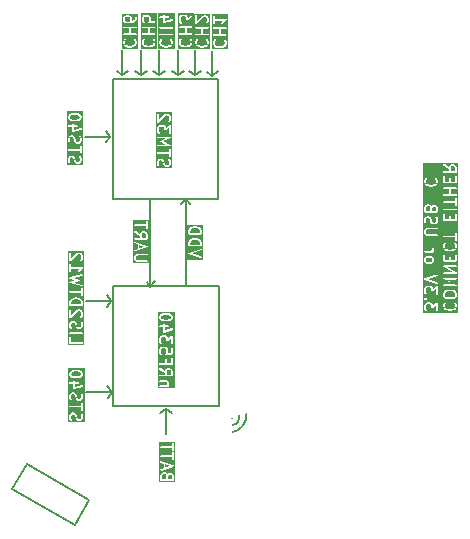
<source format=gbo>
G04 #@! TF.GenerationSoftware,KiCad,Pcbnew,8.0.6*
G04 #@! TF.CreationDate,2025-05-06T14:40:44+02:00*
G04 #@! TF.ProjectId,capacitance,63617061-6369-4746-916e-63652e6b6963,rev?*
G04 #@! TF.SameCoordinates,Original*
G04 #@! TF.FileFunction,Legend,Bot*
G04 #@! TF.FilePolarity,Positive*
%FSLAX46Y46*%
G04 Gerber Fmt 4.6, Leading zero omitted, Abs format (unit mm)*
G04 Created by KiCad (PCBNEW 8.0.6) date 2025-05-06 14:40:44*
%MOMM*%
%LPD*%
G01*
G04 APERTURE LIST*
G04 Aperture macros list*
%AMHorizOval*
0 Thick line with rounded ends*
0 $1 width*
0 $2 $3 position (X,Y) of the first rounded end (center of the circle)*
0 $4 $5 position (X,Y) of the second rounded end (center of the circle)*
0 Add line between two ends*
20,1,$1,$2,$3,$4,$5,0*
0 Add two circle primitives to create the rounded ends*
1,1,$1,$2,$3*
1,1,$1,$4,$5*%
%AMRotRect*
0 Rectangle, with rotation*
0 The origin of the aperture is its center*
0 $1 length*
0 $2 width*
0 $3 Rotation angle, in degrees counterclockwise*
0 Add horizontal line*
21,1,$1,$2,0,0,$3*%
G04 Aperture macros list end*
%ADD10C,0.150000*%
%ADD11R,1.700000X1.700000*%
%ADD12O,1.700000X1.700000*%
%ADD13RotRect,1.700000X1.700000X300.000000*%
%ADD14HorizOval,1.700000X0.000000X0.000000X0.000000X0.000000X0*%
%ADD15O,2.004000X1.204000*%
%ADD16O,2.404000X1.204000*%
G04 APERTURE END LIST*
D10*
X139640000Y-119729996D02*
X140130000Y-120070000D01*
X135949997Y-89369996D02*
X135949997Y-91509997D01*
X139029999Y-89379999D02*
X139029998Y-91519998D01*
X134619999Y-110099997D02*
X135000001Y-110619999D01*
X134539998Y-96179994D02*
X134919998Y-96700001D01*
X139549999Y-91139999D02*
X139029998Y-91519998D01*
X143569996Y-89419998D02*
X143569999Y-91559999D01*
X144080001Y-101949998D02*
X135119999Y-101949999D01*
X135119998Y-91799999D01*
X144080000Y-91799996D01*
X144080001Y-101949998D01*
X132780000Y-96699999D02*
X134919998Y-96700001D01*
X138329999Y-109389999D02*
X138009998Y-109029999D01*
X143569999Y-91559999D02*
X143080002Y-91219999D01*
X144159999Y-109379999D02*
X144159999Y-119529999D01*
X135199999Y-119530000D01*
X135199999Y-109379998D01*
X144159999Y-109379999D01*
X141310000Y-101960001D02*
X141669998Y-102389997D01*
X136470001Y-91130001D02*
X135949997Y-91509997D01*
X140679999Y-91489999D02*
X140190001Y-91149998D01*
X138070002Y-91119999D02*
X137549999Y-91499999D01*
X146440536Y-120182719D02*
G75*
G02*
X145284909Y-121715921I-1435436J-120181D01*
G01*
X141310000Y-101960001D02*
X141309996Y-109369999D01*
X138330001Y-102000000D02*
X138329999Y-109389999D01*
X138329999Y-109389999D02*
X138690001Y-108959997D01*
X137549999Y-91499999D02*
X137059998Y-91159997D01*
X144089997Y-91180001D02*
X143569999Y-91559999D01*
X141669998Y-102389997D02*
X141310000Y-101960001D01*
X137549997Y-89360001D02*
X137549999Y-91499999D01*
X133164999Y-127478237D02*
X131940000Y-129600000D01*
X126617104Y-126500000D01*
X127842106Y-124378238D01*
X133164999Y-127478237D01*
X145789997Y-120309998D02*
G75*
G02*
X145254941Y-121125475I-565697J-212102D01*
G01*
X135000001Y-110619999D02*
X134659996Y-111109997D01*
X142069998Y-91520000D02*
X141579999Y-91179999D01*
X145224315Y-120522131D02*
X145224315Y-120522131D01*
X145224315Y-120522131D01*
X145224315Y-120522131D01*
X145224315Y-120522131D01*
X145224315Y-120522131D01*
X145224315Y-120522132D01*
X145224315Y-120522132D01*
X145224315Y-120522132D01*
X145224315Y-120522132D01*
X145224315Y-120522132D01*
X145224315Y-120522132D01*
X145224315Y-120522132D01*
X145224314Y-120522132D01*
X145224314Y-120522132D01*
X145224314Y-120522132D01*
X145224314Y-120522132D01*
X145224314Y-120522132D01*
X145224314Y-120522132D01*
X145224314Y-120522132D01*
X145224314Y-120522132D01*
X145224314Y-120522132D01*
X145224314Y-120522132D01*
X145224314Y-120522132D01*
X145224314Y-120522132D01*
X145224313Y-120522132D01*
X145224313Y-120522132D01*
X145224313Y-120522132D01*
X145224313Y-120522132D01*
X145224313Y-120522132D01*
X145224313Y-120522132D01*
X145224313Y-120522131D01*
X145224313Y-120522131D01*
X145224313Y-120522131D01*
X145224313Y-120522131D01*
X145224313Y-120522131D01*
X145224313Y-120522131D01*
X145224313Y-120522131D02*
X145224313Y-120522131D01*
X145224313Y-120522131D01*
X145224313Y-120522131D01*
X145224313Y-120522131D01*
X145224313Y-120522131D01*
X145224313Y-120522131D01*
X145224313Y-120522130D01*
X145224313Y-120522130D01*
X145224313Y-120522130D01*
X145224313Y-120522130D01*
X145224313Y-120522130D01*
X145224314Y-120522130D01*
X145224314Y-120522130D01*
X145224314Y-120522130D01*
X145224314Y-120522130D01*
X145224314Y-120522130D01*
X145224314Y-120522130D01*
X145224314Y-120522130D01*
X145224314Y-120522130D01*
X145224314Y-120522130D01*
X145224314Y-120522130D01*
X145224314Y-120522130D01*
X145224314Y-120522130D01*
X145224315Y-120522130D01*
X145224315Y-120522130D01*
X145224315Y-120522130D01*
X145224315Y-120522130D01*
X145224315Y-120522130D01*
X145224315Y-120522130D01*
X145224315Y-120522131D01*
X145224315Y-120522131D01*
X145224315Y-120522131D01*
X145224315Y-120522131D01*
X145224315Y-120522131D01*
X145224315Y-120522131D01*
X145224315Y-120522131D01*
X142070001Y-89380000D02*
X142069998Y-91520000D01*
X134659999Y-117829998D02*
X135039998Y-118349999D01*
X132859998Y-110619998D02*
X135000001Y-110619999D01*
X135949997Y-91509997D02*
X135459997Y-91169999D01*
X132899999Y-118349999D02*
X135039998Y-118349999D01*
X135039998Y-118349999D02*
X134700000Y-118840001D01*
X139029998Y-91519998D02*
X138539999Y-91179999D01*
X139640002Y-121870000D02*
X139640000Y-119729996D01*
X142589999Y-91139999D02*
X142069998Y-91520000D01*
X134919998Y-96700001D02*
X134579998Y-97189998D01*
X141199998Y-91109998D02*
X140679999Y-91489999D01*
X141310000Y-101960001D02*
X140949998Y-102359999D01*
X139119996Y-120109998D02*
X139640000Y-119729996D01*
X140679999Y-89350002D02*
X140679999Y-91489999D01*
G36*
X132275908Y-110509698D02*
G01*
X132352895Y-110548192D01*
X132427008Y-110622305D01*
X132465179Y-110736818D01*
X132465179Y-110887743D01*
X131615179Y-110887743D01*
X131615179Y-110736819D01*
X131653350Y-110622305D01*
X131727464Y-110548192D01*
X131804451Y-110509698D01*
X131977985Y-110466315D01*
X132102374Y-110466315D01*
X132275908Y-110509698D01*
G37*
G36*
X132726290Y-114339330D02*
G01*
X131354068Y-114339330D01*
X131354068Y-113677029D01*
X131465179Y-113677029D01*
X131465179Y-114153219D01*
X131466620Y-114167851D01*
X131477819Y-114194887D01*
X131498511Y-114215579D01*
X131525547Y-114226778D01*
X131540179Y-114228219D01*
X132540179Y-114228219D01*
X132554811Y-114226778D01*
X132581847Y-114215579D01*
X132602539Y-114194887D01*
X132613738Y-114167851D01*
X132613738Y-114138587D01*
X132602539Y-114111551D01*
X132581847Y-114090859D01*
X132554811Y-114079660D01*
X132540179Y-114078219D01*
X131615179Y-114078219D01*
X131615179Y-113677029D01*
X131613738Y-113662397D01*
X131602539Y-113635361D01*
X131581847Y-113614669D01*
X131554811Y-113603470D01*
X131525547Y-113603470D01*
X131498511Y-113614669D01*
X131477819Y-113635361D01*
X131466620Y-113662397D01*
X131465179Y-113677029D01*
X131354068Y-113677029D01*
X131354068Y-113329063D01*
X131466620Y-113329063D01*
X131466620Y-113358327D01*
X131477819Y-113385363D01*
X131498511Y-113406055D01*
X131525547Y-113417254D01*
X131540179Y-113418695D01*
X132540179Y-113418695D01*
X132554811Y-113417254D01*
X132581847Y-113406055D01*
X132602539Y-113385363D01*
X132613738Y-113358327D01*
X132613738Y-113329063D01*
X132602539Y-113302027D01*
X132581847Y-113281335D01*
X132554811Y-113270136D01*
X132540179Y-113268695D01*
X131540179Y-113268695D01*
X131525547Y-113270136D01*
X131498511Y-113281335D01*
X131477819Y-113302027D01*
X131466620Y-113329063D01*
X131354068Y-113329063D01*
X131354068Y-112534172D01*
X131465179Y-112534172D01*
X131465179Y-112772267D01*
X131465908Y-112779672D01*
X131465768Y-112781648D01*
X131466358Y-112784245D01*
X131466620Y-112786899D01*
X131467378Y-112788729D01*
X131469028Y-112795985D01*
X131516648Y-112938842D01*
X131522642Y-112952267D01*
X131541816Y-112974374D01*
X131567990Y-112987461D01*
X131597180Y-112989535D01*
X131624942Y-112980281D01*
X131647049Y-112961107D01*
X131660136Y-112934933D01*
X131662210Y-112905743D01*
X131658950Y-112891407D01*
X131615179Y-112760095D01*
X131615179Y-112551878D01*
X131649437Y-112483361D01*
X131679845Y-112452954D01*
X131748361Y-112418696D01*
X131808189Y-112418696D01*
X131876705Y-112452954D01*
X131907112Y-112483361D01*
X131945605Y-112560348D01*
X131991228Y-112742838D01*
X131991613Y-112743917D01*
X131991652Y-112744457D01*
X131993979Y-112750538D01*
X131996175Y-112756684D01*
X131996497Y-112757119D01*
X131996907Y-112758189D01*
X132044526Y-112853427D01*
X132048490Y-112859726D01*
X132049248Y-112861554D01*
X132050936Y-112863610D01*
X132052358Y-112865870D01*
X132053856Y-112867169D01*
X132058575Y-112872919D01*
X132106194Y-112920538D01*
X132111943Y-112925256D01*
X132113243Y-112926755D01*
X132115502Y-112928176D01*
X132117559Y-112929865D01*
X132119386Y-112930622D01*
X132125686Y-112934587D01*
X132220924Y-112982206D01*
X132234655Y-112987461D01*
X132237344Y-112987652D01*
X132239833Y-112988683D01*
X132254465Y-112990124D01*
X132349703Y-112990124D01*
X132364335Y-112988683D01*
X132366824Y-112987651D01*
X132369512Y-112987461D01*
X132383244Y-112982206D01*
X132478482Y-112934587D01*
X132484781Y-112930622D01*
X132486609Y-112929865D01*
X132488665Y-112928176D01*
X132490925Y-112926755D01*
X132492224Y-112925256D01*
X132497974Y-112920538D01*
X132545593Y-112872919D01*
X132550311Y-112867169D01*
X132551810Y-112865870D01*
X132553231Y-112863610D01*
X132554920Y-112861554D01*
X132555677Y-112859726D01*
X132559642Y-112853427D01*
X132607261Y-112758189D01*
X132612516Y-112744458D01*
X132612707Y-112741768D01*
X132613738Y-112739280D01*
X132615179Y-112724648D01*
X132615179Y-112486553D01*
X132614449Y-112479146D01*
X132614590Y-112477172D01*
X132613999Y-112474574D01*
X132613738Y-112471921D01*
X132612979Y-112470090D01*
X132611330Y-112462835D01*
X132563711Y-112319979D01*
X132557717Y-112306553D01*
X132538543Y-112284446D01*
X132512370Y-112271360D01*
X132483180Y-112269285D01*
X132455417Y-112278539D01*
X132433310Y-112297713D01*
X132420224Y-112323886D01*
X132418149Y-112353076D01*
X132421409Y-112367413D01*
X132465179Y-112498723D01*
X132465179Y-112706943D01*
X132430921Y-112775459D01*
X132400514Y-112805866D01*
X132331998Y-112840124D01*
X132272170Y-112840124D01*
X132203654Y-112805866D01*
X132173247Y-112775459D01*
X132134753Y-112698472D01*
X132089131Y-112515982D01*
X132088745Y-112514902D01*
X132088707Y-112514362D01*
X132086376Y-112508272D01*
X132084184Y-112502136D01*
X132083861Y-112501700D01*
X132083452Y-112500631D01*
X132035833Y-112405393D01*
X132031868Y-112399093D01*
X132031111Y-112397266D01*
X132029422Y-112395209D01*
X132028001Y-112392950D01*
X132026502Y-112391650D01*
X132021784Y-112385901D01*
X131974165Y-112338282D01*
X131968415Y-112333563D01*
X131967116Y-112332065D01*
X131964856Y-112330643D01*
X131962800Y-112328955D01*
X131960972Y-112328197D01*
X131954673Y-112324233D01*
X131859435Y-112276614D01*
X131845703Y-112271359D01*
X131843015Y-112271168D01*
X131840526Y-112270137D01*
X131825894Y-112268696D01*
X131730656Y-112268696D01*
X131716024Y-112270137D01*
X131713535Y-112271167D01*
X131710846Y-112271359D01*
X131697115Y-112276614D01*
X131601877Y-112324233D01*
X131595577Y-112328197D01*
X131593750Y-112328955D01*
X131591693Y-112330643D01*
X131589434Y-112332065D01*
X131588134Y-112333563D01*
X131582385Y-112338282D01*
X131534766Y-112385901D01*
X131530048Y-112391649D01*
X131528550Y-112392949D01*
X131527127Y-112395208D01*
X131525439Y-112397266D01*
X131524682Y-112399093D01*
X131520717Y-112405392D01*
X131473097Y-112500630D01*
X131467842Y-112514362D01*
X131467650Y-112517051D01*
X131466620Y-112519540D01*
X131465179Y-112534172D01*
X131354068Y-112534172D01*
X131354068Y-111391315D01*
X131465179Y-111391315D01*
X131465179Y-112010362D01*
X131466620Y-112024994D01*
X131477819Y-112052030D01*
X131498511Y-112072722D01*
X131525547Y-112083921D01*
X131554811Y-112083921D01*
X131581847Y-112072722D01*
X131593212Y-112063395D01*
X132152121Y-111504486D01*
X132266635Y-111466315D01*
X132331998Y-111466315D01*
X132400514Y-111500573D01*
X132430921Y-111530980D01*
X132465179Y-111599496D01*
X132465179Y-111802181D01*
X132430921Y-111870697D01*
X132391908Y-111909710D01*
X132382581Y-111921075D01*
X132371382Y-111948112D01*
X132371382Y-111977374D01*
X132382581Y-112004411D01*
X132403273Y-112025103D01*
X132430310Y-112036302D01*
X132459572Y-112036302D01*
X132486609Y-112025103D01*
X132497974Y-112015776D01*
X132545593Y-111968157D01*
X132550311Y-111962407D01*
X132551810Y-111961108D01*
X132553231Y-111958848D01*
X132554920Y-111956792D01*
X132555677Y-111954964D01*
X132559642Y-111948665D01*
X132607261Y-111853427D01*
X132612516Y-111839696D01*
X132612707Y-111837006D01*
X132613738Y-111834518D01*
X132615179Y-111819886D01*
X132615179Y-111581791D01*
X132613738Y-111567159D01*
X132612707Y-111564670D01*
X132612516Y-111561981D01*
X132607261Y-111548250D01*
X132559642Y-111453012D01*
X132555677Y-111446712D01*
X132554920Y-111444885D01*
X132553231Y-111442828D01*
X132551810Y-111440569D01*
X132550311Y-111439269D01*
X132545593Y-111433520D01*
X132497974Y-111385901D01*
X132492224Y-111381182D01*
X132490925Y-111379684D01*
X132488665Y-111378262D01*
X132486609Y-111376574D01*
X132484781Y-111375816D01*
X132478482Y-111371852D01*
X132383244Y-111324233D01*
X132369512Y-111318978D01*
X132366824Y-111318787D01*
X132364335Y-111317756D01*
X132349703Y-111316315D01*
X132254465Y-111316315D01*
X132247058Y-111317044D01*
X132245084Y-111316904D01*
X132242486Y-111317494D01*
X132239833Y-111317756D01*
X132238002Y-111318514D01*
X132230747Y-111320164D01*
X132087891Y-111367783D01*
X132074465Y-111373777D01*
X132072430Y-111375541D01*
X132069940Y-111376573D01*
X132058575Y-111385901D01*
X131615179Y-111829296D01*
X131615179Y-111391315D01*
X131613738Y-111376683D01*
X131602539Y-111349647D01*
X131581847Y-111328955D01*
X131554811Y-111317756D01*
X131525547Y-111317756D01*
X131498511Y-111328955D01*
X131477819Y-111349647D01*
X131466620Y-111376683D01*
X131465179Y-111391315D01*
X131354068Y-111391315D01*
X131354068Y-110724648D01*
X131465179Y-110724648D01*
X131465179Y-110962743D01*
X131466620Y-110977375D01*
X131477819Y-111004411D01*
X131498511Y-111025103D01*
X131525547Y-111036302D01*
X131540179Y-111037743D01*
X132540179Y-111037743D01*
X132554811Y-111036302D01*
X132581847Y-111025103D01*
X132602539Y-111004411D01*
X132613738Y-110977375D01*
X132615179Y-110962743D01*
X132615179Y-110724648D01*
X132614449Y-110717241D01*
X132614590Y-110715267D01*
X132613999Y-110712669D01*
X132613738Y-110710016D01*
X132612979Y-110708185D01*
X132611330Y-110700930D01*
X132563711Y-110558074D01*
X132557717Y-110544648D01*
X132555952Y-110542613D01*
X132554921Y-110540123D01*
X132545593Y-110528758D01*
X132450355Y-110433520D01*
X132444605Y-110428801D01*
X132443306Y-110427303D01*
X132441046Y-110425881D01*
X132438990Y-110424193D01*
X132437162Y-110423435D01*
X132430863Y-110419471D01*
X132335625Y-110371852D01*
X132334555Y-110371442D01*
X132334120Y-110371120D01*
X132327974Y-110368924D01*
X132321893Y-110366597D01*
X132321353Y-110366558D01*
X132320274Y-110366173D01*
X132129798Y-110318554D01*
X132127261Y-110318178D01*
X132126240Y-110317756D01*
X132120727Y-110317213D01*
X132115254Y-110316404D01*
X132114161Y-110316566D01*
X132111608Y-110316315D01*
X131968751Y-110316315D01*
X131966197Y-110316566D01*
X131965105Y-110316404D01*
X131959631Y-110317213D01*
X131954119Y-110317756D01*
X131953097Y-110318178D01*
X131950561Y-110318554D01*
X131760085Y-110366173D01*
X131759005Y-110366558D01*
X131758465Y-110366597D01*
X131752375Y-110368927D01*
X131746239Y-110371120D01*
X131745803Y-110371442D01*
X131744734Y-110371852D01*
X131649496Y-110419471D01*
X131643201Y-110423433D01*
X131641369Y-110424192D01*
X131639307Y-110425883D01*
X131637053Y-110427303D01*
X131635754Y-110428799D01*
X131630004Y-110433520D01*
X131534766Y-110528758D01*
X131525439Y-110540123D01*
X131524408Y-110542611D01*
X131522642Y-110544648D01*
X131516648Y-110558073D01*
X131469028Y-110700930D01*
X131467378Y-110708185D01*
X131466620Y-110710016D01*
X131466358Y-110712669D01*
X131465768Y-110715267D01*
X131465908Y-110717242D01*
X131465179Y-110724648D01*
X131354068Y-110724648D01*
X131354068Y-109805254D01*
X131466620Y-109805254D01*
X131466620Y-109834518D01*
X131477819Y-109861554D01*
X131498511Y-109882246D01*
X131525547Y-109893445D01*
X131540179Y-109894886D01*
X132465179Y-109894886D01*
X132465179Y-110105600D01*
X132466620Y-110120232D01*
X132477819Y-110147268D01*
X132498511Y-110167960D01*
X132525547Y-110179159D01*
X132554811Y-110179159D01*
X132581847Y-110167960D01*
X132602539Y-110147268D01*
X132613738Y-110120232D01*
X132615179Y-110105600D01*
X132615179Y-109534172D01*
X132613738Y-109519540D01*
X132602539Y-109492504D01*
X132581847Y-109471812D01*
X132554811Y-109460613D01*
X132525547Y-109460613D01*
X132498511Y-109471812D01*
X132477819Y-109492504D01*
X132466620Y-109519540D01*
X132465179Y-109534172D01*
X132465179Y-109744886D01*
X131540179Y-109744886D01*
X131525547Y-109746327D01*
X131498511Y-109757526D01*
X131477819Y-109778218D01*
X131466620Y-109805254D01*
X131354068Y-109805254D01*
X131354068Y-108679833D01*
X131465231Y-108679833D01*
X131467754Y-108690431D01*
X131469188Y-108701222D01*
X131471116Y-108704553D01*
X131472009Y-108708301D01*
X131478395Y-108717125D01*
X131483850Y-108726547D01*
X131486907Y-108728887D01*
X131489166Y-108732008D01*
X131498441Y-108737715D01*
X131507088Y-108744334D01*
X131512487Y-108746359D01*
X131514088Y-108747344D01*
X131515879Y-108747631D01*
X131520854Y-108749497D01*
X131963385Y-108867505D01*
X131520854Y-108985513D01*
X131515879Y-108987378D01*
X131514088Y-108987666D01*
X131512487Y-108988650D01*
X131507088Y-108990676D01*
X131498441Y-108997294D01*
X131489166Y-109003002D01*
X131486907Y-109006122D01*
X131483850Y-109008463D01*
X131478395Y-109017884D01*
X131472009Y-109026709D01*
X131471116Y-109030456D01*
X131469188Y-109033788D01*
X131467754Y-109044578D01*
X131465231Y-109055177D01*
X131465840Y-109058980D01*
X131465334Y-109062796D01*
X131468139Y-109073317D01*
X131469864Y-109084072D01*
X131471881Y-109087351D01*
X131472874Y-109091072D01*
X131479492Y-109099718D01*
X131485200Y-109108994D01*
X131488320Y-109111252D01*
X131490661Y-109114310D01*
X131500082Y-109119764D01*
X131508907Y-109126151D01*
X131514357Y-109128029D01*
X131515986Y-109128972D01*
X131517787Y-109129211D01*
X131522807Y-109130941D01*
X132522808Y-109369036D01*
X132537375Y-109371024D01*
X132566270Y-109366391D01*
X132591192Y-109351055D01*
X132608349Y-109327348D01*
X132615127Y-109298880D01*
X132610494Y-109269985D01*
X132595158Y-109245063D01*
X132571451Y-109227906D01*
X132557551Y-109223116D01*
X131846695Y-109053864D01*
X132273790Y-108939973D01*
X132277217Y-108938687D01*
X132278659Y-108938496D01*
X132280370Y-108937505D01*
X132287557Y-108934810D01*
X132295416Y-108928793D01*
X132303983Y-108923834D01*
X132306936Y-108919976D01*
X132310794Y-108917023D01*
X132315752Y-108908458D01*
X132321771Y-108900596D01*
X132323023Y-108895899D01*
X132325456Y-108891698D01*
X132326759Y-108881889D01*
X132329311Y-108872321D01*
X132328671Y-108867505D01*
X132329311Y-108862689D01*
X132326759Y-108853120D01*
X132325456Y-108843312D01*
X132323023Y-108839110D01*
X132321771Y-108834414D01*
X132315752Y-108826551D01*
X132310794Y-108817987D01*
X132306936Y-108815033D01*
X132303983Y-108811176D01*
X132295416Y-108806216D01*
X132287557Y-108800200D01*
X132280370Y-108797504D01*
X132278659Y-108796514D01*
X132277217Y-108796322D01*
X132273790Y-108795037D01*
X131846695Y-108681145D01*
X132557551Y-108511894D01*
X132571451Y-108507104D01*
X132595158Y-108489947D01*
X132610494Y-108465025D01*
X132615127Y-108436130D01*
X132608349Y-108407662D01*
X132591192Y-108383955D01*
X132566270Y-108368619D01*
X132537375Y-108363986D01*
X132522808Y-108365974D01*
X131522807Y-108604069D01*
X131517787Y-108605798D01*
X131515986Y-108606038D01*
X131514357Y-108606980D01*
X131508907Y-108608859D01*
X131500082Y-108615245D01*
X131490661Y-108620700D01*
X131488320Y-108623757D01*
X131485200Y-108626016D01*
X131479492Y-108635291D01*
X131472874Y-108643938D01*
X131471881Y-108647658D01*
X131469864Y-108650938D01*
X131468139Y-108661692D01*
X131465334Y-108672214D01*
X131465840Y-108676029D01*
X131465231Y-108679833D01*
X131354068Y-108679833D01*
X131354068Y-107534172D01*
X131465179Y-107534172D01*
X131465179Y-108105600D01*
X131466620Y-108120232D01*
X131477819Y-108147268D01*
X131498511Y-108167960D01*
X131525547Y-108179159D01*
X131554811Y-108179159D01*
X131581847Y-108167960D01*
X131602539Y-108147268D01*
X131613738Y-108120232D01*
X131615179Y-108105600D01*
X131615179Y-107894886D01*
X132311494Y-107894886D01*
X132249051Y-107957329D01*
X132244332Y-107963078D01*
X132242834Y-107964378D01*
X132241412Y-107966637D01*
X132239724Y-107968694D01*
X132238966Y-107970521D01*
X132235002Y-107976821D01*
X132187383Y-108072059D01*
X132182128Y-108085791D01*
X132180054Y-108114981D01*
X132189308Y-108142742D01*
X132208481Y-108164850D01*
X132234656Y-108177937D01*
X132263846Y-108180011D01*
X132291607Y-108170757D01*
X132313715Y-108151584D01*
X132321547Y-108139141D01*
X132363723Y-108054789D01*
X132445102Y-107973410D01*
X132581782Y-107882290D01*
X132581824Y-107882255D01*
X132581847Y-107882246D01*
X132581898Y-107882194D01*
X132593157Y-107872974D01*
X132597288Y-107866804D01*
X132602539Y-107861554D01*
X132605351Y-107854764D01*
X132609440Y-107848659D01*
X132610896Y-107841378D01*
X132613738Y-107834518D01*
X132613738Y-107827169D01*
X132615179Y-107819965D01*
X132613738Y-107812680D01*
X132613738Y-107805254D01*
X132610925Y-107798465D01*
X132609500Y-107791257D01*
X132605380Y-107785077D01*
X132602539Y-107778218D01*
X132597345Y-107773024D01*
X132593268Y-107766908D01*
X132587095Y-107762774D01*
X132581847Y-107757526D01*
X132575059Y-107754714D01*
X132568953Y-107750625D01*
X132561671Y-107749168D01*
X132554811Y-107746327D01*
X132540334Y-107744901D01*
X132540258Y-107744886D01*
X132540231Y-107744891D01*
X132540179Y-107744886D01*
X131615179Y-107744886D01*
X131615179Y-107534172D01*
X131613738Y-107519540D01*
X131602539Y-107492504D01*
X131581847Y-107471812D01*
X131554811Y-107460613D01*
X131525547Y-107460613D01*
X131498511Y-107471812D01*
X131477819Y-107492504D01*
X131466620Y-107519540D01*
X131465179Y-107534172D01*
X131354068Y-107534172D01*
X131354068Y-106581791D01*
X131465179Y-106581791D01*
X131465179Y-107200838D01*
X131466620Y-107215470D01*
X131477819Y-107242506D01*
X131498511Y-107263198D01*
X131525547Y-107274397D01*
X131554811Y-107274397D01*
X131581847Y-107263198D01*
X131593212Y-107253871D01*
X132152121Y-106694962D01*
X132266635Y-106656791D01*
X132331998Y-106656791D01*
X132400514Y-106691049D01*
X132430921Y-106721456D01*
X132465179Y-106789972D01*
X132465179Y-106992657D01*
X132430921Y-107061173D01*
X132391908Y-107100186D01*
X132382581Y-107111551D01*
X132371382Y-107138588D01*
X132371382Y-107167850D01*
X132382581Y-107194887D01*
X132403273Y-107215579D01*
X132430310Y-107226778D01*
X132459572Y-107226778D01*
X132486609Y-107215579D01*
X132497974Y-107206252D01*
X132545593Y-107158633D01*
X132550311Y-107152883D01*
X132551810Y-107151584D01*
X132553231Y-107149324D01*
X132554920Y-107147268D01*
X132555677Y-107145440D01*
X132559642Y-107139141D01*
X132607261Y-107043903D01*
X132612516Y-107030172D01*
X132612707Y-107027482D01*
X132613738Y-107024994D01*
X132615179Y-107010362D01*
X132615179Y-106772267D01*
X132613738Y-106757635D01*
X132612707Y-106755146D01*
X132612516Y-106752457D01*
X132607261Y-106738726D01*
X132559642Y-106643488D01*
X132555677Y-106637188D01*
X132554920Y-106635361D01*
X132553231Y-106633304D01*
X132551810Y-106631045D01*
X132550311Y-106629745D01*
X132545593Y-106623996D01*
X132497974Y-106576377D01*
X132492224Y-106571658D01*
X132490925Y-106570160D01*
X132488665Y-106568738D01*
X132486609Y-106567050D01*
X132484781Y-106566292D01*
X132478482Y-106562328D01*
X132383244Y-106514709D01*
X132369512Y-106509454D01*
X132366824Y-106509263D01*
X132364335Y-106508232D01*
X132349703Y-106506791D01*
X132254465Y-106506791D01*
X132247058Y-106507520D01*
X132245084Y-106507380D01*
X132242486Y-106507970D01*
X132239833Y-106508232D01*
X132238002Y-106508990D01*
X132230747Y-106510640D01*
X132087891Y-106558259D01*
X132074465Y-106564253D01*
X132072430Y-106566017D01*
X132069940Y-106567049D01*
X132058575Y-106576377D01*
X131615179Y-107019772D01*
X131615179Y-106581791D01*
X131613738Y-106567159D01*
X131602539Y-106540123D01*
X131581847Y-106519431D01*
X131554811Y-106508232D01*
X131525547Y-106508232D01*
X131498511Y-106519431D01*
X131477819Y-106540123D01*
X131466620Y-106567159D01*
X131465179Y-106581791D01*
X131354068Y-106581791D01*
X131354068Y-106395680D01*
X132726290Y-106395680D01*
X132726290Y-114339330D01*
G37*
G36*
X138866288Y-89256951D02*
G01*
X137494066Y-89256951D01*
X137494066Y-88642269D01*
X137605177Y-88642269D01*
X137605177Y-88737507D01*
X137605906Y-88744912D01*
X137605766Y-88746888D01*
X137606356Y-88749485D01*
X137606618Y-88752139D01*
X137607376Y-88753969D01*
X137609026Y-88761225D01*
X137656646Y-88904082D01*
X137662640Y-88917507D01*
X137664406Y-88919543D01*
X137665437Y-88922032D01*
X137674764Y-88933397D01*
X137770002Y-89028635D01*
X137775752Y-89033355D01*
X137777051Y-89034852D01*
X137779305Y-89036271D01*
X137781367Y-89037963D01*
X137783199Y-89038721D01*
X137789494Y-89042684D01*
X137884732Y-89090303D01*
X137885801Y-89090712D01*
X137886237Y-89091035D01*
X137892373Y-89093227D01*
X137898463Y-89095558D01*
X137899003Y-89095596D01*
X137900083Y-89095982D01*
X138090559Y-89143601D01*
X138093095Y-89143976D01*
X138094117Y-89144399D01*
X138099629Y-89144941D01*
X138105103Y-89145751D01*
X138106195Y-89145588D01*
X138108749Y-89145840D01*
X138251606Y-89145840D01*
X138254159Y-89145588D01*
X138255252Y-89145751D01*
X138260725Y-89144941D01*
X138266238Y-89144399D01*
X138267259Y-89143976D01*
X138269796Y-89143601D01*
X138460272Y-89095982D01*
X138461351Y-89095596D01*
X138461891Y-89095558D01*
X138467972Y-89093230D01*
X138474118Y-89091035D01*
X138474553Y-89090712D01*
X138475623Y-89090303D01*
X138570861Y-89042684D01*
X138577160Y-89038719D01*
X138578988Y-89037962D01*
X138581044Y-89036273D01*
X138583304Y-89034852D01*
X138584603Y-89033353D01*
X138590353Y-89028635D01*
X138685591Y-88933397D01*
X138694919Y-88922032D01*
X138695950Y-88919541D01*
X138697715Y-88917507D01*
X138703709Y-88904081D01*
X138751328Y-88761225D01*
X138752977Y-88753969D01*
X138753736Y-88752139D01*
X138753997Y-88749485D01*
X138754588Y-88746888D01*
X138754447Y-88744913D01*
X138755177Y-88737507D01*
X138755177Y-88642269D01*
X138754447Y-88634862D01*
X138754588Y-88632888D01*
X138753997Y-88630290D01*
X138753736Y-88627637D01*
X138752977Y-88625806D01*
X138751328Y-88618551D01*
X138703709Y-88475695D01*
X138697715Y-88462269D01*
X138695948Y-88460232D01*
X138694918Y-88457744D01*
X138685591Y-88446379D01*
X138637972Y-88398760D01*
X138626607Y-88389433D01*
X138599570Y-88378234D01*
X138570308Y-88378234D01*
X138543271Y-88389433D01*
X138522579Y-88410125D01*
X138511380Y-88437162D01*
X138511380Y-88466424D01*
X138522579Y-88493461D01*
X138531906Y-88504826D01*
X138567006Y-88539926D01*
X138605177Y-88654439D01*
X138605177Y-88725337D01*
X138567006Y-88839850D01*
X138492893Y-88913963D01*
X138415906Y-88952456D01*
X138242372Y-88995840D01*
X138117983Y-88995840D01*
X137944449Y-88952456D01*
X137867462Y-88913963D01*
X137793348Y-88839849D01*
X137755177Y-88725335D01*
X137755177Y-88654440D01*
X137793348Y-88539926D01*
X137828449Y-88504826D01*
X137837776Y-88493461D01*
X137848975Y-88466425D01*
X137848975Y-88437162D01*
X137837776Y-88410126D01*
X137817083Y-88389433D01*
X137790047Y-88378234D01*
X137760784Y-88378234D01*
X137733748Y-88389433D01*
X137722383Y-88398760D01*
X137674764Y-88446379D01*
X137665437Y-88457744D01*
X137664406Y-88460232D01*
X137662640Y-88462269D01*
X137656646Y-88475694D01*
X137609026Y-88618551D01*
X137607376Y-88625806D01*
X137606618Y-88627637D01*
X137606356Y-88630290D01*
X137605766Y-88632888D01*
X137605906Y-88634863D01*
X137605177Y-88642269D01*
X137494066Y-88642269D01*
X137494066Y-87437161D01*
X137606618Y-87437161D01*
X137606618Y-87466425D01*
X137617817Y-87493461D01*
X137638509Y-87514153D01*
X137665545Y-87525352D01*
X137680177Y-87526793D01*
X138128987Y-87526793D01*
X138128987Y-87948221D01*
X137680177Y-87948221D01*
X137665545Y-87949662D01*
X137638509Y-87960861D01*
X137617817Y-87981553D01*
X137606618Y-88008589D01*
X137606618Y-88037853D01*
X137617817Y-88064889D01*
X137638509Y-88085581D01*
X137665545Y-88096780D01*
X137680177Y-88098221D01*
X138680177Y-88098221D01*
X138694809Y-88096780D01*
X138721845Y-88085581D01*
X138742537Y-88064889D01*
X138753736Y-88037853D01*
X138753736Y-88008589D01*
X138742537Y-87981553D01*
X138721845Y-87960861D01*
X138694809Y-87949662D01*
X138680177Y-87948221D01*
X138278987Y-87948221D01*
X138278987Y-87526793D01*
X138680177Y-87526793D01*
X138694809Y-87525352D01*
X138721845Y-87514153D01*
X138742537Y-87493461D01*
X138753736Y-87466425D01*
X138753736Y-87437161D01*
X138742537Y-87410125D01*
X138721845Y-87389433D01*
X138694809Y-87378234D01*
X138680177Y-87376793D01*
X137680177Y-87376793D01*
X137665545Y-87378234D01*
X137638509Y-87389433D01*
X137617817Y-87410125D01*
X137606618Y-87437161D01*
X137494066Y-87437161D01*
X137494066Y-86642269D01*
X137605177Y-86642269D01*
X137605177Y-86880364D01*
X137606618Y-86894996D01*
X137607648Y-86897484D01*
X137607840Y-86900174D01*
X137613095Y-86913906D01*
X137660715Y-87009144D01*
X137664680Y-87015442D01*
X137665437Y-87017270D01*
X137667125Y-87019327D01*
X137668548Y-87021587D01*
X137670046Y-87022886D01*
X137674764Y-87028635D01*
X137722383Y-87076254D01*
X137733748Y-87085581D01*
X137760784Y-87096780D01*
X137790047Y-87096780D01*
X137817083Y-87085581D01*
X137837776Y-87064888D01*
X137848975Y-87037852D01*
X137848975Y-87008589D01*
X137837776Y-86981553D01*
X137828449Y-86970188D01*
X137789435Y-86931174D01*
X137755177Y-86862657D01*
X137755177Y-86659975D01*
X137789435Y-86591458D01*
X137819843Y-86561051D01*
X137888359Y-86526793D01*
X138091044Y-86526793D01*
X138159560Y-86561051D01*
X138189967Y-86591458D01*
X138224225Y-86659974D01*
X138224225Y-86862659D01*
X138189967Y-86931175D01*
X138150954Y-86970188D01*
X138141627Y-86981553D01*
X138140181Y-86985041D01*
X138137790Y-86987965D01*
X138134622Y-86998464D01*
X138130428Y-87008590D01*
X138130428Y-87012365D01*
X138129337Y-87015981D01*
X138130428Y-87026890D01*
X138130428Y-87037852D01*
X138131873Y-87041340D01*
X138132249Y-87045100D01*
X138137431Y-87054761D01*
X138141627Y-87064889D01*
X138144298Y-87067560D01*
X138146083Y-87070887D01*
X138154565Y-87077827D01*
X138162319Y-87085581D01*
X138165807Y-87087026D01*
X138168731Y-87089418D01*
X138179230Y-87092585D01*
X138189356Y-87096780D01*
X138193131Y-87096780D01*
X138196747Y-87097871D01*
X138211450Y-87097849D01*
X138687640Y-87050230D01*
X138692972Y-87049161D01*
X138694809Y-87049161D01*
X138696531Y-87048447D01*
X138702056Y-87047340D01*
X138711715Y-87042157D01*
X138721845Y-87037962D01*
X138724516Y-87035290D01*
X138727843Y-87033506D01*
X138734783Y-87025023D01*
X138742537Y-87017270D01*
X138743982Y-87013781D01*
X138746374Y-87010858D01*
X138749541Y-87000360D01*
X138753736Y-86990234D01*
X138754288Y-86984628D01*
X138754827Y-86982842D01*
X138754644Y-86981013D01*
X138755177Y-86975602D01*
X138755177Y-86499412D01*
X138753736Y-86484780D01*
X138742537Y-86457744D01*
X138721845Y-86437052D01*
X138694809Y-86425853D01*
X138665545Y-86425853D01*
X138638509Y-86437052D01*
X138617817Y-86457744D01*
X138606618Y-86484780D01*
X138605177Y-86499412D01*
X138605177Y-86907727D01*
X138356986Y-86932546D01*
X138366307Y-86913905D01*
X138371562Y-86900174D01*
X138371753Y-86897484D01*
X138372784Y-86894996D01*
X138374225Y-86880364D01*
X138374225Y-86642269D01*
X138372784Y-86627637D01*
X138371753Y-86625148D01*
X138371562Y-86622459D01*
X138366307Y-86608728D01*
X138318688Y-86513490D01*
X138314723Y-86507190D01*
X138313966Y-86505363D01*
X138312277Y-86503306D01*
X138310856Y-86501047D01*
X138309357Y-86499747D01*
X138304639Y-86493998D01*
X138257020Y-86446379D01*
X138251270Y-86441660D01*
X138249971Y-86440162D01*
X138247711Y-86438740D01*
X138245655Y-86437052D01*
X138243827Y-86436294D01*
X138237528Y-86432330D01*
X138142290Y-86384711D01*
X138128558Y-86379456D01*
X138125870Y-86379265D01*
X138123381Y-86378234D01*
X138108749Y-86376793D01*
X137870654Y-86376793D01*
X137856022Y-86378234D01*
X137853533Y-86379264D01*
X137850844Y-86379456D01*
X137837113Y-86384711D01*
X137741875Y-86432330D01*
X137735575Y-86436294D01*
X137733748Y-86437052D01*
X137731691Y-86438740D01*
X137729432Y-86440162D01*
X137728132Y-86441660D01*
X137722383Y-86446379D01*
X137674764Y-86493998D01*
X137670046Y-86499746D01*
X137668548Y-86501046D01*
X137667125Y-86503305D01*
X137665437Y-86505363D01*
X137664680Y-86507190D01*
X137660715Y-86513489D01*
X137613095Y-86608727D01*
X137607840Y-86622459D01*
X137607648Y-86625148D01*
X137606618Y-86627637D01*
X137605177Y-86642269D01*
X137494066Y-86642269D01*
X137494066Y-86265682D01*
X138866288Y-86265682D01*
X138866288Y-89256951D01*
G37*
G36*
X164008923Y-109834514D02*
G01*
X164080866Y-109906457D01*
X164115124Y-109974973D01*
X164115124Y-110130039D01*
X164080866Y-110198555D01*
X164008923Y-110270497D01*
X163847557Y-110310839D01*
X163532692Y-110310839D01*
X163371325Y-110270497D01*
X163299382Y-110198554D01*
X163265124Y-110130037D01*
X163265124Y-109974974D01*
X163299382Y-109906457D01*
X163371325Y-109834514D01*
X163532692Y-109794173D01*
X163847557Y-109794173D01*
X164008923Y-109834514D01*
G37*
G36*
X162107182Y-106971288D02*
G01*
X162137589Y-107001695D01*
X162171847Y-107070211D01*
X162171847Y-107177658D01*
X162137589Y-107246174D01*
X162107182Y-107276581D01*
X162038666Y-107310839D01*
X161788362Y-107310839D01*
X161719846Y-107276581D01*
X161689438Y-107246173D01*
X161655180Y-107177656D01*
X161655180Y-107070212D01*
X161689438Y-107001695D01*
X161719846Y-106971288D01*
X161788362Y-106937030D01*
X162038666Y-106937030D01*
X162107182Y-106971288D01*
G37*
G36*
X161964325Y-102590335D02*
G01*
X161990819Y-102616829D01*
X162028990Y-102731342D01*
X162028990Y-102977505D01*
X161655180Y-102977505D01*
X161655180Y-102689259D01*
X161689438Y-102620742D01*
X161719846Y-102590335D01*
X161788362Y-102556077D01*
X161895809Y-102556077D01*
X161964325Y-102590335D01*
G37*
G36*
X162440515Y-102637954D02*
G01*
X162470922Y-102668361D01*
X162505180Y-102736877D01*
X162505180Y-102977505D01*
X162178990Y-102977505D01*
X162178990Y-102736877D01*
X162213248Y-102668361D01*
X162243655Y-102637954D01*
X162312171Y-102603696D01*
X162371999Y-102603696D01*
X162440515Y-102637954D01*
G37*
G36*
X164050459Y-99209383D02*
G01*
X164080866Y-99239790D01*
X164115124Y-99308306D01*
X164115124Y-99596553D01*
X163741315Y-99596553D01*
X163741315Y-99308306D01*
X163775573Y-99239790D01*
X163805980Y-99209383D01*
X163874496Y-99175125D01*
X163981943Y-99175125D01*
X164050459Y-99209383D01*
G37*
G36*
X164376235Y-111618128D02*
G01*
X161394069Y-111618128D01*
X161394069Y-111004887D01*
X161505180Y-111004887D01*
X161505180Y-111290601D01*
X161506621Y-111305233D01*
X161507651Y-111307721D01*
X161507843Y-111310411D01*
X161513098Y-111324143D01*
X161560718Y-111419381D01*
X161564683Y-111425679D01*
X161565440Y-111427507D01*
X161567128Y-111429564D01*
X161568551Y-111431824D01*
X161570049Y-111433123D01*
X161574767Y-111438872D01*
X161622386Y-111486491D01*
X161633751Y-111495818D01*
X161660787Y-111507017D01*
X161690050Y-111507017D01*
X161717086Y-111495818D01*
X161737779Y-111475125D01*
X161748978Y-111448089D01*
X161748978Y-111418826D01*
X161737779Y-111391790D01*
X161728452Y-111380425D01*
X161689438Y-111341411D01*
X161655180Y-111272894D01*
X161655180Y-111022593D01*
X161689438Y-110954076D01*
X161719846Y-110923669D01*
X161788362Y-110889411D01*
X161991047Y-110889411D01*
X162059563Y-110923669D01*
X162089970Y-110954076D01*
X162124228Y-111022592D01*
X162124228Y-111147744D01*
X162124990Y-111155482D01*
X162124859Y-111157450D01*
X162125317Y-111158805D01*
X162125669Y-111162376D01*
X162130332Y-111173633D01*
X162134234Y-111185171D01*
X162135899Y-111187075D01*
X162136868Y-111189412D01*
X162145478Y-111198022D01*
X162153504Y-111207195D01*
X162155773Y-111208317D01*
X162157560Y-111210104D01*
X162168810Y-111214764D01*
X162179736Y-111220167D01*
X162182259Y-111220335D01*
X162184596Y-111221303D01*
X162196781Y-111221303D01*
X162208934Y-111222113D01*
X162211329Y-111221303D01*
X162213860Y-111221303D01*
X162225117Y-111216639D01*
X162236655Y-111212738D01*
X162239572Y-111210652D01*
X162240896Y-111210104D01*
X162242291Y-111208708D01*
X162248616Y-111204187D01*
X162505180Y-110979693D01*
X162505180Y-111433458D01*
X162506621Y-111448090D01*
X162517820Y-111475126D01*
X162538512Y-111495818D01*
X162565548Y-111507017D01*
X162594812Y-111507017D01*
X162621848Y-111495818D01*
X162642540Y-111475126D01*
X162653739Y-111448090D01*
X162655180Y-111433458D01*
X162655180Y-110957268D01*
X163115124Y-110957268D01*
X163115124Y-111052506D01*
X163115853Y-111059911D01*
X163115713Y-111061887D01*
X163116303Y-111064484D01*
X163116565Y-111067138D01*
X163117323Y-111068968D01*
X163118973Y-111076224D01*
X163166593Y-111219081D01*
X163172587Y-111232506D01*
X163174353Y-111234542D01*
X163175384Y-111237031D01*
X163184711Y-111248396D01*
X163279949Y-111343634D01*
X163285699Y-111348354D01*
X163286998Y-111349851D01*
X163289252Y-111351270D01*
X163291314Y-111352962D01*
X163293146Y-111353720D01*
X163299441Y-111357683D01*
X163394679Y-111405302D01*
X163395748Y-111405711D01*
X163396184Y-111406034D01*
X163402320Y-111408226D01*
X163408410Y-111410557D01*
X163408950Y-111410595D01*
X163410030Y-111410981D01*
X163600506Y-111458600D01*
X163603042Y-111458975D01*
X163604064Y-111459398D01*
X163609576Y-111459940D01*
X163615050Y-111460750D01*
X163616142Y-111460587D01*
X163618696Y-111460839D01*
X163761553Y-111460839D01*
X163764106Y-111460587D01*
X163765199Y-111460750D01*
X163770672Y-111459940D01*
X163776185Y-111459398D01*
X163777206Y-111458975D01*
X163779743Y-111458600D01*
X163970219Y-111410981D01*
X163971298Y-111410595D01*
X163971838Y-111410557D01*
X163977919Y-111408229D01*
X163984065Y-111406034D01*
X163984500Y-111405711D01*
X163985570Y-111405302D01*
X164080808Y-111357683D01*
X164087107Y-111353718D01*
X164088935Y-111352961D01*
X164090991Y-111351272D01*
X164093251Y-111349851D01*
X164094550Y-111348352D01*
X164100300Y-111343634D01*
X164195538Y-111248396D01*
X164204866Y-111237031D01*
X164205897Y-111234540D01*
X164207662Y-111232506D01*
X164213656Y-111219080D01*
X164261275Y-111076224D01*
X164262924Y-111068968D01*
X164263683Y-111067138D01*
X164263944Y-111064484D01*
X164264535Y-111061887D01*
X164264394Y-111059912D01*
X164265124Y-111052506D01*
X164265124Y-110957268D01*
X164264394Y-110949861D01*
X164264535Y-110947887D01*
X164263944Y-110945289D01*
X164263683Y-110942636D01*
X164262924Y-110940805D01*
X164261275Y-110933550D01*
X164213656Y-110790694D01*
X164207662Y-110777268D01*
X164205895Y-110775231D01*
X164204865Y-110772743D01*
X164195538Y-110761378D01*
X164147919Y-110713759D01*
X164136554Y-110704432D01*
X164109517Y-110693233D01*
X164080255Y-110693233D01*
X164053218Y-110704432D01*
X164032526Y-110725124D01*
X164021327Y-110752161D01*
X164021327Y-110781423D01*
X164032526Y-110808460D01*
X164041853Y-110819825D01*
X164076953Y-110854925D01*
X164115124Y-110969438D01*
X164115124Y-111040336D01*
X164076953Y-111154849D01*
X164002840Y-111228962D01*
X163925853Y-111267455D01*
X163752319Y-111310839D01*
X163627930Y-111310839D01*
X163454396Y-111267455D01*
X163377409Y-111228962D01*
X163303295Y-111154848D01*
X163265124Y-111040334D01*
X163265124Y-110969439D01*
X163303295Y-110854925D01*
X163338396Y-110819825D01*
X163347723Y-110808460D01*
X163358922Y-110781424D01*
X163358922Y-110752161D01*
X163347723Y-110725125D01*
X163327030Y-110704432D01*
X163299994Y-110693233D01*
X163270731Y-110693233D01*
X163243695Y-110704432D01*
X163232330Y-110713759D01*
X163184711Y-110761378D01*
X163175384Y-110772743D01*
X163174353Y-110775231D01*
X163172587Y-110777268D01*
X163166593Y-110790693D01*
X163118973Y-110933550D01*
X163117323Y-110940805D01*
X163116565Y-110942636D01*
X163116303Y-110945289D01*
X163115713Y-110947887D01*
X163115853Y-110949862D01*
X163115124Y-110957268D01*
X162655180Y-110957268D01*
X162655180Y-110814411D01*
X162654417Y-110806672D01*
X162654549Y-110804705D01*
X162654090Y-110803349D01*
X162653739Y-110799779D01*
X162649075Y-110788521D01*
X162645174Y-110776984D01*
X162643508Y-110775079D01*
X162642540Y-110772743D01*
X162633929Y-110764132D01*
X162625904Y-110754960D01*
X162623634Y-110753837D01*
X162621848Y-110752051D01*
X162610597Y-110747390D01*
X162599672Y-110741988D01*
X162597148Y-110741819D01*
X162594812Y-110740852D01*
X162582627Y-110740852D01*
X162570474Y-110740042D01*
X162568079Y-110740852D01*
X162565548Y-110740852D01*
X162554290Y-110745515D01*
X162542753Y-110749417D01*
X162539835Y-110751502D01*
X162538512Y-110752051D01*
X162537116Y-110753446D01*
X162530792Y-110757968D01*
X162271483Y-110984863D01*
X162266310Y-110971346D01*
X162218691Y-110876108D01*
X162214726Y-110869808D01*
X162213969Y-110867981D01*
X162212280Y-110865924D01*
X162210859Y-110863665D01*
X162209360Y-110862365D01*
X162204642Y-110856616D01*
X162157023Y-110808997D01*
X162151273Y-110804278D01*
X162149974Y-110802780D01*
X162147714Y-110801358D01*
X162145658Y-110799670D01*
X162143830Y-110798912D01*
X162137531Y-110794948D01*
X162042293Y-110747329D01*
X162028561Y-110742074D01*
X162025873Y-110741883D01*
X162023384Y-110740852D01*
X162008752Y-110739411D01*
X161770657Y-110739411D01*
X161756025Y-110740852D01*
X161753536Y-110741882D01*
X161750847Y-110742074D01*
X161737116Y-110747329D01*
X161641878Y-110794948D01*
X161635578Y-110798912D01*
X161633751Y-110799670D01*
X161631694Y-110801358D01*
X161629435Y-110802780D01*
X161628135Y-110804278D01*
X161622386Y-110808997D01*
X161574767Y-110856616D01*
X161570049Y-110862364D01*
X161568551Y-110863664D01*
X161567128Y-110865923D01*
X161565440Y-110867981D01*
X161564683Y-110869808D01*
X161560718Y-110876107D01*
X161513098Y-110971345D01*
X161507843Y-110985077D01*
X161507651Y-110987766D01*
X161506621Y-110990255D01*
X161505180Y-111004887D01*
X161394069Y-111004887D01*
X161394069Y-110371208D01*
X161506621Y-110371208D01*
X161506621Y-110400471D01*
X161510975Y-110410981D01*
X161517819Y-110427506D01*
X161517820Y-110427507D01*
X161527148Y-110438873D01*
X161574767Y-110486491D01*
X161586133Y-110495819D01*
X161613169Y-110507017D01*
X161642431Y-110507017D01*
X161642432Y-110507017D01*
X161669468Y-110495818D01*
X161680833Y-110486491D01*
X161728452Y-110438872D01*
X161737779Y-110427507D01*
X161748978Y-110400471D01*
X161748978Y-110371208D01*
X161741375Y-110352852D01*
X161737779Y-110344171D01*
X161728452Y-110332806D01*
X161680833Y-110285187D01*
X161669468Y-110275860D01*
X161669466Y-110275859D01*
X161642432Y-110264661D01*
X161613169Y-110264661D01*
X161586133Y-110275859D01*
X161574767Y-110285187D01*
X161527148Y-110332805D01*
X161517820Y-110344171D01*
X161517819Y-110344172D01*
X161506621Y-110371208D01*
X161394069Y-110371208D01*
X161394069Y-109576316D01*
X161505180Y-109576316D01*
X161505180Y-109862030D01*
X161506621Y-109876662D01*
X161507651Y-109879150D01*
X161507843Y-109881840D01*
X161513098Y-109895572D01*
X161560718Y-109990810D01*
X161564683Y-109997108D01*
X161565440Y-109998936D01*
X161567128Y-110000993D01*
X161568551Y-110003253D01*
X161570049Y-110004552D01*
X161574767Y-110010301D01*
X161622386Y-110057920D01*
X161633751Y-110067247D01*
X161660787Y-110078446D01*
X161690050Y-110078446D01*
X161717086Y-110067247D01*
X161737779Y-110046554D01*
X161748978Y-110019518D01*
X161748978Y-109990255D01*
X161737779Y-109963219D01*
X161728452Y-109951854D01*
X161689438Y-109912840D01*
X161655180Y-109844323D01*
X161655180Y-109594022D01*
X161689438Y-109525505D01*
X161719846Y-109495098D01*
X161788362Y-109460840D01*
X161991047Y-109460840D01*
X162059563Y-109495098D01*
X162089970Y-109525505D01*
X162124228Y-109594021D01*
X162124228Y-109719173D01*
X162124990Y-109726911D01*
X162124859Y-109728879D01*
X162125317Y-109730234D01*
X162125669Y-109733805D01*
X162130332Y-109745062D01*
X162134234Y-109756600D01*
X162135899Y-109758504D01*
X162136868Y-109760841D01*
X162145478Y-109769451D01*
X162153504Y-109778624D01*
X162155773Y-109779746D01*
X162157560Y-109781533D01*
X162168810Y-109786193D01*
X162179736Y-109791596D01*
X162182259Y-109791764D01*
X162184596Y-109792732D01*
X162196781Y-109792732D01*
X162208934Y-109793542D01*
X162211329Y-109792732D01*
X162213860Y-109792732D01*
X162225117Y-109788068D01*
X162236655Y-109784167D01*
X162239572Y-109782081D01*
X162240896Y-109781533D01*
X162242291Y-109780137D01*
X162248616Y-109775616D01*
X162505180Y-109551122D01*
X162505180Y-110004887D01*
X162506621Y-110019519D01*
X162517820Y-110046555D01*
X162538512Y-110067247D01*
X162565548Y-110078446D01*
X162594812Y-110078446D01*
X162621848Y-110067247D01*
X162642540Y-110046555D01*
X162653739Y-110019519D01*
X162655180Y-110004887D01*
X162655180Y-109957268D01*
X163115124Y-109957268D01*
X163115124Y-110147744D01*
X163116565Y-110162376D01*
X163117595Y-110164864D01*
X163117787Y-110167554D01*
X163123042Y-110181286D01*
X163170662Y-110276524D01*
X163174627Y-110282822D01*
X163175384Y-110284650D01*
X163177072Y-110286707D01*
X163178495Y-110288967D01*
X163179993Y-110290266D01*
X163184711Y-110296015D01*
X163279949Y-110391253D01*
X163291314Y-110400581D01*
X163296467Y-110402715D01*
X163300946Y-110406034D01*
X163314792Y-110410981D01*
X163505268Y-110458600D01*
X163507804Y-110458975D01*
X163508826Y-110459398D01*
X163514338Y-110459940D01*
X163519812Y-110460750D01*
X163520904Y-110460587D01*
X163523458Y-110460839D01*
X163856791Y-110460839D01*
X163859344Y-110460587D01*
X163860437Y-110460750D01*
X163865910Y-110459940D01*
X163871423Y-110459398D01*
X163872444Y-110458975D01*
X163874981Y-110458600D01*
X164065457Y-110410981D01*
X164079303Y-110406034D01*
X164083784Y-110402713D01*
X164088935Y-110400580D01*
X164100300Y-110391253D01*
X164195538Y-110296015D01*
X164200258Y-110290264D01*
X164201755Y-110288966D01*
X164203174Y-110286711D01*
X164204866Y-110284650D01*
X164205624Y-110282817D01*
X164209587Y-110276523D01*
X164257206Y-110181285D01*
X164262461Y-110167554D01*
X164262652Y-110164864D01*
X164263683Y-110162376D01*
X164265124Y-110147744D01*
X164265124Y-109957268D01*
X164263683Y-109942636D01*
X164262652Y-109940147D01*
X164262461Y-109937458D01*
X164257206Y-109923727D01*
X164209587Y-109828489D01*
X164205624Y-109822194D01*
X164204866Y-109820362D01*
X164203174Y-109818300D01*
X164201755Y-109816046D01*
X164200258Y-109814747D01*
X164195538Y-109808997D01*
X164100300Y-109713759D01*
X164088935Y-109704432D01*
X164083784Y-109702298D01*
X164079303Y-109698978D01*
X164065457Y-109694031D01*
X163874981Y-109646412D01*
X163872444Y-109646036D01*
X163871423Y-109645614D01*
X163865910Y-109645071D01*
X163860437Y-109644262D01*
X163859344Y-109644424D01*
X163856791Y-109644173D01*
X163523458Y-109644173D01*
X163520904Y-109644424D01*
X163519812Y-109644262D01*
X163514338Y-109645071D01*
X163508826Y-109645614D01*
X163507804Y-109646036D01*
X163505268Y-109646412D01*
X163314792Y-109694031D01*
X163300946Y-109698978D01*
X163296467Y-109702296D01*
X163291314Y-109704431D01*
X163279949Y-109713759D01*
X163184711Y-109808997D01*
X163179993Y-109814745D01*
X163178495Y-109816045D01*
X163177072Y-109818304D01*
X163175384Y-109820362D01*
X163174627Y-109822189D01*
X163170662Y-109828488D01*
X163123042Y-109923726D01*
X163117787Y-109937458D01*
X163117595Y-109940147D01*
X163116565Y-109942636D01*
X163115124Y-109957268D01*
X162655180Y-109957268D01*
X162655180Y-109385840D01*
X162654417Y-109378101D01*
X162654549Y-109376134D01*
X162654090Y-109374778D01*
X162653739Y-109371208D01*
X162649075Y-109359950D01*
X162645174Y-109348413D01*
X162643508Y-109346508D01*
X162642540Y-109344172D01*
X162633929Y-109335561D01*
X162625904Y-109326389D01*
X162623634Y-109325266D01*
X162621848Y-109323480D01*
X162610597Y-109318819D01*
X162599672Y-109313417D01*
X162597148Y-109313248D01*
X162594812Y-109312281D01*
X162582627Y-109312281D01*
X162570474Y-109311471D01*
X162568079Y-109312281D01*
X162565548Y-109312281D01*
X162554290Y-109316944D01*
X162542753Y-109320846D01*
X162539835Y-109322931D01*
X162538512Y-109323480D01*
X162537116Y-109324875D01*
X162530792Y-109329397D01*
X162271483Y-109556292D01*
X162266310Y-109542775D01*
X162218691Y-109447537D01*
X162214726Y-109441237D01*
X162213969Y-109439410D01*
X162212280Y-109437353D01*
X162210859Y-109435094D01*
X162209360Y-109433794D01*
X162204642Y-109428045D01*
X162157023Y-109380426D01*
X162151273Y-109375707D01*
X162149974Y-109374209D01*
X162147714Y-109372787D01*
X162145658Y-109371099D01*
X162143830Y-109370341D01*
X162137531Y-109366377D01*
X162042293Y-109318758D01*
X162028561Y-109313503D01*
X162025873Y-109313312D01*
X162023384Y-109312281D01*
X162008752Y-109310840D01*
X161770657Y-109310840D01*
X161756025Y-109312281D01*
X161753536Y-109313311D01*
X161750847Y-109313503D01*
X161737116Y-109318758D01*
X161641878Y-109366377D01*
X161635578Y-109370341D01*
X161633751Y-109371099D01*
X161631694Y-109372787D01*
X161629435Y-109374209D01*
X161628135Y-109375707D01*
X161622386Y-109380426D01*
X161574767Y-109428045D01*
X161570049Y-109433793D01*
X161568551Y-109435093D01*
X161567128Y-109437352D01*
X161565440Y-109439410D01*
X161564683Y-109441237D01*
X161560718Y-109447536D01*
X161513098Y-109542774D01*
X161507843Y-109556506D01*
X161507651Y-109559195D01*
X161506621Y-109561684D01*
X161505180Y-109576316D01*
X161394069Y-109576316D01*
X161394069Y-108757412D01*
X161505769Y-108757412D01*
X161506435Y-108766792D01*
X161505769Y-108776172D01*
X161507464Y-108781257D01*
X161507844Y-108786602D01*
X161512048Y-108795011D01*
X161515023Y-108803935D01*
X161518534Y-108807983D01*
X161520930Y-108812775D01*
X161528034Y-108818937D01*
X161534197Y-108826042D01*
X161538988Y-108828437D01*
X161543037Y-108831949D01*
X161556463Y-108837943D01*
X162556463Y-109171276D01*
X162570799Y-109174536D01*
X162599989Y-109172461D01*
X162626163Y-109159375D01*
X162645337Y-109137267D01*
X162654591Y-109109505D01*
X162652516Y-109080315D01*
X162639429Y-109054142D01*
X162617322Y-109034968D01*
X162603897Y-109028974D01*
X161817350Y-108766792D01*
X161944490Y-108724412D01*
X163115307Y-108724412D01*
X163116565Y-108729024D01*
X163116565Y-108733805D01*
X163120382Y-108743020D01*
X163123007Y-108752644D01*
X163125934Y-108756424D01*
X163127764Y-108760841D01*
X163134814Y-108767891D01*
X163140924Y-108775781D01*
X163147056Y-108780133D01*
X163148456Y-108781533D01*
X163149830Y-108782102D01*
X163152914Y-108784291D01*
X163907707Y-109215601D01*
X163190124Y-109215601D01*
X163175492Y-109217042D01*
X163148456Y-109228241D01*
X163127764Y-109248933D01*
X163116565Y-109275969D01*
X163116565Y-109305233D01*
X163127764Y-109332269D01*
X163148456Y-109352961D01*
X163175492Y-109364160D01*
X163190124Y-109365601D01*
X164190124Y-109365601D01*
X164193887Y-109365230D01*
X164195363Y-109365418D01*
X164197273Y-109364896D01*
X164204756Y-109364160D01*
X164213971Y-109360342D01*
X164223595Y-109357718D01*
X164227375Y-109354790D01*
X164231792Y-109352961D01*
X164238842Y-109345910D01*
X164246732Y-109339801D01*
X164249105Y-109335647D01*
X164252484Y-109332269D01*
X164256300Y-109323056D01*
X164261251Y-109314392D01*
X164261853Y-109309648D01*
X164263683Y-109305233D01*
X164263683Y-109295258D01*
X164264941Y-109285362D01*
X164263683Y-109280749D01*
X164263683Y-109275969D01*
X164259865Y-109266752D01*
X164257241Y-109257131D01*
X164254314Y-109253351D01*
X164252484Y-109248933D01*
X164245432Y-109241881D01*
X164239324Y-109233993D01*
X164233189Y-109229638D01*
X164231792Y-109228241D01*
X164230419Y-109227672D01*
X164227335Y-109225483D01*
X163472541Y-108794173D01*
X164190124Y-108794173D01*
X164204756Y-108792732D01*
X164231792Y-108781533D01*
X164252484Y-108760841D01*
X164263683Y-108733805D01*
X164263683Y-108704541D01*
X164252484Y-108677505D01*
X164231792Y-108656813D01*
X164204756Y-108645614D01*
X164190124Y-108644173D01*
X163190124Y-108644173D01*
X163186360Y-108644543D01*
X163184885Y-108644356D01*
X163182974Y-108644877D01*
X163175492Y-108645614D01*
X163166276Y-108649431D01*
X163156653Y-108652056D01*
X163152872Y-108654983D01*
X163148456Y-108656813D01*
X163141405Y-108663863D01*
X163133516Y-108669973D01*
X163131142Y-108674126D01*
X163127764Y-108677505D01*
X163123947Y-108686717D01*
X163118997Y-108695382D01*
X163118394Y-108700125D01*
X163116565Y-108704541D01*
X163116565Y-108714515D01*
X163115307Y-108724412D01*
X161944490Y-108724412D01*
X162603897Y-108504610D01*
X162617322Y-108498616D01*
X162639429Y-108479442D01*
X162652516Y-108453269D01*
X162654591Y-108424079D01*
X162645337Y-108396317D01*
X162626163Y-108374209D01*
X162599989Y-108361123D01*
X162570799Y-108359048D01*
X162556463Y-108362308D01*
X161556463Y-108695641D01*
X161543037Y-108701635D01*
X161538988Y-108705146D01*
X161534197Y-108707542D01*
X161528034Y-108714646D01*
X161520930Y-108720809D01*
X161518534Y-108725600D01*
X161515023Y-108729649D01*
X161512048Y-108738572D01*
X161507844Y-108746982D01*
X161507464Y-108752326D01*
X161505769Y-108757412D01*
X161394069Y-108757412D01*
X161394069Y-107676793D01*
X163115307Y-107676793D01*
X163116565Y-107681405D01*
X163116565Y-107686186D01*
X163120382Y-107695401D01*
X163123007Y-107705025D01*
X163125934Y-107708805D01*
X163127764Y-107713222D01*
X163134814Y-107720272D01*
X163140924Y-107728162D01*
X163147056Y-107732514D01*
X163148456Y-107733914D01*
X163149830Y-107734483D01*
X163152914Y-107736672D01*
X163907707Y-108167982D01*
X163190124Y-108167982D01*
X163175492Y-108169423D01*
X163148456Y-108180622D01*
X163127764Y-108201314D01*
X163116565Y-108228350D01*
X163116565Y-108257614D01*
X163127764Y-108284650D01*
X163148456Y-108305342D01*
X163175492Y-108316541D01*
X163190124Y-108317982D01*
X164190124Y-108317982D01*
X164193887Y-108317611D01*
X164195363Y-108317799D01*
X164197273Y-108317277D01*
X164204756Y-108316541D01*
X164213971Y-108312723D01*
X164223595Y-108310099D01*
X164227375Y-108307171D01*
X164231792Y-108305342D01*
X164238842Y-108298291D01*
X164246732Y-108292182D01*
X164249105Y-108288028D01*
X164252484Y-108284650D01*
X164256300Y-108275437D01*
X164261251Y-108266773D01*
X164261853Y-108262029D01*
X164263683Y-108257614D01*
X164263683Y-108247639D01*
X164264941Y-108237743D01*
X164263683Y-108233130D01*
X164263683Y-108228350D01*
X164259865Y-108219133D01*
X164257241Y-108209512D01*
X164254314Y-108205732D01*
X164252484Y-108201314D01*
X164245432Y-108194262D01*
X164239324Y-108186374D01*
X164233189Y-108182019D01*
X164231792Y-108180622D01*
X164230419Y-108180053D01*
X164227335Y-108177864D01*
X163472541Y-107746554D01*
X164190124Y-107746554D01*
X164204756Y-107745113D01*
X164231792Y-107733914D01*
X164252484Y-107713222D01*
X164263683Y-107686186D01*
X164263683Y-107656922D01*
X164252484Y-107629886D01*
X164231792Y-107609194D01*
X164204756Y-107597995D01*
X164190124Y-107596554D01*
X163190124Y-107596554D01*
X163186360Y-107596924D01*
X163184885Y-107596737D01*
X163182974Y-107597258D01*
X163175492Y-107597995D01*
X163166276Y-107601812D01*
X163156653Y-107604437D01*
X163152872Y-107607364D01*
X163148456Y-107609194D01*
X163141405Y-107616244D01*
X163133516Y-107622354D01*
X163131142Y-107626507D01*
X163127764Y-107629886D01*
X163123947Y-107639098D01*
X163118997Y-107647763D01*
X163118394Y-107652506D01*
X163116565Y-107656922D01*
X163116565Y-107666896D01*
X163115307Y-107676793D01*
X161394069Y-107676793D01*
X161394069Y-107052506D01*
X161505180Y-107052506D01*
X161505180Y-107195363D01*
X161506621Y-107209995D01*
X161507651Y-107212483D01*
X161507843Y-107215173D01*
X161513098Y-107228905D01*
X161560718Y-107324143D01*
X161564683Y-107330441D01*
X161565440Y-107332269D01*
X161567128Y-107334326D01*
X161568551Y-107336586D01*
X161570049Y-107337885D01*
X161574767Y-107343634D01*
X161622386Y-107391253D01*
X161628135Y-107395971D01*
X161629435Y-107397470D01*
X161631694Y-107398891D01*
X161633751Y-107400580D01*
X161635578Y-107401337D01*
X161641878Y-107405302D01*
X161737116Y-107452921D01*
X161750847Y-107458176D01*
X161753536Y-107458367D01*
X161756025Y-107459398D01*
X161770657Y-107460839D01*
X162056371Y-107460839D01*
X162071003Y-107459398D01*
X162073492Y-107458366D01*
X162076180Y-107458176D01*
X162089912Y-107452921D01*
X162185150Y-107405302D01*
X162191449Y-107401337D01*
X162193277Y-107400580D01*
X162195333Y-107398891D01*
X162197593Y-107397470D01*
X162198892Y-107395971D01*
X162204642Y-107391253D01*
X162252261Y-107343634D01*
X162256979Y-107337884D01*
X162258478Y-107336585D01*
X162259899Y-107334325D01*
X162261588Y-107332269D01*
X162262345Y-107330441D01*
X162266310Y-107324142D01*
X162313929Y-107228904D01*
X162319184Y-107215173D01*
X162319375Y-107212483D01*
X162320406Y-107209995D01*
X162321847Y-107195363D01*
X162321847Y-107052506D01*
X162320406Y-107037874D01*
X162319375Y-107035385D01*
X162319184Y-107032696D01*
X162313929Y-107018965D01*
X162266310Y-106923727D01*
X162262345Y-106917427D01*
X162261588Y-106915600D01*
X162259899Y-106913543D01*
X162258478Y-106911284D01*
X162256979Y-106909984D01*
X162252261Y-106904235D01*
X162204642Y-106856616D01*
X162198892Y-106851897D01*
X162197593Y-106850399D01*
X162195333Y-106848977D01*
X162193277Y-106847289D01*
X162191449Y-106846531D01*
X162185150Y-106842567D01*
X162089912Y-106794948D01*
X162076180Y-106789693D01*
X162073492Y-106789502D01*
X162071003Y-106788471D01*
X162056371Y-106787030D01*
X161770657Y-106787030D01*
X161756025Y-106788471D01*
X161753536Y-106789501D01*
X161750847Y-106789693D01*
X161737116Y-106794948D01*
X161641878Y-106842567D01*
X161635578Y-106846531D01*
X161633751Y-106847289D01*
X161631694Y-106848977D01*
X161629435Y-106850399D01*
X161628135Y-106851897D01*
X161622386Y-106856616D01*
X161574767Y-106904235D01*
X161570049Y-106909983D01*
X161568551Y-106911283D01*
X161567128Y-106913542D01*
X161565440Y-106915600D01*
X161564683Y-106917427D01*
X161560718Y-106923726D01*
X161513098Y-107018964D01*
X161507843Y-107032696D01*
X161507651Y-107035385D01*
X161506621Y-107037874D01*
X161505180Y-107052506D01*
X161394069Y-107052506D01*
X161394069Y-106719173D01*
X163115124Y-106719173D01*
X163115124Y-107195363D01*
X163116565Y-107209995D01*
X163127764Y-107237031D01*
X163148456Y-107257723D01*
X163175492Y-107268922D01*
X163190124Y-107270363D01*
X164190124Y-107270363D01*
X164204756Y-107268922D01*
X164231792Y-107257723D01*
X164252484Y-107237031D01*
X164263683Y-107209995D01*
X164265124Y-107195363D01*
X164265124Y-106719173D01*
X164263683Y-106704541D01*
X164252484Y-106677505D01*
X164231792Y-106656813D01*
X164204756Y-106645614D01*
X164175492Y-106645614D01*
X164148456Y-106656813D01*
X164127764Y-106677505D01*
X164116565Y-106704541D01*
X164115124Y-106719173D01*
X164115124Y-107120363D01*
X163788934Y-107120363D01*
X163788934Y-106862030D01*
X163787493Y-106847398D01*
X163776294Y-106820362D01*
X163755602Y-106799670D01*
X163728566Y-106788471D01*
X163699302Y-106788471D01*
X163672266Y-106799670D01*
X163651574Y-106820362D01*
X163640375Y-106847398D01*
X163638934Y-106862030D01*
X163638934Y-107120363D01*
X163265124Y-107120363D01*
X163265124Y-106719173D01*
X163263683Y-106704541D01*
X163252484Y-106677505D01*
X163231792Y-106656813D01*
X163204756Y-106645614D01*
X163175492Y-106645614D01*
X163148456Y-106656813D01*
X163127764Y-106677505D01*
X163116565Y-106704541D01*
X163115124Y-106719173D01*
X161394069Y-106719173D01*
X161394069Y-106418826D01*
X161506621Y-106418826D01*
X161506621Y-106448090D01*
X161517820Y-106475126D01*
X161538512Y-106495818D01*
X161565548Y-106507017D01*
X161580180Y-106508458D01*
X162246847Y-106508458D01*
X162261479Y-106507017D01*
X162288515Y-106495818D01*
X162309207Y-106475126D01*
X162320406Y-106448090D01*
X162320406Y-106418826D01*
X162309207Y-106391790D01*
X162288515Y-106371098D01*
X162270394Y-106363592D01*
X162313929Y-106276523D01*
X162319184Y-106262792D01*
X162319375Y-106260102D01*
X162320406Y-106257614D01*
X162321847Y-106242982D01*
X162321847Y-106147744D01*
X162320406Y-106133112D01*
X162309207Y-106106076D01*
X162288515Y-106085384D01*
X162261479Y-106074185D01*
X162232215Y-106074185D01*
X162205179Y-106085384D01*
X162184487Y-106106076D01*
X162173288Y-106133112D01*
X162171847Y-106147744D01*
X162171847Y-106225277D01*
X162137589Y-106293793D01*
X162107182Y-106324200D01*
X162038666Y-106358458D01*
X161580180Y-106358458D01*
X161565548Y-106359899D01*
X161538512Y-106371098D01*
X161517820Y-106391790D01*
X161506621Y-106418826D01*
X161394069Y-106418826D01*
X161394069Y-105909649D01*
X163115124Y-105909649D01*
X163115124Y-106004887D01*
X163115853Y-106012292D01*
X163115713Y-106014268D01*
X163116303Y-106016865D01*
X163116565Y-106019519D01*
X163117323Y-106021349D01*
X163118973Y-106028605D01*
X163166593Y-106171462D01*
X163172587Y-106184887D01*
X163174353Y-106186923D01*
X163175384Y-106189412D01*
X163184711Y-106200777D01*
X163279949Y-106296015D01*
X163285699Y-106300735D01*
X163286998Y-106302232D01*
X163289252Y-106303651D01*
X163291314Y-106305343D01*
X163293146Y-106306101D01*
X163299441Y-106310064D01*
X163394679Y-106357683D01*
X163395748Y-106358092D01*
X163396184Y-106358415D01*
X163402320Y-106360607D01*
X163408410Y-106362938D01*
X163408950Y-106362976D01*
X163410030Y-106363362D01*
X163600506Y-106410981D01*
X163603042Y-106411356D01*
X163604064Y-106411779D01*
X163609576Y-106412321D01*
X163615050Y-106413131D01*
X163616142Y-106412968D01*
X163618696Y-106413220D01*
X163761553Y-106413220D01*
X163764106Y-106412968D01*
X163765199Y-106413131D01*
X163770672Y-106412321D01*
X163776185Y-106411779D01*
X163777206Y-106411356D01*
X163779743Y-106410981D01*
X163970219Y-106363362D01*
X163971298Y-106362976D01*
X163971838Y-106362938D01*
X163977919Y-106360610D01*
X163984065Y-106358415D01*
X163984500Y-106358092D01*
X163985570Y-106357683D01*
X164080808Y-106310064D01*
X164087107Y-106306099D01*
X164088935Y-106305342D01*
X164090991Y-106303653D01*
X164093251Y-106302232D01*
X164094550Y-106300733D01*
X164100300Y-106296015D01*
X164195538Y-106200777D01*
X164204866Y-106189412D01*
X164205897Y-106186921D01*
X164207662Y-106184887D01*
X164213656Y-106171461D01*
X164261275Y-106028605D01*
X164262924Y-106021349D01*
X164263683Y-106019519D01*
X164263944Y-106016865D01*
X164264535Y-106014268D01*
X164264394Y-106012293D01*
X164265124Y-106004887D01*
X164265124Y-105909649D01*
X164264394Y-105902242D01*
X164264535Y-105900268D01*
X164263944Y-105897670D01*
X164263683Y-105895017D01*
X164262924Y-105893186D01*
X164261275Y-105885931D01*
X164213656Y-105743075D01*
X164207662Y-105729649D01*
X164205895Y-105727612D01*
X164204865Y-105725124D01*
X164195538Y-105713759D01*
X164147919Y-105666140D01*
X164136554Y-105656813D01*
X164109517Y-105645614D01*
X164080255Y-105645614D01*
X164053218Y-105656813D01*
X164032526Y-105677505D01*
X164021327Y-105704542D01*
X164021327Y-105733804D01*
X164032526Y-105760841D01*
X164041853Y-105772206D01*
X164076953Y-105807306D01*
X164115124Y-105921819D01*
X164115124Y-105992717D01*
X164076953Y-106107230D01*
X164002840Y-106181343D01*
X163925853Y-106219836D01*
X163752319Y-106263220D01*
X163627930Y-106263220D01*
X163454396Y-106219836D01*
X163377409Y-106181343D01*
X163303295Y-106107229D01*
X163265124Y-105992715D01*
X163265124Y-105921820D01*
X163303295Y-105807306D01*
X163338396Y-105772206D01*
X163347723Y-105760841D01*
X163358922Y-105733805D01*
X163358922Y-105704542D01*
X163347723Y-105677506D01*
X163327030Y-105656813D01*
X163299994Y-105645614D01*
X163270731Y-105645614D01*
X163243695Y-105656813D01*
X163232330Y-105666140D01*
X163184711Y-105713759D01*
X163175384Y-105725124D01*
X163174353Y-105727612D01*
X163172587Y-105729649D01*
X163166593Y-105743074D01*
X163118973Y-105885931D01*
X163117323Y-105893186D01*
X163116565Y-105895017D01*
X163116303Y-105897670D01*
X163115713Y-105900268D01*
X163115853Y-105902243D01*
X163115124Y-105909649D01*
X161394069Y-105909649D01*
X161394069Y-105133112D01*
X163116565Y-105133112D01*
X163116565Y-105162376D01*
X163127764Y-105189412D01*
X163148456Y-105210104D01*
X163175492Y-105221303D01*
X163190124Y-105222744D01*
X164115124Y-105222744D01*
X164115124Y-105433458D01*
X164116565Y-105448090D01*
X164127764Y-105475126D01*
X164148456Y-105495818D01*
X164175492Y-105507017D01*
X164204756Y-105507017D01*
X164231792Y-105495818D01*
X164252484Y-105475126D01*
X164263683Y-105448090D01*
X164265124Y-105433458D01*
X164265124Y-104862030D01*
X164263683Y-104847398D01*
X164252484Y-104820362D01*
X164231792Y-104799670D01*
X164204756Y-104788471D01*
X164175492Y-104788471D01*
X164148456Y-104799670D01*
X164127764Y-104820362D01*
X164116565Y-104847398D01*
X164115124Y-104862030D01*
X164115124Y-105072744D01*
X163190124Y-105072744D01*
X163175492Y-105074185D01*
X163148456Y-105085384D01*
X163127764Y-105106076D01*
X163116565Y-105133112D01*
X161394069Y-105133112D01*
X161394069Y-104671553D01*
X161505180Y-104671553D01*
X161505180Y-104862029D01*
X161506621Y-104876661D01*
X161507651Y-104879149D01*
X161507843Y-104881839D01*
X161513098Y-104895571D01*
X161560718Y-104990809D01*
X161564683Y-104997107D01*
X161565440Y-104998935D01*
X161567128Y-105000992D01*
X161568551Y-105003252D01*
X161570049Y-105004551D01*
X161574767Y-105010300D01*
X161622386Y-105057919D01*
X161628135Y-105062637D01*
X161629435Y-105064136D01*
X161631694Y-105065557D01*
X161633751Y-105067246D01*
X161635578Y-105068003D01*
X161641878Y-105071968D01*
X161737116Y-105119587D01*
X161750847Y-105124842D01*
X161753536Y-105125033D01*
X161756025Y-105126064D01*
X161770657Y-105127505D01*
X162580180Y-105127505D01*
X162594812Y-105126064D01*
X162621848Y-105114865D01*
X162642540Y-105094173D01*
X162653739Y-105067137D01*
X162653739Y-105037873D01*
X162642540Y-105010837D01*
X162621848Y-104990145D01*
X162594812Y-104978946D01*
X162580180Y-104977505D01*
X161788362Y-104977505D01*
X161719846Y-104943247D01*
X161689438Y-104912839D01*
X161655180Y-104844322D01*
X161655180Y-104689259D01*
X161689438Y-104620742D01*
X161719846Y-104590335D01*
X161788362Y-104556077D01*
X162580180Y-104556077D01*
X162594812Y-104554636D01*
X162621848Y-104543437D01*
X162642540Y-104522745D01*
X162653739Y-104495709D01*
X162653739Y-104466445D01*
X162642540Y-104439409D01*
X162621848Y-104418717D01*
X162594812Y-104407518D01*
X162580180Y-104406077D01*
X161770657Y-104406077D01*
X161756025Y-104407518D01*
X161753536Y-104408548D01*
X161750847Y-104408740D01*
X161737116Y-104413995D01*
X161641878Y-104461614D01*
X161635578Y-104465578D01*
X161633751Y-104466336D01*
X161631694Y-104468024D01*
X161629435Y-104469446D01*
X161628135Y-104470944D01*
X161622386Y-104475663D01*
X161574767Y-104523282D01*
X161570049Y-104529030D01*
X161568551Y-104530330D01*
X161567128Y-104532589D01*
X161565440Y-104534647D01*
X161564683Y-104536474D01*
X161560718Y-104542773D01*
X161513098Y-104638011D01*
X161507843Y-104651743D01*
X161507651Y-104654432D01*
X161506621Y-104656921D01*
X161505180Y-104671553D01*
X161394069Y-104671553D01*
X161394069Y-103671553D01*
X161505180Y-103671553D01*
X161505180Y-103909648D01*
X161505909Y-103917053D01*
X161505769Y-103919029D01*
X161506359Y-103921626D01*
X161506621Y-103924280D01*
X161507379Y-103926110D01*
X161509029Y-103933366D01*
X161556649Y-104076223D01*
X161562643Y-104089648D01*
X161581817Y-104111755D01*
X161607991Y-104124842D01*
X161637181Y-104126916D01*
X161664943Y-104117662D01*
X161687050Y-104098488D01*
X161700137Y-104072314D01*
X161702211Y-104043124D01*
X161698951Y-104028788D01*
X161655180Y-103897476D01*
X161655180Y-103689259D01*
X161689438Y-103620742D01*
X161719846Y-103590335D01*
X161788362Y-103556077D01*
X161848190Y-103556077D01*
X161916706Y-103590335D01*
X161947113Y-103620742D01*
X161985606Y-103697729D01*
X162031229Y-103880219D01*
X162031614Y-103881298D01*
X162031653Y-103881838D01*
X162033980Y-103887919D01*
X162036176Y-103894065D01*
X162036498Y-103894500D01*
X162036908Y-103895570D01*
X162084527Y-103990808D01*
X162088491Y-103997107D01*
X162089249Y-103998935D01*
X162090937Y-104000991D01*
X162092359Y-104003251D01*
X162093857Y-104004550D01*
X162098576Y-104010300D01*
X162146195Y-104057919D01*
X162151944Y-104062637D01*
X162153244Y-104064136D01*
X162155503Y-104065557D01*
X162157560Y-104067246D01*
X162159387Y-104068003D01*
X162165687Y-104071968D01*
X162260925Y-104119587D01*
X162274656Y-104124842D01*
X162277345Y-104125033D01*
X162279834Y-104126064D01*
X162294466Y-104127505D01*
X162389704Y-104127505D01*
X162404336Y-104126064D01*
X162406825Y-104125032D01*
X162409513Y-104124842D01*
X162423245Y-104119587D01*
X162518483Y-104071968D01*
X162524782Y-104068003D01*
X162526610Y-104067246D01*
X162528666Y-104065557D01*
X162530926Y-104064136D01*
X162532225Y-104062637D01*
X162537975Y-104057919D01*
X162585594Y-104010300D01*
X162590312Y-104004550D01*
X162591811Y-104003251D01*
X162593232Y-104000991D01*
X162594921Y-103998935D01*
X162595678Y-103997107D01*
X162599643Y-103990808D01*
X162647262Y-103895570D01*
X162652517Y-103881839D01*
X162652708Y-103879149D01*
X162653739Y-103876661D01*
X162655180Y-103862029D01*
X162655180Y-103623934D01*
X162654450Y-103616527D01*
X162654591Y-103614553D01*
X162654000Y-103611955D01*
X162653739Y-103609302D01*
X162652980Y-103607471D01*
X162651331Y-103600216D01*
X162603712Y-103457360D01*
X162597718Y-103443934D01*
X162578544Y-103421827D01*
X162552371Y-103408741D01*
X162523181Y-103406666D01*
X162495418Y-103415920D01*
X162473311Y-103435094D01*
X162460225Y-103461267D01*
X162458150Y-103490457D01*
X162461410Y-103504794D01*
X162505180Y-103636104D01*
X162505180Y-103844324D01*
X162470922Y-103912840D01*
X162440515Y-103943247D01*
X162371999Y-103977505D01*
X162312171Y-103977505D01*
X162243655Y-103943247D01*
X162213248Y-103912840D01*
X162174754Y-103835853D01*
X162129132Y-103653363D01*
X162128746Y-103652283D01*
X162128708Y-103651743D01*
X162126377Y-103645653D01*
X162124185Y-103639517D01*
X162123862Y-103639081D01*
X162123453Y-103638012D01*
X162075834Y-103542774D01*
X162071869Y-103536474D01*
X162071112Y-103534647D01*
X162069423Y-103532590D01*
X162068002Y-103530331D01*
X162066503Y-103529031D01*
X162061785Y-103523282D01*
X162014166Y-103475663D01*
X162008416Y-103470944D01*
X162007117Y-103469446D01*
X162004857Y-103468024D01*
X162002801Y-103466336D01*
X162000973Y-103465578D01*
X161994674Y-103461614D01*
X161899436Y-103413995D01*
X161885704Y-103408740D01*
X161883016Y-103408549D01*
X161880527Y-103407518D01*
X161865895Y-103406077D01*
X161770657Y-103406077D01*
X161756025Y-103407518D01*
X161753536Y-103408548D01*
X161750847Y-103408740D01*
X161737116Y-103413995D01*
X161641878Y-103461614D01*
X161635578Y-103465578D01*
X161633751Y-103466336D01*
X161631694Y-103468024D01*
X161629435Y-103469446D01*
X161628135Y-103470944D01*
X161622386Y-103475663D01*
X161574767Y-103523282D01*
X161570049Y-103529030D01*
X161568551Y-103530330D01*
X161567128Y-103532589D01*
X161565440Y-103534647D01*
X161564683Y-103536474D01*
X161560718Y-103542773D01*
X161513098Y-103638011D01*
X161507843Y-103651743D01*
X161507651Y-103654432D01*
X161506621Y-103656921D01*
X161505180Y-103671553D01*
X161394069Y-103671553D01*
X161394069Y-103290601D01*
X163115124Y-103290601D01*
X163115124Y-103766791D01*
X163116565Y-103781423D01*
X163127764Y-103808459D01*
X163148456Y-103829151D01*
X163175492Y-103840350D01*
X163190124Y-103841791D01*
X164190124Y-103841791D01*
X164204756Y-103840350D01*
X164231792Y-103829151D01*
X164252484Y-103808459D01*
X164263683Y-103781423D01*
X164265124Y-103766791D01*
X164265124Y-103290601D01*
X164263683Y-103275969D01*
X164252484Y-103248933D01*
X164231792Y-103228241D01*
X164204756Y-103217042D01*
X164175492Y-103217042D01*
X164148456Y-103228241D01*
X164127764Y-103248933D01*
X164116565Y-103275969D01*
X164115124Y-103290601D01*
X164115124Y-103691791D01*
X163788934Y-103691791D01*
X163788934Y-103433458D01*
X163787493Y-103418826D01*
X163776294Y-103391790D01*
X163755602Y-103371098D01*
X163728566Y-103359899D01*
X163699302Y-103359899D01*
X163672266Y-103371098D01*
X163651574Y-103391790D01*
X163640375Y-103418826D01*
X163638934Y-103433458D01*
X163638934Y-103691791D01*
X163265124Y-103691791D01*
X163265124Y-103290601D01*
X163263683Y-103275969D01*
X163252484Y-103248933D01*
X163231792Y-103228241D01*
X163204756Y-103217042D01*
X163175492Y-103217042D01*
X163148456Y-103228241D01*
X163127764Y-103248933D01*
X163116565Y-103275969D01*
X163115124Y-103290601D01*
X161394069Y-103290601D01*
X161394069Y-102671553D01*
X161505180Y-102671553D01*
X161505180Y-103052505D01*
X161506621Y-103067137D01*
X161517820Y-103094173D01*
X161538512Y-103114865D01*
X161565548Y-103126064D01*
X161580180Y-103127505D01*
X162580180Y-103127505D01*
X162594812Y-103126064D01*
X162621848Y-103114865D01*
X162642540Y-103094173D01*
X162653739Y-103067137D01*
X162655180Y-103052505D01*
X162655180Y-102847397D01*
X163116565Y-102847397D01*
X163116565Y-102876661D01*
X163127764Y-102903697D01*
X163148456Y-102924389D01*
X163175492Y-102935588D01*
X163190124Y-102937029D01*
X164190124Y-102937029D01*
X164204756Y-102935588D01*
X164231792Y-102924389D01*
X164252484Y-102903697D01*
X164263683Y-102876661D01*
X164263683Y-102847397D01*
X164252484Y-102820361D01*
X164231792Y-102799669D01*
X164204756Y-102788470D01*
X164190124Y-102787029D01*
X163190124Y-102787029D01*
X163175492Y-102788470D01*
X163148456Y-102799669D01*
X163127764Y-102820361D01*
X163116565Y-102847397D01*
X162655180Y-102847397D01*
X162655180Y-102719172D01*
X162653739Y-102704540D01*
X162652708Y-102702051D01*
X162652517Y-102699362D01*
X162647262Y-102685631D01*
X162599643Y-102590393D01*
X162595678Y-102584093D01*
X162594921Y-102582266D01*
X162593232Y-102580209D01*
X162591811Y-102577950D01*
X162590312Y-102576650D01*
X162585594Y-102570901D01*
X162537975Y-102523282D01*
X162532225Y-102518563D01*
X162530926Y-102517065D01*
X162528666Y-102515643D01*
X162526610Y-102513955D01*
X162524782Y-102513197D01*
X162518483Y-102509233D01*
X162423245Y-102461614D01*
X162409513Y-102456359D01*
X162406825Y-102456168D01*
X162404336Y-102455137D01*
X162389704Y-102453696D01*
X162294466Y-102453696D01*
X162279834Y-102455137D01*
X162277345Y-102456167D01*
X162274656Y-102456359D01*
X162260925Y-102461614D01*
X162165687Y-102509233D01*
X162159387Y-102513197D01*
X162157560Y-102513955D01*
X162155503Y-102515643D01*
X162153244Y-102517065D01*
X162151944Y-102518563D01*
X162146195Y-102523282D01*
X162124237Y-102545239D01*
X162121528Y-102539172D01*
X162119761Y-102537135D01*
X162118731Y-102534647D01*
X162109404Y-102523282D01*
X162061785Y-102475663D01*
X162056035Y-102470944D01*
X162054736Y-102469446D01*
X162052476Y-102468024D01*
X162050420Y-102466336D01*
X162048592Y-102465578D01*
X162042293Y-102461614D01*
X161947055Y-102413995D01*
X161933323Y-102408740D01*
X161930635Y-102408549D01*
X161928146Y-102407518D01*
X161913514Y-102406077D01*
X161770657Y-102406077D01*
X161756025Y-102407518D01*
X161753536Y-102408548D01*
X161750847Y-102408740D01*
X161737116Y-102413995D01*
X161641878Y-102461614D01*
X161635578Y-102465578D01*
X161633751Y-102466336D01*
X161631694Y-102468024D01*
X161629435Y-102469446D01*
X161628135Y-102470944D01*
X161622386Y-102475663D01*
X161574767Y-102523282D01*
X161570049Y-102529030D01*
X161568551Y-102530330D01*
X161567128Y-102532589D01*
X161565440Y-102534647D01*
X161564683Y-102536474D01*
X161560718Y-102542773D01*
X161513098Y-102638011D01*
X161507843Y-102651743D01*
X161507651Y-102654432D01*
X161506621Y-102656921D01*
X161505180Y-102671553D01*
X161394069Y-102671553D01*
X161394069Y-102228350D01*
X163116565Y-102228350D01*
X163116565Y-102257614D01*
X163127764Y-102284650D01*
X163148456Y-102305342D01*
X163175492Y-102316541D01*
X163190124Y-102317982D01*
X164115124Y-102317982D01*
X164115124Y-102528696D01*
X164116565Y-102543328D01*
X164127764Y-102570364D01*
X164148456Y-102591056D01*
X164175492Y-102602255D01*
X164204756Y-102602255D01*
X164231792Y-102591056D01*
X164252484Y-102570364D01*
X164263683Y-102543328D01*
X164265124Y-102528696D01*
X164265124Y-101957268D01*
X164263683Y-101942636D01*
X164252484Y-101915600D01*
X164231792Y-101894908D01*
X164204756Y-101883709D01*
X164175492Y-101883709D01*
X164148456Y-101894908D01*
X164127764Y-101915600D01*
X164116565Y-101942636D01*
X164115124Y-101957268D01*
X164115124Y-102167982D01*
X163190124Y-102167982D01*
X163175492Y-102169423D01*
X163148456Y-102180622D01*
X163127764Y-102201314D01*
X163116565Y-102228350D01*
X161394069Y-102228350D01*
X161394069Y-101290601D01*
X161886133Y-101290601D01*
X161886133Y-102052505D01*
X161887574Y-102067137D01*
X161898773Y-102094173D01*
X161919465Y-102114865D01*
X161946501Y-102126064D01*
X161975765Y-102126064D01*
X162002801Y-102114865D01*
X162023493Y-102094173D01*
X162034692Y-102067137D01*
X162036133Y-102052505D01*
X162036133Y-101290601D01*
X162034692Y-101275969D01*
X162023493Y-101248933D01*
X162002801Y-101228241D01*
X161975765Y-101217042D01*
X161946501Y-101217042D01*
X161919465Y-101228241D01*
X161898773Y-101248933D01*
X161887574Y-101275969D01*
X161886133Y-101290601D01*
X161394069Y-101290601D01*
X161394069Y-101037874D01*
X163116565Y-101037874D01*
X163116565Y-101067138D01*
X163127764Y-101094174D01*
X163148456Y-101114866D01*
X163175492Y-101126065D01*
X163190124Y-101127506D01*
X163638934Y-101127506D01*
X163638934Y-101548934D01*
X163190124Y-101548934D01*
X163175492Y-101550375D01*
X163148456Y-101561574D01*
X163127764Y-101582266D01*
X163116565Y-101609302D01*
X163116565Y-101638566D01*
X163127764Y-101665602D01*
X163148456Y-101686294D01*
X163175492Y-101697493D01*
X163190124Y-101698934D01*
X164190124Y-101698934D01*
X164204756Y-101697493D01*
X164231792Y-101686294D01*
X164252484Y-101665602D01*
X164263683Y-101638566D01*
X164263683Y-101609302D01*
X164252484Y-101582266D01*
X164231792Y-101561574D01*
X164204756Y-101550375D01*
X164190124Y-101548934D01*
X163788934Y-101548934D01*
X163788934Y-101127506D01*
X164190124Y-101127506D01*
X164204756Y-101126065D01*
X164231792Y-101114866D01*
X164252484Y-101094174D01*
X164263683Y-101067138D01*
X164263683Y-101037874D01*
X164252484Y-101010838D01*
X164231792Y-100990146D01*
X164204756Y-100978947D01*
X164190124Y-100977506D01*
X163190124Y-100977506D01*
X163175492Y-100978947D01*
X163148456Y-100990146D01*
X163127764Y-101010838D01*
X163116565Y-101037874D01*
X161394069Y-101037874D01*
X161394069Y-100433458D01*
X161505180Y-100433458D01*
X161505180Y-100528696D01*
X161505909Y-100536101D01*
X161505769Y-100538077D01*
X161506359Y-100540674D01*
X161506621Y-100543328D01*
X161507379Y-100545158D01*
X161509029Y-100552414D01*
X161556649Y-100695271D01*
X161562643Y-100708696D01*
X161564409Y-100710732D01*
X161565440Y-100713221D01*
X161574767Y-100724586D01*
X161670005Y-100819824D01*
X161675755Y-100824544D01*
X161677054Y-100826041D01*
X161679308Y-100827460D01*
X161681370Y-100829152D01*
X161683202Y-100829910D01*
X161689497Y-100833873D01*
X161784735Y-100881492D01*
X161785804Y-100881901D01*
X161786240Y-100882224D01*
X161792376Y-100884416D01*
X161798466Y-100886747D01*
X161799006Y-100886785D01*
X161800086Y-100887171D01*
X161990562Y-100934790D01*
X161993098Y-100935165D01*
X161994120Y-100935588D01*
X161999632Y-100936130D01*
X162005106Y-100936940D01*
X162006198Y-100936777D01*
X162008752Y-100937029D01*
X162151609Y-100937029D01*
X162154162Y-100936777D01*
X162155255Y-100936940D01*
X162160728Y-100936130D01*
X162166241Y-100935588D01*
X162167262Y-100935165D01*
X162169799Y-100934790D01*
X162360275Y-100887171D01*
X162361354Y-100886785D01*
X162361894Y-100886747D01*
X162367975Y-100884419D01*
X162374121Y-100882224D01*
X162374556Y-100881901D01*
X162375626Y-100881492D01*
X162470864Y-100833873D01*
X162477163Y-100829908D01*
X162478991Y-100829151D01*
X162481047Y-100827462D01*
X162483307Y-100826041D01*
X162484606Y-100824542D01*
X162490356Y-100819824D01*
X162585594Y-100724586D01*
X162594922Y-100713221D01*
X162595953Y-100710730D01*
X162597718Y-100708696D01*
X162603712Y-100695270D01*
X162651331Y-100552414D01*
X162652980Y-100545158D01*
X162653739Y-100543328D01*
X162654000Y-100540674D01*
X162654591Y-100538077D01*
X162654450Y-100536102D01*
X162655180Y-100528696D01*
X162655180Y-100433458D01*
X162654450Y-100426051D01*
X162654591Y-100424077D01*
X162654000Y-100421479D01*
X162653739Y-100418826D01*
X162652980Y-100416995D01*
X162651331Y-100409740D01*
X162603712Y-100266884D01*
X162597718Y-100253458D01*
X162595951Y-100251421D01*
X162594921Y-100248933D01*
X162585594Y-100237568D01*
X162537975Y-100189949D01*
X162526610Y-100180622D01*
X162499573Y-100169423D01*
X162470311Y-100169423D01*
X162443274Y-100180622D01*
X162422582Y-100201314D01*
X162411383Y-100228351D01*
X162411383Y-100257613D01*
X162422582Y-100284650D01*
X162431909Y-100296015D01*
X162467009Y-100331115D01*
X162505180Y-100445628D01*
X162505180Y-100516526D01*
X162467009Y-100631039D01*
X162392896Y-100705152D01*
X162315909Y-100743645D01*
X162142375Y-100787029D01*
X162017986Y-100787029D01*
X161844452Y-100743645D01*
X161767465Y-100705152D01*
X161693351Y-100631038D01*
X161655180Y-100516524D01*
X161655180Y-100445629D01*
X161693351Y-100331115D01*
X161728452Y-100296015D01*
X161737779Y-100284650D01*
X161748978Y-100257614D01*
X161748978Y-100228351D01*
X161737779Y-100201315D01*
X161717086Y-100180622D01*
X161690050Y-100169423D01*
X161660787Y-100169423D01*
X161633751Y-100180622D01*
X161622386Y-100189949D01*
X161574767Y-100237568D01*
X161565440Y-100248933D01*
X161564409Y-100251421D01*
X161562643Y-100253458D01*
X161556649Y-100266883D01*
X161509029Y-100409740D01*
X161507379Y-100416995D01*
X161506621Y-100418826D01*
X161506359Y-100421479D01*
X161505769Y-100424077D01*
X161505909Y-100426052D01*
X161505180Y-100433458D01*
X161394069Y-100433458D01*
X161394069Y-100100125D01*
X163115124Y-100100125D01*
X163115124Y-100576315D01*
X163116565Y-100590947D01*
X163127764Y-100617983D01*
X163148456Y-100638675D01*
X163175492Y-100649874D01*
X163190124Y-100651315D01*
X164190124Y-100651315D01*
X164204756Y-100649874D01*
X164231792Y-100638675D01*
X164252484Y-100617983D01*
X164263683Y-100590947D01*
X164265124Y-100576315D01*
X164265124Y-100100125D01*
X164263683Y-100085493D01*
X164252484Y-100058457D01*
X164231792Y-100037765D01*
X164204756Y-100026566D01*
X164175492Y-100026566D01*
X164148456Y-100037765D01*
X164127764Y-100058457D01*
X164116565Y-100085493D01*
X164115124Y-100100125D01*
X164115124Y-100501315D01*
X163788934Y-100501315D01*
X163788934Y-100242982D01*
X163787493Y-100228350D01*
X163776294Y-100201314D01*
X163755602Y-100180622D01*
X163728566Y-100169423D01*
X163699302Y-100169423D01*
X163672266Y-100180622D01*
X163651574Y-100201314D01*
X163640375Y-100228350D01*
X163638934Y-100242982D01*
X163638934Y-100501315D01*
X163265124Y-100501315D01*
X163265124Y-100100125D01*
X163263683Y-100085493D01*
X163252484Y-100058457D01*
X163231792Y-100037765D01*
X163204756Y-100026566D01*
X163175492Y-100026566D01*
X163148456Y-100037765D01*
X163127764Y-100058457D01*
X163116565Y-100085493D01*
X163115124Y-100100125D01*
X161394069Y-100100125D01*
X161394069Y-99098500D01*
X163115142Y-99098500D01*
X163120227Y-99127317D01*
X163135954Y-99151996D01*
X163147114Y-99161567D01*
X163591315Y-99472507D01*
X163591315Y-99596553D01*
X163190124Y-99596553D01*
X163175492Y-99597994D01*
X163148456Y-99609193D01*
X163127764Y-99629885D01*
X163116565Y-99656921D01*
X163116565Y-99686185D01*
X163127764Y-99713221D01*
X163148456Y-99733913D01*
X163175492Y-99745112D01*
X163190124Y-99746553D01*
X164190124Y-99746553D01*
X164204756Y-99745112D01*
X164231792Y-99733913D01*
X164252484Y-99713221D01*
X164263683Y-99686185D01*
X164265124Y-99671553D01*
X164265124Y-99290601D01*
X164263683Y-99275969D01*
X164262652Y-99273480D01*
X164262461Y-99270791D01*
X164257206Y-99257060D01*
X164209587Y-99161822D01*
X164205622Y-99155522D01*
X164204865Y-99153695D01*
X164203176Y-99151638D01*
X164201755Y-99149379D01*
X164200256Y-99148079D01*
X164195538Y-99142330D01*
X164147919Y-99094711D01*
X164142169Y-99089992D01*
X164140870Y-99088494D01*
X164138610Y-99087072D01*
X164136554Y-99085384D01*
X164134726Y-99084626D01*
X164128427Y-99080662D01*
X164033189Y-99033043D01*
X164019457Y-99027788D01*
X164016769Y-99027597D01*
X164014280Y-99026566D01*
X163999648Y-99025125D01*
X163856791Y-99025125D01*
X163842159Y-99026566D01*
X163839670Y-99027596D01*
X163836981Y-99027788D01*
X163823250Y-99033043D01*
X163728012Y-99080662D01*
X163721712Y-99084626D01*
X163719885Y-99085384D01*
X163717828Y-99087072D01*
X163715569Y-99088494D01*
X163714269Y-99089992D01*
X163708520Y-99094711D01*
X163660901Y-99142330D01*
X163656182Y-99148079D01*
X163654684Y-99149379D01*
X163653262Y-99151638D01*
X163651574Y-99153695D01*
X163650816Y-99155522D01*
X163646852Y-99161822D01*
X163599233Y-99257060D01*
X163593978Y-99270792D01*
X163593787Y-99273479D01*
X163592756Y-99275969D01*
X163591424Y-99289486D01*
X163233134Y-99038683D01*
X163220320Y-99031472D01*
X163191749Y-99025143D01*
X163162932Y-99030228D01*
X163138253Y-99045955D01*
X163121471Y-99069929D01*
X163115142Y-99098500D01*
X161394069Y-99098500D01*
X161394069Y-98914014D01*
X164376235Y-98914014D01*
X164376235Y-111618128D01*
G37*
G36*
X137793006Y-106005122D02*
G01*
X137390892Y-106139160D01*
X137390892Y-105871083D01*
X137793006Y-106005122D01*
G37*
G36*
X137890512Y-104876285D02*
G01*
X137920919Y-104906692D01*
X137955177Y-104975208D01*
X137955177Y-105263455D01*
X137581368Y-105263455D01*
X137581368Y-104975208D01*
X137615626Y-104906692D01*
X137646033Y-104876285D01*
X137714549Y-104842027D01*
X137821996Y-104842027D01*
X137890512Y-104876285D01*
G37*
G36*
X138216288Y-107429328D02*
G01*
X136844066Y-107429328D01*
X136844066Y-106862265D01*
X136955177Y-106862265D01*
X136955177Y-107052741D01*
X136956618Y-107067373D01*
X136957648Y-107069861D01*
X136957840Y-107072551D01*
X136963095Y-107086283D01*
X137010715Y-107181521D01*
X137014680Y-107187819D01*
X137015437Y-107189647D01*
X137017125Y-107191704D01*
X137018548Y-107193964D01*
X137020046Y-107195263D01*
X137024764Y-107201012D01*
X137072383Y-107248631D01*
X137078132Y-107253349D01*
X137079432Y-107254848D01*
X137081691Y-107256269D01*
X137083748Y-107257958D01*
X137085575Y-107258715D01*
X137091875Y-107262680D01*
X137187113Y-107310299D01*
X137200844Y-107315554D01*
X137203533Y-107315745D01*
X137206022Y-107316776D01*
X137220654Y-107318217D01*
X138030177Y-107318217D01*
X138044809Y-107316776D01*
X138071845Y-107305577D01*
X138092537Y-107284885D01*
X138103736Y-107257849D01*
X138103736Y-107228585D01*
X138092537Y-107201549D01*
X138071845Y-107180857D01*
X138044809Y-107169658D01*
X138030177Y-107168217D01*
X137238359Y-107168217D01*
X137169843Y-107133959D01*
X137139435Y-107103551D01*
X137105177Y-107035034D01*
X137105177Y-106879971D01*
X137139435Y-106811454D01*
X137169843Y-106781047D01*
X137238359Y-106746789D01*
X138030177Y-106746789D01*
X138044809Y-106745348D01*
X138071845Y-106734149D01*
X138092537Y-106713457D01*
X138103736Y-106686421D01*
X138103736Y-106657157D01*
X138092537Y-106630121D01*
X138071845Y-106609429D01*
X138044809Y-106598230D01*
X138030177Y-106596789D01*
X137220654Y-106596789D01*
X137206022Y-106598230D01*
X137203533Y-106599260D01*
X137200844Y-106599452D01*
X137187113Y-106604707D01*
X137091875Y-106652326D01*
X137085575Y-106656290D01*
X137083748Y-106657048D01*
X137081691Y-106658736D01*
X137079432Y-106660158D01*
X137078132Y-106661656D01*
X137072383Y-106666375D01*
X137024764Y-106713994D01*
X137020046Y-106719742D01*
X137018548Y-106721042D01*
X137017125Y-106723301D01*
X137015437Y-106725359D01*
X137014680Y-106727186D01*
X137010715Y-106733485D01*
X136963095Y-106828723D01*
X136957840Y-106842455D01*
X136957648Y-106845144D01*
X136956618Y-106847633D01*
X136955177Y-106862265D01*
X136844066Y-106862265D01*
X136844066Y-105662409D01*
X136955766Y-105662409D01*
X136957841Y-105691599D01*
X136970927Y-105717772D01*
X136993034Y-105736946D01*
X137006460Y-105742940D01*
X137240892Y-105821083D01*
X137240892Y-106189160D01*
X137006460Y-106267304D01*
X136993034Y-106273298D01*
X136970927Y-106292472D01*
X136957841Y-106318645D01*
X136955766Y-106347835D01*
X136965020Y-106375598D01*
X136984194Y-106397705D01*
X137010367Y-106410791D01*
X137039557Y-106412866D01*
X137053894Y-106409606D01*
X138053894Y-106076273D01*
X138067319Y-106070279D01*
X138071366Y-106066768D01*
X138076160Y-106064372D01*
X138082324Y-106057264D01*
X138089426Y-106051105D01*
X138091821Y-106046313D01*
X138095334Y-106042264D01*
X138098308Y-106033341D01*
X138102513Y-106024932D01*
X138102892Y-106019587D01*
X138104588Y-106014502D01*
X138103921Y-106005122D01*
X138104588Y-105995742D01*
X138102892Y-105990656D01*
X138102513Y-105985312D01*
X138098308Y-105976902D01*
X138095334Y-105967980D01*
X138091821Y-105963930D01*
X138089426Y-105959139D01*
X138082324Y-105952979D01*
X138076160Y-105945872D01*
X138071366Y-105943475D01*
X138067319Y-105939965D01*
X138053894Y-105933971D01*
X137053894Y-105600638D01*
X137039557Y-105597378D01*
X137010367Y-105599453D01*
X136984194Y-105612539D01*
X136965020Y-105634646D01*
X136955766Y-105662409D01*
X136844066Y-105662409D01*
X136844066Y-104765402D01*
X136955195Y-104765402D01*
X136960280Y-104794219D01*
X136976007Y-104818898D01*
X136987167Y-104828469D01*
X137431368Y-105139409D01*
X137431368Y-105263455D01*
X137030177Y-105263455D01*
X137015545Y-105264896D01*
X136988509Y-105276095D01*
X136967817Y-105296787D01*
X136956618Y-105323823D01*
X136956618Y-105353087D01*
X136967817Y-105380123D01*
X136988509Y-105400815D01*
X137015545Y-105412014D01*
X137030177Y-105413455D01*
X138030177Y-105413455D01*
X138044809Y-105412014D01*
X138071845Y-105400815D01*
X138092537Y-105380123D01*
X138103736Y-105353087D01*
X138105177Y-105338455D01*
X138105177Y-104957503D01*
X138103736Y-104942871D01*
X138102705Y-104940382D01*
X138102514Y-104937693D01*
X138097259Y-104923962D01*
X138049640Y-104828724D01*
X138045675Y-104822424D01*
X138044918Y-104820597D01*
X138043229Y-104818540D01*
X138041808Y-104816281D01*
X138040309Y-104814981D01*
X138035591Y-104809232D01*
X137987972Y-104761613D01*
X137982222Y-104756894D01*
X137980923Y-104755396D01*
X137978663Y-104753974D01*
X137976607Y-104752286D01*
X137974779Y-104751528D01*
X137968480Y-104747564D01*
X137873242Y-104699945D01*
X137859510Y-104694690D01*
X137856822Y-104694499D01*
X137854333Y-104693468D01*
X137839701Y-104692027D01*
X137696844Y-104692027D01*
X137682212Y-104693468D01*
X137679723Y-104694498D01*
X137677034Y-104694690D01*
X137663303Y-104699945D01*
X137568065Y-104747564D01*
X137561765Y-104751528D01*
X137559938Y-104752286D01*
X137557881Y-104753974D01*
X137555622Y-104755396D01*
X137554322Y-104756894D01*
X137548573Y-104761613D01*
X137500954Y-104809232D01*
X137496235Y-104814981D01*
X137494737Y-104816281D01*
X137493315Y-104818540D01*
X137491627Y-104820597D01*
X137490869Y-104822424D01*
X137486905Y-104828724D01*
X137439286Y-104923962D01*
X137434031Y-104937694D01*
X137433840Y-104940381D01*
X137432809Y-104942871D01*
X137431477Y-104956388D01*
X137073187Y-104705585D01*
X137060373Y-104698374D01*
X137031802Y-104692045D01*
X137002985Y-104697130D01*
X136978306Y-104712857D01*
X136961524Y-104736831D01*
X136955195Y-104765402D01*
X136844066Y-104765402D01*
X136844066Y-104180966D01*
X136956618Y-104180966D01*
X136956618Y-104210230D01*
X136967817Y-104237266D01*
X136988509Y-104257958D01*
X137015545Y-104269157D01*
X137030177Y-104270598D01*
X137955177Y-104270598D01*
X137955177Y-104481312D01*
X137956618Y-104495944D01*
X137967817Y-104522980D01*
X137988509Y-104543672D01*
X138015545Y-104554871D01*
X138044809Y-104554871D01*
X138071845Y-104543672D01*
X138092537Y-104522980D01*
X138103736Y-104495944D01*
X138105177Y-104481312D01*
X138105177Y-103909884D01*
X138103736Y-103895252D01*
X138092537Y-103868216D01*
X138071845Y-103847524D01*
X138044809Y-103836325D01*
X138015545Y-103836325D01*
X137988509Y-103847524D01*
X137967817Y-103868216D01*
X137956618Y-103895252D01*
X137955177Y-103909884D01*
X137955177Y-104120598D01*
X137030177Y-104120598D01*
X137015545Y-104122039D01*
X136988509Y-104133238D01*
X136967817Y-104153930D01*
X136956618Y-104180966D01*
X136844066Y-104180966D01*
X136844066Y-103725214D01*
X138216288Y-103725214D01*
X138216288Y-107429328D01*
G37*
G36*
X143386292Y-89276950D02*
G01*
X142014070Y-89276950D01*
X142014070Y-88662268D01*
X142125181Y-88662268D01*
X142125181Y-88757506D01*
X142125910Y-88764911D01*
X142125770Y-88766887D01*
X142126360Y-88769484D01*
X142126622Y-88772138D01*
X142127380Y-88773968D01*
X142129030Y-88781224D01*
X142176650Y-88924081D01*
X142182644Y-88937506D01*
X142184410Y-88939542D01*
X142185441Y-88942031D01*
X142194768Y-88953396D01*
X142290006Y-89048634D01*
X142295756Y-89053354D01*
X142297055Y-89054851D01*
X142299309Y-89056270D01*
X142301371Y-89057962D01*
X142303203Y-89058720D01*
X142309498Y-89062683D01*
X142404736Y-89110302D01*
X142405805Y-89110711D01*
X142406241Y-89111034D01*
X142412377Y-89113226D01*
X142418467Y-89115557D01*
X142419007Y-89115595D01*
X142420087Y-89115981D01*
X142610563Y-89163600D01*
X142613099Y-89163975D01*
X142614121Y-89164398D01*
X142619633Y-89164940D01*
X142625107Y-89165750D01*
X142626199Y-89165587D01*
X142628753Y-89165839D01*
X142771610Y-89165839D01*
X142774163Y-89165587D01*
X142775256Y-89165750D01*
X142780729Y-89164940D01*
X142786242Y-89164398D01*
X142787263Y-89163975D01*
X142789800Y-89163600D01*
X142980276Y-89115981D01*
X142981355Y-89115595D01*
X142981895Y-89115557D01*
X142987976Y-89113229D01*
X142994122Y-89111034D01*
X142994557Y-89110711D01*
X142995627Y-89110302D01*
X143090865Y-89062683D01*
X143097164Y-89058718D01*
X143098992Y-89057961D01*
X143101048Y-89056272D01*
X143103308Y-89054851D01*
X143104607Y-89053352D01*
X143110357Y-89048634D01*
X143205595Y-88953396D01*
X143214923Y-88942031D01*
X143215954Y-88939540D01*
X143217719Y-88937506D01*
X143223713Y-88924080D01*
X143271332Y-88781224D01*
X143272981Y-88773968D01*
X143273740Y-88772138D01*
X143274001Y-88769484D01*
X143274592Y-88766887D01*
X143274451Y-88764912D01*
X143275181Y-88757506D01*
X143275181Y-88662268D01*
X143274451Y-88654861D01*
X143274592Y-88652887D01*
X143274001Y-88650289D01*
X143273740Y-88647636D01*
X143272981Y-88645805D01*
X143271332Y-88638550D01*
X143223713Y-88495694D01*
X143217719Y-88482268D01*
X143215952Y-88480231D01*
X143214922Y-88477743D01*
X143205595Y-88466378D01*
X143157976Y-88418759D01*
X143146611Y-88409432D01*
X143119574Y-88398233D01*
X143090312Y-88398233D01*
X143063275Y-88409432D01*
X143042583Y-88430124D01*
X143031384Y-88457161D01*
X143031384Y-88486423D01*
X143042583Y-88513460D01*
X143051910Y-88524825D01*
X143087010Y-88559925D01*
X143125181Y-88674438D01*
X143125181Y-88745336D01*
X143087010Y-88859849D01*
X143012897Y-88933962D01*
X142935910Y-88972455D01*
X142762376Y-89015839D01*
X142637987Y-89015839D01*
X142464453Y-88972455D01*
X142387466Y-88933962D01*
X142313352Y-88859848D01*
X142275181Y-88745334D01*
X142275181Y-88674439D01*
X142313352Y-88559925D01*
X142348453Y-88524825D01*
X142357780Y-88513460D01*
X142368979Y-88486424D01*
X142368979Y-88457161D01*
X142357780Y-88430125D01*
X142337087Y-88409432D01*
X142310051Y-88398233D01*
X142280788Y-88398233D01*
X142253752Y-88409432D01*
X142242387Y-88418759D01*
X142194768Y-88466378D01*
X142185441Y-88477743D01*
X142184410Y-88480231D01*
X142182644Y-88482268D01*
X142176650Y-88495693D01*
X142129030Y-88638550D01*
X142127380Y-88645805D01*
X142126622Y-88647636D01*
X142126360Y-88650289D01*
X142125770Y-88652887D01*
X142125910Y-88654862D01*
X142125181Y-88662268D01*
X142014070Y-88662268D01*
X142014070Y-87457160D01*
X142126622Y-87457160D01*
X142126622Y-87486424D01*
X142137821Y-87513460D01*
X142158513Y-87534152D01*
X142185549Y-87545351D01*
X142200181Y-87546792D01*
X142648991Y-87546792D01*
X142648991Y-87968220D01*
X142200181Y-87968220D01*
X142185549Y-87969661D01*
X142158513Y-87980860D01*
X142137821Y-88001552D01*
X142126622Y-88028588D01*
X142126622Y-88057852D01*
X142137821Y-88084888D01*
X142158513Y-88105580D01*
X142185549Y-88116779D01*
X142200181Y-88118220D01*
X143200181Y-88118220D01*
X143214813Y-88116779D01*
X143241849Y-88105580D01*
X143262541Y-88084888D01*
X143273740Y-88057852D01*
X143273740Y-88028588D01*
X143262541Y-88001552D01*
X143241849Y-87980860D01*
X143214813Y-87969661D01*
X143200181Y-87968220D01*
X142798991Y-87968220D01*
X142798991Y-87546792D01*
X143200181Y-87546792D01*
X143214813Y-87545351D01*
X143241849Y-87534152D01*
X143262541Y-87513460D01*
X143273740Y-87486424D01*
X143273740Y-87457160D01*
X143262541Y-87430124D01*
X143241849Y-87409432D01*
X143214813Y-87398233D01*
X143200181Y-87396792D01*
X142200181Y-87396792D01*
X142185549Y-87398233D01*
X142158513Y-87409432D01*
X142137821Y-87430124D01*
X142126622Y-87457160D01*
X142014070Y-87457160D01*
X142014070Y-86471792D01*
X142125181Y-86471792D01*
X142125181Y-87090839D01*
X142126622Y-87105471D01*
X142137821Y-87132507D01*
X142158513Y-87153199D01*
X142185549Y-87164398D01*
X142214813Y-87164398D01*
X142241849Y-87153199D01*
X142253214Y-87143872D01*
X142812123Y-86584963D01*
X142926637Y-86546792D01*
X142992000Y-86546792D01*
X143060516Y-86581050D01*
X143090923Y-86611457D01*
X143125181Y-86679973D01*
X143125181Y-86882658D01*
X143090923Y-86951174D01*
X143051910Y-86990187D01*
X143042583Y-87001552D01*
X143031384Y-87028589D01*
X143031384Y-87057851D01*
X143042583Y-87084888D01*
X143063275Y-87105580D01*
X143090312Y-87116779D01*
X143119574Y-87116779D01*
X143146611Y-87105580D01*
X143157976Y-87096253D01*
X143205595Y-87048634D01*
X143210313Y-87042884D01*
X143211812Y-87041585D01*
X143213233Y-87039325D01*
X143214922Y-87037269D01*
X143215679Y-87035441D01*
X143219644Y-87029142D01*
X143267263Y-86933904D01*
X143272518Y-86920173D01*
X143272709Y-86917483D01*
X143273740Y-86914995D01*
X143275181Y-86900363D01*
X143275181Y-86662268D01*
X143273740Y-86647636D01*
X143272709Y-86645147D01*
X143272518Y-86642458D01*
X143267263Y-86628727D01*
X143219644Y-86533489D01*
X143215679Y-86527189D01*
X143214922Y-86525362D01*
X143213233Y-86523305D01*
X143211812Y-86521046D01*
X143210313Y-86519746D01*
X143205595Y-86513997D01*
X143157976Y-86466378D01*
X143152226Y-86461659D01*
X143150927Y-86460161D01*
X143148667Y-86458739D01*
X143146611Y-86457051D01*
X143144783Y-86456293D01*
X143138484Y-86452329D01*
X143043246Y-86404710D01*
X143029514Y-86399455D01*
X143026826Y-86399264D01*
X143024337Y-86398233D01*
X143009705Y-86396792D01*
X142914467Y-86396792D01*
X142907060Y-86397521D01*
X142905086Y-86397381D01*
X142902488Y-86397971D01*
X142899835Y-86398233D01*
X142898004Y-86398991D01*
X142890749Y-86400641D01*
X142747893Y-86448260D01*
X142734467Y-86454254D01*
X142732432Y-86456018D01*
X142729942Y-86457050D01*
X142718577Y-86466378D01*
X142275181Y-86909773D01*
X142275181Y-86471792D01*
X142273740Y-86457160D01*
X142262541Y-86430124D01*
X142241849Y-86409432D01*
X142214813Y-86398233D01*
X142185549Y-86398233D01*
X142158513Y-86409432D01*
X142137821Y-86430124D01*
X142126622Y-86457160D01*
X142125181Y-86471792D01*
X142014070Y-86471792D01*
X142014070Y-86285681D01*
X143386292Y-86285681D01*
X143386292Y-89276950D01*
G37*
G36*
X140000515Y-116466290D02*
G01*
X140030922Y-116496697D01*
X140065180Y-116565213D01*
X140065180Y-116853460D01*
X139691371Y-116853460D01*
X139691371Y-116565213D01*
X139725629Y-116496697D01*
X139756036Y-116466290D01*
X139824552Y-116432032D01*
X139931999Y-116432032D01*
X140000515Y-116466290D01*
G37*
G36*
X139923528Y-111808748D02*
G01*
X140000515Y-111847242D01*
X140030922Y-111877649D01*
X140065180Y-111946165D01*
X140065180Y-112005993D01*
X140030922Y-112074509D01*
X140000515Y-112104916D01*
X139923528Y-112143409D01*
X139749994Y-112186793D01*
X139530367Y-112186793D01*
X139356833Y-112143409D01*
X139279846Y-112104916D01*
X139249438Y-112074508D01*
X139215180Y-112005991D01*
X139215180Y-111946166D01*
X139249438Y-111877649D01*
X139279846Y-111847242D01*
X139356833Y-111808748D01*
X139530367Y-111765365D01*
X139749994Y-111765365D01*
X139923528Y-111808748D01*
G37*
G36*
X140373322Y-118019333D02*
G01*
X138954069Y-118019333D01*
X138954069Y-117390019D01*
X139066621Y-117390019D01*
X139066621Y-117419283D01*
X139077820Y-117446319D01*
X139098512Y-117467011D01*
X139125548Y-117478210D01*
X139140180Y-117479651D01*
X139646285Y-117479651D01*
X139703326Y-117508171D01*
X139731847Y-117565213D01*
X139731847Y-117672660D01*
X139697589Y-117741176D01*
X139680543Y-117758222D01*
X139140180Y-117758222D01*
X139125548Y-117759663D01*
X139098512Y-117770862D01*
X139077820Y-117791554D01*
X139066621Y-117818590D01*
X139066621Y-117847854D01*
X139077820Y-117874890D01*
X139098512Y-117895582D01*
X139125548Y-117906781D01*
X139140180Y-117908222D01*
X139806847Y-117908222D01*
X139821479Y-117906781D01*
X139848515Y-117895582D01*
X139869207Y-117874890D01*
X139880406Y-117847854D01*
X139880406Y-117818590D01*
X139869207Y-117791554D01*
X139849805Y-117772152D01*
X139873929Y-117723906D01*
X139879184Y-117710175D01*
X139879375Y-117707485D01*
X139880406Y-117704997D01*
X139881847Y-117690365D01*
X139881847Y-117547508D01*
X139880406Y-117532876D01*
X139879375Y-117530387D01*
X139879184Y-117527698D01*
X139873929Y-117513967D01*
X139826310Y-117418729D01*
X139824769Y-117416281D01*
X139824385Y-117415128D01*
X139823139Y-117413691D01*
X139818478Y-117406286D01*
X139811373Y-117400124D01*
X139805212Y-117393020D01*
X139797806Y-117388358D01*
X139796370Y-117387113D01*
X139795216Y-117386728D01*
X139792769Y-117385188D01*
X139697531Y-117337569D01*
X139683799Y-117332314D01*
X139681111Y-117332123D01*
X139678622Y-117331092D01*
X139663990Y-117329651D01*
X139140180Y-117329651D01*
X139125548Y-117331092D01*
X139098512Y-117342291D01*
X139077820Y-117362983D01*
X139066621Y-117390019D01*
X138954069Y-117390019D01*
X138954069Y-116355407D01*
X139065198Y-116355407D01*
X139070283Y-116384224D01*
X139086010Y-116408903D01*
X139097170Y-116418474D01*
X139541371Y-116729414D01*
X139541371Y-116853460D01*
X139140180Y-116853460D01*
X139125548Y-116854901D01*
X139098512Y-116866100D01*
X139077820Y-116886792D01*
X139066621Y-116913828D01*
X139066621Y-116943092D01*
X139077820Y-116970128D01*
X139098512Y-116990820D01*
X139125548Y-117002019D01*
X139140180Y-117003460D01*
X140140180Y-117003460D01*
X140154812Y-117002019D01*
X140181848Y-116990820D01*
X140202540Y-116970128D01*
X140213739Y-116943092D01*
X140215180Y-116928460D01*
X140215180Y-116547508D01*
X140213739Y-116532876D01*
X140212708Y-116530387D01*
X140212517Y-116527698D01*
X140207262Y-116513967D01*
X140159643Y-116418729D01*
X140155678Y-116412429D01*
X140154921Y-116410602D01*
X140153232Y-116408545D01*
X140151811Y-116406286D01*
X140150312Y-116404986D01*
X140145594Y-116399237D01*
X140097975Y-116351618D01*
X140092225Y-116346899D01*
X140090926Y-116345401D01*
X140088666Y-116343979D01*
X140086610Y-116342291D01*
X140084782Y-116341533D01*
X140078483Y-116337569D01*
X139983245Y-116289950D01*
X139969513Y-116284695D01*
X139966825Y-116284504D01*
X139964336Y-116283473D01*
X139949704Y-116282032D01*
X139806847Y-116282032D01*
X139792215Y-116283473D01*
X139789726Y-116284503D01*
X139787037Y-116284695D01*
X139773306Y-116289950D01*
X139678068Y-116337569D01*
X139671768Y-116341533D01*
X139669941Y-116342291D01*
X139667884Y-116343979D01*
X139665625Y-116345401D01*
X139664325Y-116346899D01*
X139658576Y-116351618D01*
X139610957Y-116399237D01*
X139606238Y-116404986D01*
X139604740Y-116406286D01*
X139603318Y-116408545D01*
X139601630Y-116410602D01*
X139600872Y-116412429D01*
X139596908Y-116418729D01*
X139549289Y-116513967D01*
X139544034Y-116527699D01*
X139543843Y-116530386D01*
X139542812Y-116532876D01*
X139541480Y-116546393D01*
X139183190Y-116295590D01*
X139170376Y-116288379D01*
X139141805Y-116282050D01*
X139112988Y-116287135D01*
X139088309Y-116302862D01*
X139071527Y-116326836D01*
X139065198Y-116355407D01*
X138954069Y-116355407D01*
X138954069Y-115913828D01*
X139066621Y-115913828D01*
X139066621Y-115943092D01*
X139077820Y-115970128D01*
X139098512Y-115990820D01*
X139125548Y-116002019D01*
X139140180Y-116003460D01*
X140140180Y-116003460D01*
X140154812Y-116002019D01*
X140181848Y-115990820D01*
X140202540Y-115970128D01*
X140213739Y-115943092D01*
X140215180Y-115928460D01*
X140215180Y-115452270D01*
X140213739Y-115437638D01*
X140202540Y-115410602D01*
X140181848Y-115389910D01*
X140154812Y-115378711D01*
X140125548Y-115378711D01*
X140098512Y-115389910D01*
X140077820Y-115410602D01*
X140066621Y-115437638D01*
X140065180Y-115452270D01*
X140065180Y-115853460D01*
X139738990Y-115853460D01*
X139738990Y-115595127D01*
X139737549Y-115580495D01*
X139726350Y-115553459D01*
X139705658Y-115532767D01*
X139678622Y-115521568D01*
X139649358Y-115521568D01*
X139622322Y-115532767D01*
X139601630Y-115553459D01*
X139590431Y-115580495D01*
X139588990Y-115595127D01*
X139588990Y-115853460D01*
X139140180Y-115853460D01*
X139125548Y-115854901D01*
X139098512Y-115866100D01*
X139077820Y-115886792D01*
X139066621Y-115913828D01*
X138954069Y-115913828D01*
X138954069Y-114737984D01*
X139065180Y-114737984D01*
X139065180Y-114976079D01*
X139066621Y-114990711D01*
X139067651Y-114993199D01*
X139067843Y-114995889D01*
X139073098Y-115009621D01*
X139120718Y-115104859D01*
X139124683Y-115111157D01*
X139125440Y-115112985D01*
X139127128Y-115115042D01*
X139128551Y-115117302D01*
X139130049Y-115118601D01*
X139134767Y-115124350D01*
X139182386Y-115171969D01*
X139193751Y-115181296D01*
X139220787Y-115192495D01*
X139250050Y-115192495D01*
X139277086Y-115181296D01*
X139297779Y-115160603D01*
X139308978Y-115133567D01*
X139308978Y-115104304D01*
X139297779Y-115077268D01*
X139288452Y-115065903D01*
X139249438Y-115026889D01*
X139215180Y-114958372D01*
X139215180Y-114755690D01*
X139249438Y-114687173D01*
X139279846Y-114656766D01*
X139348362Y-114622508D01*
X139551047Y-114622508D01*
X139619563Y-114656766D01*
X139649970Y-114687173D01*
X139684228Y-114755689D01*
X139684228Y-114958374D01*
X139649970Y-115026890D01*
X139610957Y-115065903D01*
X139601630Y-115077268D01*
X139600184Y-115080756D01*
X139597793Y-115083680D01*
X139594625Y-115094179D01*
X139590431Y-115104305D01*
X139590431Y-115108080D01*
X139589340Y-115111696D01*
X139590431Y-115122605D01*
X139590431Y-115133567D01*
X139591876Y-115137055D01*
X139592252Y-115140815D01*
X139597434Y-115150476D01*
X139601630Y-115160604D01*
X139604301Y-115163275D01*
X139606086Y-115166602D01*
X139614568Y-115173542D01*
X139622322Y-115181296D01*
X139625810Y-115182741D01*
X139628734Y-115185133D01*
X139639233Y-115188300D01*
X139649359Y-115192495D01*
X139653134Y-115192495D01*
X139656750Y-115193586D01*
X139671453Y-115193564D01*
X140147643Y-115145945D01*
X140152975Y-115144876D01*
X140154812Y-115144876D01*
X140156534Y-115144162D01*
X140162059Y-115143055D01*
X140171718Y-115137872D01*
X140181848Y-115133677D01*
X140184519Y-115131005D01*
X140187846Y-115129221D01*
X140194786Y-115120738D01*
X140202540Y-115112985D01*
X140203985Y-115109496D01*
X140206377Y-115106573D01*
X140209544Y-115096075D01*
X140213739Y-115085949D01*
X140214291Y-115080343D01*
X140214830Y-115078557D01*
X140214647Y-115076728D01*
X140215180Y-115071317D01*
X140215180Y-114595127D01*
X140213739Y-114580495D01*
X140202540Y-114553459D01*
X140181848Y-114532767D01*
X140154812Y-114521568D01*
X140125548Y-114521568D01*
X140098512Y-114532767D01*
X140077820Y-114553459D01*
X140066621Y-114580495D01*
X140065180Y-114595127D01*
X140065180Y-115003442D01*
X139816989Y-115028261D01*
X139826310Y-115009620D01*
X139831565Y-114995889D01*
X139831756Y-114993199D01*
X139832787Y-114990711D01*
X139834228Y-114976079D01*
X139834228Y-114737984D01*
X139832787Y-114723352D01*
X139831756Y-114720863D01*
X139831565Y-114718174D01*
X139826310Y-114704443D01*
X139778691Y-114609205D01*
X139774726Y-114602905D01*
X139773969Y-114601078D01*
X139772280Y-114599021D01*
X139770859Y-114596762D01*
X139769360Y-114595462D01*
X139764642Y-114589713D01*
X139717023Y-114542094D01*
X139711273Y-114537375D01*
X139709974Y-114535877D01*
X139707714Y-114534455D01*
X139705658Y-114532767D01*
X139703830Y-114532009D01*
X139697531Y-114528045D01*
X139602293Y-114480426D01*
X139588561Y-114475171D01*
X139585873Y-114474980D01*
X139583384Y-114473949D01*
X139568752Y-114472508D01*
X139330657Y-114472508D01*
X139316025Y-114473949D01*
X139313536Y-114474979D01*
X139310847Y-114475171D01*
X139297116Y-114480426D01*
X139201878Y-114528045D01*
X139195578Y-114532009D01*
X139193751Y-114532767D01*
X139191694Y-114534455D01*
X139189435Y-114535877D01*
X139188135Y-114537375D01*
X139182386Y-114542094D01*
X139134767Y-114589713D01*
X139130049Y-114595461D01*
X139128551Y-114596761D01*
X139127128Y-114599020D01*
X139125440Y-114601078D01*
X139124683Y-114602905D01*
X139120718Y-114609204D01*
X139073098Y-114704442D01*
X139067843Y-114718174D01*
X139067651Y-114720863D01*
X139066621Y-114723352D01*
X139065180Y-114737984D01*
X138954069Y-114737984D01*
X138954069Y-113785603D01*
X139065180Y-113785603D01*
X139065180Y-114071317D01*
X139066621Y-114085949D01*
X139067651Y-114088437D01*
X139067843Y-114091127D01*
X139073098Y-114104859D01*
X139120718Y-114200097D01*
X139124683Y-114206395D01*
X139125440Y-114208223D01*
X139127128Y-114210280D01*
X139128551Y-114212540D01*
X139130049Y-114213839D01*
X139134767Y-114219588D01*
X139182386Y-114267207D01*
X139193751Y-114276534D01*
X139220787Y-114287733D01*
X139250050Y-114287733D01*
X139277086Y-114276534D01*
X139297779Y-114255841D01*
X139308978Y-114228805D01*
X139308978Y-114199542D01*
X139297779Y-114172506D01*
X139288452Y-114161141D01*
X139249438Y-114122127D01*
X139215180Y-114053610D01*
X139215180Y-113803309D01*
X139249438Y-113734792D01*
X139279846Y-113704385D01*
X139348362Y-113670127D01*
X139551047Y-113670127D01*
X139619563Y-113704385D01*
X139649970Y-113734792D01*
X139684228Y-113803308D01*
X139684228Y-113928460D01*
X139684990Y-113936198D01*
X139684859Y-113938166D01*
X139685317Y-113939521D01*
X139685669Y-113943092D01*
X139690332Y-113954349D01*
X139694234Y-113965887D01*
X139695899Y-113967791D01*
X139696868Y-113970128D01*
X139705478Y-113978738D01*
X139713504Y-113987911D01*
X139715773Y-113989033D01*
X139717560Y-113990820D01*
X139728810Y-113995480D01*
X139739736Y-114000883D01*
X139742259Y-114001051D01*
X139744596Y-114002019D01*
X139756781Y-114002019D01*
X139768934Y-114002829D01*
X139771329Y-114002019D01*
X139773860Y-114002019D01*
X139785117Y-113997355D01*
X139796655Y-113993454D01*
X139799572Y-113991368D01*
X139800896Y-113990820D01*
X139802291Y-113989424D01*
X139808616Y-113984903D01*
X140065180Y-113760409D01*
X140065180Y-114214174D01*
X140066621Y-114228806D01*
X140077820Y-114255842D01*
X140098512Y-114276534D01*
X140125548Y-114287733D01*
X140154812Y-114287733D01*
X140181848Y-114276534D01*
X140202540Y-114255842D01*
X140213739Y-114228806D01*
X140215180Y-114214174D01*
X140215180Y-113595127D01*
X140214417Y-113587388D01*
X140214549Y-113585421D01*
X140214090Y-113584065D01*
X140213739Y-113580495D01*
X140209075Y-113569237D01*
X140205174Y-113557700D01*
X140203508Y-113555795D01*
X140202540Y-113553459D01*
X140193929Y-113544848D01*
X140185904Y-113535676D01*
X140183634Y-113534553D01*
X140181848Y-113532767D01*
X140170597Y-113528106D01*
X140159672Y-113522704D01*
X140157148Y-113522535D01*
X140154812Y-113521568D01*
X140142627Y-113521568D01*
X140130474Y-113520758D01*
X140128079Y-113521568D01*
X140125548Y-113521568D01*
X140114290Y-113526231D01*
X140102753Y-113530133D01*
X140099835Y-113532218D01*
X140098512Y-113532767D01*
X140097116Y-113534162D01*
X140090792Y-113538684D01*
X139831483Y-113765579D01*
X139826310Y-113752062D01*
X139778691Y-113656824D01*
X139774726Y-113650524D01*
X139773969Y-113648697D01*
X139772280Y-113646640D01*
X139770859Y-113644381D01*
X139769360Y-113643081D01*
X139764642Y-113637332D01*
X139717023Y-113589713D01*
X139711273Y-113584994D01*
X139709974Y-113583496D01*
X139707714Y-113582074D01*
X139705658Y-113580386D01*
X139703830Y-113579628D01*
X139697531Y-113575664D01*
X139602293Y-113528045D01*
X139588561Y-113522790D01*
X139585873Y-113522599D01*
X139583384Y-113521568D01*
X139568752Y-113520127D01*
X139330657Y-113520127D01*
X139316025Y-113521568D01*
X139313536Y-113522598D01*
X139310847Y-113522790D01*
X139297116Y-113528045D01*
X139201878Y-113575664D01*
X139195578Y-113579628D01*
X139193751Y-113580386D01*
X139191694Y-113582074D01*
X139189435Y-113583496D01*
X139188135Y-113584994D01*
X139182386Y-113589713D01*
X139134767Y-113637332D01*
X139130049Y-113643080D01*
X139128551Y-113644380D01*
X139127128Y-113646639D01*
X139125440Y-113648697D01*
X139124683Y-113650524D01*
X139120718Y-113656823D01*
X139073098Y-113752061D01*
X139067843Y-113765793D01*
X139067651Y-113768482D01*
X139066621Y-113770971D01*
X139065180Y-113785603D01*
X138954069Y-113785603D01*
X138954069Y-112723352D01*
X139066621Y-112723352D01*
X139066621Y-112752616D01*
X139077820Y-112779652D01*
X139098512Y-112800344D01*
X139125548Y-112811543D01*
X139140180Y-112812984D01*
X139398514Y-112812984D01*
X139398514Y-113214174D01*
X139399243Y-113221579D01*
X139399103Y-113223554D01*
X139399578Y-113224979D01*
X139399955Y-113228806D01*
X139404555Y-113239913D01*
X139408357Y-113251317D01*
X139410123Y-113253353D01*
X139411154Y-113255842D01*
X139419653Y-113264341D01*
X139427531Y-113273424D01*
X139429940Y-113274628D01*
X139431846Y-113276534D01*
X139442954Y-113281135D01*
X139453704Y-113286510D01*
X139456390Y-113286700D01*
X139458882Y-113287733D01*
X139470909Y-113287733D01*
X139482894Y-113288585D01*
X139486641Y-113287733D01*
X139488146Y-113287733D01*
X139489977Y-113286974D01*
X139497231Y-113285325D01*
X140211517Y-113047230D01*
X140224942Y-113041236D01*
X140247049Y-113022062D01*
X140260136Y-112995889D01*
X140262211Y-112966699D01*
X140252957Y-112938937D01*
X140233783Y-112916829D01*
X140207609Y-112903743D01*
X140178419Y-112901668D01*
X140164083Y-112904928D01*
X139548514Y-113110117D01*
X139548514Y-112812984D01*
X139806847Y-112812984D01*
X139821479Y-112811543D01*
X139848515Y-112800344D01*
X139869207Y-112779652D01*
X139880406Y-112752616D01*
X139880406Y-112723352D01*
X139869207Y-112696316D01*
X139848515Y-112675624D01*
X139821479Y-112664425D01*
X139806847Y-112662984D01*
X139548514Y-112662984D01*
X139548514Y-112595127D01*
X139547073Y-112580495D01*
X139535874Y-112553459D01*
X139515182Y-112532767D01*
X139488146Y-112521568D01*
X139458882Y-112521568D01*
X139431846Y-112532767D01*
X139411154Y-112553459D01*
X139399955Y-112580495D01*
X139398514Y-112595127D01*
X139398514Y-112662984D01*
X139140180Y-112662984D01*
X139125548Y-112664425D01*
X139098512Y-112675624D01*
X139077820Y-112696316D01*
X139066621Y-112723352D01*
X138954069Y-112723352D01*
X138954069Y-111928460D01*
X139065180Y-111928460D01*
X139065180Y-112023698D01*
X139066621Y-112038330D01*
X139067651Y-112040818D01*
X139067843Y-112043508D01*
X139073098Y-112057240D01*
X139120718Y-112152478D01*
X139124683Y-112158776D01*
X139125440Y-112160604D01*
X139127128Y-112162661D01*
X139128551Y-112164921D01*
X139130049Y-112166220D01*
X139134767Y-112171969D01*
X139182386Y-112219588D01*
X139188135Y-112224306D01*
X139189435Y-112225805D01*
X139191694Y-112227226D01*
X139193751Y-112228915D01*
X139195578Y-112229672D01*
X139201878Y-112233637D01*
X139297116Y-112281256D01*
X139298185Y-112281665D01*
X139298621Y-112281988D01*
X139304757Y-112284180D01*
X139310847Y-112286511D01*
X139311387Y-112286549D01*
X139312467Y-112286935D01*
X139502943Y-112334554D01*
X139505479Y-112334929D01*
X139506501Y-112335352D01*
X139512013Y-112335894D01*
X139517487Y-112336704D01*
X139518579Y-112336541D01*
X139521133Y-112336793D01*
X139759228Y-112336793D01*
X139761781Y-112336541D01*
X139762874Y-112336704D01*
X139768347Y-112335894D01*
X139773860Y-112335352D01*
X139774881Y-112334929D01*
X139777418Y-112334554D01*
X139967894Y-112286935D01*
X139968973Y-112286549D01*
X139969513Y-112286511D01*
X139975594Y-112284183D01*
X139981740Y-112281988D01*
X139982175Y-112281665D01*
X139983245Y-112281256D01*
X140078483Y-112233637D01*
X140084782Y-112229672D01*
X140086610Y-112228915D01*
X140088666Y-112227226D01*
X140090926Y-112225805D01*
X140092225Y-112224306D01*
X140097975Y-112219588D01*
X140145594Y-112171969D01*
X140150312Y-112166219D01*
X140151811Y-112164920D01*
X140153232Y-112162660D01*
X140154921Y-112160604D01*
X140155678Y-112158776D01*
X140159643Y-112152477D01*
X140207262Y-112057239D01*
X140212517Y-112043508D01*
X140212708Y-112040818D01*
X140213739Y-112038330D01*
X140215180Y-112023698D01*
X140215180Y-111928460D01*
X140213739Y-111913828D01*
X140212708Y-111911339D01*
X140212517Y-111908650D01*
X140207262Y-111894919D01*
X140159643Y-111799681D01*
X140155678Y-111793381D01*
X140154921Y-111791554D01*
X140153232Y-111789497D01*
X140151811Y-111787238D01*
X140150312Y-111785938D01*
X140145594Y-111780189D01*
X140097975Y-111732570D01*
X140092225Y-111727851D01*
X140090926Y-111726353D01*
X140088666Y-111724931D01*
X140086610Y-111723243D01*
X140084782Y-111722485D01*
X140078483Y-111718521D01*
X139983245Y-111670902D01*
X139982175Y-111670492D01*
X139981740Y-111670170D01*
X139975594Y-111667974D01*
X139969513Y-111665647D01*
X139968973Y-111665608D01*
X139967894Y-111665223D01*
X139777418Y-111617604D01*
X139774881Y-111617228D01*
X139773860Y-111616806D01*
X139768347Y-111616263D01*
X139762874Y-111615454D01*
X139761781Y-111615616D01*
X139759228Y-111615365D01*
X139521133Y-111615365D01*
X139518579Y-111615616D01*
X139517487Y-111615454D01*
X139512013Y-111616263D01*
X139506501Y-111616806D01*
X139505479Y-111617228D01*
X139502943Y-111617604D01*
X139312467Y-111665223D01*
X139311387Y-111665608D01*
X139310847Y-111665647D01*
X139304757Y-111667977D01*
X139298621Y-111670170D01*
X139298185Y-111670492D01*
X139297116Y-111670902D01*
X139201878Y-111718521D01*
X139195578Y-111722485D01*
X139193751Y-111723243D01*
X139191694Y-111724931D01*
X139189435Y-111726353D01*
X139188135Y-111727851D01*
X139182386Y-111732570D01*
X139134767Y-111780189D01*
X139130049Y-111785937D01*
X139128551Y-111787237D01*
X139127128Y-111789496D01*
X139125440Y-111791554D01*
X139124683Y-111793381D01*
X139120718Y-111799680D01*
X139073098Y-111894918D01*
X139067843Y-111908650D01*
X139067651Y-111911339D01*
X139066621Y-111913828D01*
X139065180Y-111928460D01*
X138954069Y-111928460D01*
X138954069Y-111504254D01*
X140373322Y-111504254D01*
X140373322Y-118019333D01*
G37*
G36*
X136559560Y-86571046D02*
G01*
X136589967Y-86601453D01*
X136624225Y-86669969D01*
X136624225Y-86825035D01*
X136589967Y-86893551D01*
X136559560Y-86923958D01*
X136491044Y-86958216D01*
X136288359Y-86958216D01*
X136219843Y-86923958D01*
X136189435Y-86893550D01*
X136155177Y-86825033D01*
X136155177Y-86669970D01*
X136189435Y-86601453D01*
X136219843Y-86571046D01*
X136288359Y-86536788D01*
X136491044Y-86536788D01*
X136559560Y-86571046D01*
G37*
G36*
X137266288Y-89266946D02*
G01*
X135894066Y-89266946D01*
X135894066Y-88652264D01*
X136005177Y-88652264D01*
X136005177Y-88747502D01*
X136005906Y-88754907D01*
X136005766Y-88756883D01*
X136006356Y-88759480D01*
X136006618Y-88762134D01*
X136007376Y-88763964D01*
X136009026Y-88771220D01*
X136056646Y-88914077D01*
X136062640Y-88927502D01*
X136064406Y-88929538D01*
X136065437Y-88932027D01*
X136074764Y-88943392D01*
X136170002Y-89038630D01*
X136175752Y-89043350D01*
X136177051Y-89044847D01*
X136179305Y-89046266D01*
X136181367Y-89047958D01*
X136183199Y-89048716D01*
X136189494Y-89052679D01*
X136284732Y-89100298D01*
X136285801Y-89100707D01*
X136286237Y-89101030D01*
X136292373Y-89103222D01*
X136298463Y-89105553D01*
X136299003Y-89105591D01*
X136300083Y-89105977D01*
X136490559Y-89153596D01*
X136493095Y-89153971D01*
X136494117Y-89154394D01*
X136499629Y-89154936D01*
X136505103Y-89155746D01*
X136506195Y-89155583D01*
X136508749Y-89155835D01*
X136651606Y-89155835D01*
X136654159Y-89155583D01*
X136655252Y-89155746D01*
X136660725Y-89154936D01*
X136666238Y-89154394D01*
X136667259Y-89153971D01*
X136669796Y-89153596D01*
X136860272Y-89105977D01*
X136861351Y-89105591D01*
X136861891Y-89105553D01*
X136867972Y-89103225D01*
X136874118Y-89101030D01*
X136874553Y-89100707D01*
X136875623Y-89100298D01*
X136970861Y-89052679D01*
X136977160Y-89048714D01*
X136978988Y-89047957D01*
X136981044Y-89046268D01*
X136983304Y-89044847D01*
X136984603Y-89043348D01*
X136990353Y-89038630D01*
X137085591Y-88943392D01*
X137094919Y-88932027D01*
X137095950Y-88929536D01*
X137097715Y-88927502D01*
X137103709Y-88914076D01*
X137151328Y-88771220D01*
X137152977Y-88763964D01*
X137153736Y-88762134D01*
X137153997Y-88759480D01*
X137154588Y-88756883D01*
X137154447Y-88754908D01*
X137155177Y-88747502D01*
X137155177Y-88652264D01*
X137154447Y-88644857D01*
X137154588Y-88642883D01*
X137153997Y-88640285D01*
X137153736Y-88637632D01*
X137152977Y-88635801D01*
X137151328Y-88628546D01*
X137103709Y-88485690D01*
X137097715Y-88472264D01*
X137095948Y-88470227D01*
X137094918Y-88467739D01*
X137085591Y-88456374D01*
X137037972Y-88408755D01*
X137026607Y-88399428D01*
X136999570Y-88388229D01*
X136970308Y-88388229D01*
X136943271Y-88399428D01*
X136922579Y-88420120D01*
X136911380Y-88447157D01*
X136911380Y-88476419D01*
X136922579Y-88503456D01*
X136931906Y-88514821D01*
X136967006Y-88549921D01*
X137005177Y-88664434D01*
X137005177Y-88735332D01*
X136967006Y-88849845D01*
X136892893Y-88923958D01*
X136815906Y-88962451D01*
X136642372Y-89005835D01*
X136517983Y-89005835D01*
X136344449Y-88962451D01*
X136267462Y-88923958D01*
X136193348Y-88849844D01*
X136155177Y-88735330D01*
X136155177Y-88664435D01*
X136193348Y-88549921D01*
X136228449Y-88514821D01*
X136237776Y-88503456D01*
X136248975Y-88476420D01*
X136248975Y-88447157D01*
X136237776Y-88420121D01*
X136217083Y-88399428D01*
X136190047Y-88388229D01*
X136160784Y-88388229D01*
X136133748Y-88399428D01*
X136122383Y-88408755D01*
X136074764Y-88456374D01*
X136065437Y-88467739D01*
X136064406Y-88470227D01*
X136062640Y-88472264D01*
X136056646Y-88485689D01*
X136009026Y-88628546D01*
X136007376Y-88635801D01*
X136006618Y-88637632D01*
X136006356Y-88640285D01*
X136005766Y-88642883D01*
X136005906Y-88644858D01*
X136005177Y-88652264D01*
X135894066Y-88652264D01*
X135894066Y-87447156D01*
X136006618Y-87447156D01*
X136006618Y-87476420D01*
X136017817Y-87503456D01*
X136038509Y-87524148D01*
X136065545Y-87535347D01*
X136080177Y-87536788D01*
X136528987Y-87536788D01*
X136528987Y-87958216D01*
X136080177Y-87958216D01*
X136065545Y-87959657D01*
X136038509Y-87970856D01*
X136017817Y-87991548D01*
X136006618Y-88018584D01*
X136006618Y-88047848D01*
X136017817Y-88074884D01*
X136038509Y-88095576D01*
X136065545Y-88106775D01*
X136080177Y-88108216D01*
X137080177Y-88108216D01*
X137094809Y-88106775D01*
X137121845Y-88095576D01*
X137142537Y-88074884D01*
X137153736Y-88047848D01*
X137153736Y-88018584D01*
X137142537Y-87991548D01*
X137121845Y-87970856D01*
X137094809Y-87959657D01*
X137080177Y-87958216D01*
X136678987Y-87958216D01*
X136678987Y-87536788D01*
X137080177Y-87536788D01*
X137094809Y-87535347D01*
X137121845Y-87524148D01*
X137142537Y-87503456D01*
X137153736Y-87476420D01*
X137153736Y-87447156D01*
X137142537Y-87420120D01*
X137121845Y-87399428D01*
X137094809Y-87388229D01*
X137080177Y-87386788D01*
X136080177Y-87386788D01*
X136065545Y-87388229D01*
X136038509Y-87399428D01*
X136017817Y-87420120D01*
X136006618Y-87447156D01*
X135894066Y-87447156D01*
X135894066Y-86652264D01*
X136005177Y-86652264D01*
X136005177Y-86842740D01*
X136006618Y-86857372D01*
X136007648Y-86859860D01*
X136007840Y-86862550D01*
X136013095Y-86876282D01*
X136060715Y-86971520D01*
X136064680Y-86977818D01*
X136065437Y-86979646D01*
X136067125Y-86981703D01*
X136068548Y-86983963D01*
X136070046Y-86985262D01*
X136074764Y-86991011D01*
X136122383Y-87038630D01*
X136128132Y-87043348D01*
X136129432Y-87044847D01*
X136131691Y-87046268D01*
X136133748Y-87047957D01*
X136135575Y-87048714D01*
X136141875Y-87052679D01*
X136237113Y-87100298D01*
X136250844Y-87105553D01*
X136253533Y-87105744D01*
X136256022Y-87106775D01*
X136270654Y-87108216D01*
X136651606Y-87108216D01*
X136654159Y-87107964D01*
X136655252Y-87108127D01*
X136660725Y-87107317D01*
X136666238Y-87106775D01*
X136667259Y-87106352D01*
X136669796Y-87105977D01*
X136860272Y-87058358D01*
X136868894Y-87055277D01*
X136870711Y-87054918D01*
X136872358Y-87054039D01*
X136874118Y-87053411D01*
X136875606Y-87052307D01*
X136883685Y-87048001D01*
X137026542Y-86952763D01*
X137026584Y-86952728D01*
X137026607Y-86952719D01*
X137032075Y-86948230D01*
X137037917Y-86943447D01*
X137037931Y-86943425D01*
X137037972Y-86943392D01*
X137085591Y-86895773D01*
X137090309Y-86890023D01*
X137091808Y-86888724D01*
X137093229Y-86886464D01*
X137094918Y-86884408D01*
X137095675Y-86882580D01*
X137099640Y-86876281D01*
X137147259Y-86781043D01*
X137152514Y-86767312D01*
X137152705Y-86764622D01*
X137153736Y-86762134D01*
X137155177Y-86747502D01*
X137155177Y-86557026D01*
X137153736Y-86542394D01*
X137142537Y-86515358D01*
X137121845Y-86494666D01*
X137094809Y-86483467D01*
X137065545Y-86483467D01*
X137038509Y-86494666D01*
X137017817Y-86515358D01*
X137006618Y-86542394D01*
X137005177Y-86557026D01*
X137005177Y-86729797D01*
X136970919Y-86798313D01*
X136937157Y-86832074D01*
X136811288Y-86915986D01*
X136737192Y-86934511D01*
X136766307Y-86876281D01*
X136771562Y-86862550D01*
X136771753Y-86859860D01*
X136772784Y-86857372D01*
X136774225Y-86842740D01*
X136774225Y-86652264D01*
X136772784Y-86637632D01*
X136771753Y-86635143D01*
X136771562Y-86632454D01*
X136766307Y-86618723D01*
X136718688Y-86523485D01*
X136714723Y-86517185D01*
X136713966Y-86515358D01*
X136712277Y-86513301D01*
X136710856Y-86511042D01*
X136709357Y-86509742D01*
X136704639Y-86503993D01*
X136657020Y-86456374D01*
X136651270Y-86451655D01*
X136649971Y-86450157D01*
X136647711Y-86448735D01*
X136645655Y-86447047D01*
X136643827Y-86446289D01*
X136637528Y-86442325D01*
X136542290Y-86394706D01*
X136528558Y-86389451D01*
X136525870Y-86389260D01*
X136523381Y-86388229D01*
X136508749Y-86386788D01*
X136270654Y-86386788D01*
X136256022Y-86388229D01*
X136253533Y-86389259D01*
X136250844Y-86389451D01*
X136237113Y-86394706D01*
X136141875Y-86442325D01*
X136135575Y-86446289D01*
X136133748Y-86447047D01*
X136131691Y-86448735D01*
X136129432Y-86450157D01*
X136128132Y-86451655D01*
X136122383Y-86456374D01*
X136074764Y-86503993D01*
X136070046Y-86509741D01*
X136068548Y-86511041D01*
X136067125Y-86513300D01*
X136065437Y-86515358D01*
X136064680Y-86517185D01*
X136060715Y-86523484D01*
X136013095Y-86618722D01*
X136007840Y-86632454D01*
X136007648Y-86635143D01*
X136006618Y-86637632D01*
X136005177Y-86652264D01*
X135894066Y-86652264D01*
X135894066Y-86275677D01*
X137266288Y-86275677D01*
X137266288Y-89266946D01*
G37*
G36*
X140393321Y-89276949D02*
G01*
X138974068Y-89276949D01*
X138974068Y-88662267D01*
X139085179Y-88662267D01*
X139085179Y-88757505D01*
X139085908Y-88764910D01*
X139085768Y-88766886D01*
X139086358Y-88769483D01*
X139086620Y-88772137D01*
X139087378Y-88773967D01*
X139089028Y-88781223D01*
X139136648Y-88924080D01*
X139142642Y-88937505D01*
X139144408Y-88939541D01*
X139145439Y-88942030D01*
X139154766Y-88953395D01*
X139250004Y-89048633D01*
X139255754Y-89053353D01*
X139257053Y-89054850D01*
X139259307Y-89056269D01*
X139261369Y-89057961D01*
X139263201Y-89058719D01*
X139269496Y-89062682D01*
X139364734Y-89110301D01*
X139365803Y-89110710D01*
X139366239Y-89111033D01*
X139372375Y-89113225D01*
X139378465Y-89115556D01*
X139379005Y-89115594D01*
X139380085Y-89115980D01*
X139570561Y-89163599D01*
X139573097Y-89163974D01*
X139574119Y-89164397D01*
X139579631Y-89164939D01*
X139585105Y-89165749D01*
X139586197Y-89165586D01*
X139588751Y-89165838D01*
X139731608Y-89165838D01*
X139734161Y-89165586D01*
X139735254Y-89165749D01*
X139740727Y-89164939D01*
X139746240Y-89164397D01*
X139747261Y-89163974D01*
X139749798Y-89163599D01*
X139940274Y-89115980D01*
X139941353Y-89115594D01*
X139941893Y-89115556D01*
X139947974Y-89113228D01*
X139954120Y-89111033D01*
X139954555Y-89110710D01*
X139955625Y-89110301D01*
X140050863Y-89062682D01*
X140057162Y-89058717D01*
X140058990Y-89057960D01*
X140061046Y-89056271D01*
X140063306Y-89054850D01*
X140064605Y-89053351D01*
X140070355Y-89048633D01*
X140165593Y-88953395D01*
X140174921Y-88942030D01*
X140175952Y-88939539D01*
X140177717Y-88937505D01*
X140183711Y-88924079D01*
X140231330Y-88781223D01*
X140232979Y-88773967D01*
X140233738Y-88772137D01*
X140233999Y-88769483D01*
X140234590Y-88766886D01*
X140234449Y-88764911D01*
X140235179Y-88757505D01*
X140235179Y-88662267D01*
X140234449Y-88654860D01*
X140234590Y-88652886D01*
X140233999Y-88650288D01*
X140233738Y-88647635D01*
X140232979Y-88645804D01*
X140231330Y-88638549D01*
X140183711Y-88495693D01*
X140177717Y-88482267D01*
X140175950Y-88480230D01*
X140174920Y-88477742D01*
X140165593Y-88466377D01*
X140117974Y-88418758D01*
X140106609Y-88409431D01*
X140079572Y-88398232D01*
X140050310Y-88398232D01*
X140023273Y-88409431D01*
X140002581Y-88430123D01*
X139991382Y-88457160D01*
X139991382Y-88486422D01*
X140002581Y-88513459D01*
X140011908Y-88524824D01*
X140047008Y-88559924D01*
X140085179Y-88674437D01*
X140085179Y-88745335D01*
X140047008Y-88859848D01*
X139972895Y-88933961D01*
X139895908Y-88972454D01*
X139722374Y-89015838D01*
X139597985Y-89015838D01*
X139424451Y-88972454D01*
X139347464Y-88933961D01*
X139273350Y-88859847D01*
X139235179Y-88745333D01*
X139235179Y-88674438D01*
X139273350Y-88559924D01*
X139308451Y-88524824D01*
X139317778Y-88513459D01*
X139328977Y-88486423D01*
X139328977Y-88457160D01*
X139317778Y-88430124D01*
X139297085Y-88409431D01*
X139270049Y-88398232D01*
X139240786Y-88398232D01*
X139213750Y-88409431D01*
X139202385Y-88418758D01*
X139154766Y-88466377D01*
X139145439Y-88477742D01*
X139144408Y-88480230D01*
X139142642Y-88482267D01*
X139136648Y-88495692D01*
X139089028Y-88638549D01*
X139087378Y-88645804D01*
X139086620Y-88647635D01*
X139086358Y-88650288D01*
X139085768Y-88652886D01*
X139085908Y-88654861D01*
X139085179Y-88662267D01*
X138974068Y-88662267D01*
X138974068Y-87457159D01*
X139086620Y-87457159D01*
X139086620Y-87486423D01*
X139097819Y-87513459D01*
X139118511Y-87534151D01*
X139145547Y-87545350D01*
X139160179Y-87546791D01*
X139608989Y-87546791D01*
X139608989Y-87968219D01*
X139160179Y-87968219D01*
X139145547Y-87969660D01*
X139118511Y-87980859D01*
X139097819Y-88001551D01*
X139086620Y-88028587D01*
X139086620Y-88057851D01*
X139097819Y-88084887D01*
X139118511Y-88105579D01*
X139145547Y-88116778D01*
X139160179Y-88118219D01*
X140160179Y-88118219D01*
X140174811Y-88116778D01*
X140201847Y-88105579D01*
X140222539Y-88084887D01*
X140233738Y-88057851D01*
X140233738Y-88028587D01*
X140222539Y-88001551D01*
X140201847Y-87980859D01*
X140174811Y-87969660D01*
X140160179Y-87968219D01*
X139758989Y-87968219D01*
X139758989Y-87546791D01*
X140160179Y-87546791D01*
X140174811Y-87545350D01*
X140201847Y-87534151D01*
X140222539Y-87513459D01*
X140233738Y-87486423D01*
X140233738Y-87457159D01*
X140222539Y-87430123D01*
X140201847Y-87409431D01*
X140174811Y-87398232D01*
X140160179Y-87396791D01*
X139160179Y-87396791D01*
X139145547Y-87398232D01*
X139118511Y-87409431D01*
X139097819Y-87430123D01*
X139086620Y-87457159D01*
X138974068Y-87457159D01*
X138974068Y-86552397D01*
X139086620Y-86552397D01*
X139086620Y-86581661D01*
X139097819Y-86608697D01*
X139118511Y-86629389D01*
X139145547Y-86640588D01*
X139160179Y-86642029D01*
X139418513Y-86642029D01*
X139418513Y-87043219D01*
X139419242Y-87050624D01*
X139419102Y-87052599D01*
X139419577Y-87054024D01*
X139419954Y-87057851D01*
X139424554Y-87068958D01*
X139428356Y-87080362D01*
X139430122Y-87082398D01*
X139431153Y-87084887D01*
X139439652Y-87093386D01*
X139447530Y-87102469D01*
X139449939Y-87103673D01*
X139451845Y-87105579D01*
X139462953Y-87110180D01*
X139473703Y-87115555D01*
X139476389Y-87115745D01*
X139478881Y-87116778D01*
X139490908Y-87116778D01*
X139502893Y-87117630D01*
X139506640Y-87116778D01*
X139508145Y-87116778D01*
X139509976Y-87116019D01*
X139517230Y-87114370D01*
X140231516Y-86876275D01*
X140244941Y-86870281D01*
X140267048Y-86851107D01*
X140280135Y-86824934D01*
X140282210Y-86795744D01*
X140272956Y-86767982D01*
X140253782Y-86745874D01*
X140227608Y-86732788D01*
X140198418Y-86730713D01*
X140184082Y-86733973D01*
X139568513Y-86939162D01*
X139568513Y-86642029D01*
X139826846Y-86642029D01*
X139841478Y-86640588D01*
X139868514Y-86629389D01*
X139889206Y-86608697D01*
X139900405Y-86581661D01*
X139900405Y-86552397D01*
X139889206Y-86525361D01*
X139868514Y-86504669D01*
X139841478Y-86493470D01*
X139826846Y-86492029D01*
X139568513Y-86492029D01*
X139568513Y-86424172D01*
X139567072Y-86409540D01*
X139555873Y-86382504D01*
X139535181Y-86361812D01*
X139508145Y-86350613D01*
X139478881Y-86350613D01*
X139451845Y-86361812D01*
X139431153Y-86382504D01*
X139419954Y-86409540D01*
X139418513Y-86424172D01*
X139418513Y-86492029D01*
X139160179Y-86492029D01*
X139145547Y-86493470D01*
X139118511Y-86504669D01*
X139097819Y-86525361D01*
X139086620Y-86552397D01*
X138974068Y-86552397D01*
X138974068Y-86239502D01*
X140393321Y-86239502D01*
X140393321Y-89276949D01*
G37*
G36*
X139624324Y-125291051D02*
G01*
X139650818Y-125317545D01*
X139688989Y-125432058D01*
X139688989Y-125678221D01*
X139315179Y-125678221D01*
X139315179Y-125389975D01*
X139349437Y-125321458D01*
X139379845Y-125291051D01*
X139448361Y-125256793D01*
X139555808Y-125256793D01*
X139624324Y-125291051D01*
G37*
G36*
X140100514Y-125338670D02*
G01*
X140130921Y-125369077D01*
X140165179Y-125437593D01*
X140165179Y-125678221D01*
X139838989Y-125678221D01*
X139838989Y-125437593D01*
X139873247Y-125369077D01*
X139903654Y-125338670D01*
X139972170Y-125304412D01*
X140031998Y-125304412D01*
X140100514Y-125338670D01*
G37*
G36*
X140003008Y-124562745D02*
G01*
X139600894Y-124696783D01*
X139600894Y-124428706D01*
X140003008Y-124562745D01*
G37*
G36*
X140426290Y-125939332D02*
G01*
X139054068Y-125939332D01*
X139054068Y-125372269D01*
X139165179Y-125372269D01*
X139165179Y-125753221D01*
X139166620Y-125767853D01*
X139177819Y-125794889D01*
X139198511Y-125815581D01*
X139225547Y-125826780D01*
X139240179Y-125828221D01*
X140240179Y-125828221D01*
X140254811Y-125826780D01*
X140281847Y-125815581D01*
X140302539Y-125794889D01*
X140313738Y-125767853D01*
X140315179Y-125753221D01*
X140315179Y-125419888D01*
X140313738Y-125405256D01*
X140312707Y-125402767D01*
X140312516Y-125400078D01*
X140307261Y-125386347D01*
X140259642Y-125291109D01*
X140255677Y-125284809D01*
X140254920Y-125282982D01*
X140253231Y-125280925D01*
X140251810Y-125278666D01*
X140250311Y-125277366D01*
X140245593Y-125271617D01*
X140197974Y-125223998D01*
X140192224Y-125219279D01*
X140190925Y-125217781D01*
X140188665Y-125216359D01*
X140186609Y-125214671D01*
X140184781Y-125213913D01*
X140178482Y-125209949D01*
X140083244Y-125162330D01*
X140069512Y-125157075D01*
X140066824Y-125156884D01*
X140064335Y-125155853D01*
X140049703Y-125154412D01*
X139954465Y-125154412D01*
X139939833Y-125155853D01*
X139937344Y-125156883D01*
X139934655Y-125157075D01*
X139920924Y-125162330D01*
X139825686Y-125209949D01*
X139819386Y-125213913D01*
X139817559Y-125214671D01*
X139815502Y-125216359D01*
X139813243Y-125217781D01*
X139811943Y-125219279D01*
X139806194Y-125223998D01*
X139784236Y-125245955D01*
X139781527Y-125239888D01*
X139779760Y-125237851D01*
X139778730Y-125235363D01*
X139769403Y-125223998D01*
X139721784Y-125176379D01*
X139716034Y-125171660D01*
X139714735Y-125170162D01*
X139712475Y-125168740D01*
X139710419Y-125167052D01*
X139708591Y-125166294D01*
X139702292Y-125162330D01*
X139607054Y-125114711D01*
X139593322Y-125109456D01*
X139590634Y-125109265D01*
X139588145Y-125108234D01*
X139573513Y-125106793D01*
X139430656Y-125106793D01*
X139416024Y-125108234D01*
X139413535Y-125109264D01*
X139410846Y-125109456D01*
X139397115Y-125114711D01*
X139301877Y-125162330D01*
X139295577Y-125166294D01*
X139293750Y-125167052D01*
X139291693Y-125168740D01*
X139289434Y-125170162D01*
X139288134Y-125171660D01*
X139282385Y-125176379D01*
X139234766Y-125223998D01*
X139230048Y-125229746D01*
X139228550Y-125231046D01*
X139227127Y-125233305D01*
X139225439Y-125235363D01*
X139224682Y-125237190D01*
X139220717Y-125243489D01*
X139173097Y-125338727D01*
X139167842Y-125352459D01*
X139167650Y-125355148D01*
X139166620Y-125357637D01*
X139165179Y-125372269D01*
X139054068Y-125372269D01*
X139054068Y-124220032D01*
X139165768Y-124220032D01*
X139167843Y-124249222D01*
X139180929Y-124275395D01*
X139203036Y-124294569D01*
X139216462Y-124300563D01*
X139450894Y-124378706D01*
X139450894Y-124746783D01*
X139216462Y-124824927D01*
X139203036Y-124830921D01*
X139180929Y-124850095D01*
X139167843Y-124876268D01*
X139165768Y-124905458D01*
X139175022Y-124933221D01*
X139194196Y-124955328D01*
X139220369Y-124968414D01*
X139249559Y-124970489D01*
X139263896Y-124967229D01*
X140263896Y-124633896D01*
X140277321Y-124627902D01*
X140281368Y-124624391D01*
X140286162Y-124621995D01*
X140292326Y-124614887D01*
X140299428Y-124608728D01*
X140301823Y-124603936D01*
X140305336Y-124599887D01*
X140308310Y-124590964D01*
X140312515Y-124582555D01*
X140312894Y-124577210D01*
X140314590Y-124572125D01*
X140313923Y-124562745D01*
X140314590Y-124553365D01*
X140312894Y-124548279D01*
X140312515Y-124542935D01*
X140308310Y-124534525D01*
X140305336Y-124525603D01*
X140301823Y-124521553D01*
X140299428Y-124516762D01*
X140292326Y-124510602D01*
X140286162Y-124503495D01*
X140281368Y-124501098D01*
X140277321Y-124497588D01*
X140263896Y-124491594D01*
X139263896Y-124158261D01*
X139249559Y-124155001D01*
X139220369Y-124157076D01*
X139194196Y-124170162D01*
X139175022Y-124192269D01*
X139165768Y-124220032D01*
X139054068Y-124220032D01*
X139054068Y-123738589D01*
X139166620Y-123738589D01*
X139166620Y-123767853D01*
X139177819Y-123794889D01*
X139198511Y-123815581D01*
X139225547Y-123826780D01*
X139240179Y-123828221D01*
X140165179Y-123828221D01*
X140165179Y-124038935D01*
X140166620Y-124053567D01*
X140177819Y-124080603D01*
X140198511Y-124101295D01*
X140225547Y-124112494D01*
X140254811Y-124112494D01*
X140281847Y-124101295D01*
X140302539Y-124080603D01*
X140313738Y-124053567D01*
X140315179Y-124038935D01*
X140315179Y-123467507D01*
X140313738Y-123452875D01*
X140302539Y-123425839D01*
X140281847Y-123405147D01*
X140254811Y-123393948D01*
X140225547Y-123393948D01*
X140198511Y-123405147D01*
X140177819Y-123425839D01*
X140166620Y-123452875D01*
X140165179Y-123467507D01*
X140165179Y-123678221D01*
X139240179Y-123678221D01*
X139225547Y-123679662D01*
X139198511Y-123690861D01*
X139177819Y-123711553D01*
X139166620Y-123738589D01*
X139054068Y-123738589D01*
X139054068Y-122976684D01*
X139166620Y-122976684D01*
X139166620Y-123005948D01*
X139177819Y-123032984D01*
X139198511Y-123053676D01*
X139225547Y-123064875D01*
X139240179Y-123066316D01*
X140165179Y-123066316D01*
X140165179Y-123277030D01*
X140166620Y-123291662D01*
X140177819Y-123318698D01*
X140198511Y-123339390D01*
X140225547Y-123350589D01*
X140254811Y-123350589D01*
X140281847Y-123339390D01*
X140302539Y-123318698D01*
X140313738Y-123291662D01*
X140315179Y-123277030D01*
X140315179Y-122705602D01*
X140313738Y-122690970D01*
X140302539Y-122663934D01*
X140281847Y-122643242D01*
X140254811Y-122632043D01*
X140225547Y-122632043D01*
X140198511Y-122643242D01*
X140177819Y-122663934D01*
X140166620Y-122690970D01*
X140165179Y-122705602D01*
X140165179Y-122916316D01*
X139240179Y-122916316D01*
X139225547Y-122917757D01*
X139198511Y-122928956D01*
X139177819Y-122949648D01*
X139166620Y-122976684D01*
X139054068Y-122976684D01*
X139054068Y-122520932D01*
X140426290Y-122520932D01*
X140426290Y-125939332D01*
G37*
G36*
X144886287Y-89316948D02*
G01*
X143514065Y-89316948D01*
X143514065Y-88702266D01*
X143625176Y-88702266D01*
X143625176Y-88797504D01*
X143625905Y-88804909D01*
X143625765Y-88806885D01*
X143626355Y-88809482D01*
X143626617Y-88812136D01*
X143627375Y-88813966D01*
X143629025Y-88821222D01*
X143676645Y-88964079D01*
X143682639Y-88977504D01*
X143684405Y-88979540D01*
X143685436Y-88982029D01*
X143694763Y-88993394D01*
X143790001Y-89088632D01*
X143795751Y-89093352D01*
X143797050Y-89094849D01*
X143799304Y-89096268D01*
X143801366Y-89097960D01*
X143803198Y-89098718D01*
X143809493Y-89102681D01*
X143904731Y-89150300D01*
X143905800Y-89150709D01*
X143906236Y-89151032D01*
X143912372Y-89153224D01*
X143918462Y-89155555D01*
X143919002Y-89155593D01*
X143920082Y-89155979D01*
X144110558Y-89203598D01*
X144113094Y-89203973D01*
X144114116Y-89204396D01*
X144119628Y-89204938D01*
X144125102Y-89205748D01*
X144126194Y-89205585D01*
X144128748Y-89205837D01*
X144271605Y-89205837D01*
X144274158Y-89205585D01*
X144275251Y-89205748D01*
X144280724Y-89204938D01*
X144286237Y-89204396D01*
X144287258Y-89203973D01*
X144289795Y-89203598D01*
X144480271Y-89155979D01*
X144481350Y-89155593D01*
X144481890Y-89155555D01*
X144487971Y-89153227D01*
X144494117Y-89151032D01*
X144494552Y-89150709D01*
X144495622Y-89150300D01*
X144590860Y-89102681D01*
X144597159Y-89098716D01*
X144598987Y-89097959D01*
X144601043Y-89096270D01*
X144603303Y-89094849D01*
X144604602Y-89093350D01*
X144610352Y-89088632D01*
X144705590Y-88993394D01*
X144714918Y-88982029D01*
X144715949Y-88979538D01*
X144717714Y-88977504D01*
X144723708Y-88964078D01*
X144771327Y-88821222D01*
X144772976Y-88813966D01*
X144773735Y-88812136D01*
X144773996Y-88809482D01*
X144774587Y-88806885D01*
X144774446Y-88804910D01*
X144775176Y-88797504D01*
X144775176Y-88702266D01*
X144774446Y-88694859D01*
X144774587Y-88692885D01*
X144773996Y-88690287D01*
X144773735Y-88687634D01*
X144772976Y-88685803D01*
X144771327Y-88678548D01*
X144723708Y-88535692D01*
X144717714Y-88522266D01*
X144715947Y-88520229D01*
X144714917Y-88517741D01*
X144705590Y-88506376D01*
X144657971Y-88458757D01*
X144646606Y-88449430D01*
X144619569Y-88438231D01*
X144590307Y-88438231D01*
X144563270Y-88449430D01*
X144542578Y-88470122D01*
X144531379Y-88497159D01*
X144531379Y-88526421D01*
X144542578Y-88553458D01*
X144551905Y-88564823D01*
X144587005Y-88599923D01*
X144625176Y-88714436D01*
X144625176Y-88785334D01*
X144587005Y-88899847D01*
X144512892Y-88973960D01*
X144435905Y-89012453D01*
X144262371Y-89055837D01*
X144137982Y-89055837D01*
X143964448Y-89012453D01*
X143887461Y-88973960D01*
X143813347Y-88899846D01*
X143775176Y-88785332D01*
X143775176Y-88714437D01*
X143813347Y-88599923D01*
X143848448Y-88564823D01*
X143857775Y-88553458D01*
X143868974Y-88526422D01*
X143868974Y-88497159D01*
X143857775Y-88470123D01*
X143837082Y-88449430D01*
X143810046Y-88438231D01*
X143780783Y-88438231D01*
X143753747Y-88449430D01*
X143742382Y-88458757D01*
X143694763Y-88506376D01*
X143685436Y-88517741D01*
X143684405Y-88520229D01*
X143682639Y-88522266D01*
X143676645Y-88535691D01*
X143629025Y-88678548D01*
X143627375Y-88685803D01*
X143626617Y-88687634D01*
X143626355Y-88690287D01*
X143625765Y-88692885D01*
X143625905Y-88694860D01*
X143625176Y-88702266D01*
X143514065Y-88702266D01*
X143514065Y-87497158D01*
X143626617Y-87497158D01*
X143626617Y-87526422D01*
X143637816Y-87553458D01*
X143658508Y-87574150D01*
X143685544Y-87585349D01*
X143700176Y-87586790D01*
X144148986Y-87586790D01*
X144148986Y-88008218D01*
X143700176Y-88008218D01*
X143685544Y-88009659D01*
X143658508Y-88020858D01*
X143637816Y-88041550D01*
X143626617Y-88068586D01*
X143626617Y-88097850D01*
X143637816Y-88124886D01*
X143658508Y-88145578D01*
X143685544Y-88156777D01*
X143700176Y-88158218D01*
X144700176Y-88158218D01*
X144714808Y-88156777D01*
X144741844Y-88145578D01*
X144762536Y-88124886D01*
X144773735Y-88097850D01*
X144773735Y-88068586D01*
X144762536Y-88041550D01*
X144741844Y-88020858D01*
X144714808Y-88009659D01*
X144700176Y-88008218D01*
X144298986Y-88008218D01*
X144298986Y-87586790D01*
X144700176Y-87586790D01*
X144714808Y-87585349D01*
X144741844Y-87574150D01*
X144762536Y-87553458D01*
X144773735Y-87526422D01*
X144773735Y-87497158D01*
X144762536Y-87470122D01*
X144741844Y-87449430D01*
X144714808Y-87438231D01*
X144700176Y-87436790D01*
X143700176Y-87436790D01*
X143685544Y-87438231D01*
X143658508Y-87449430D01*
X143637816Y-87470122D01*
X143626617Y-87497158D01*
X143514065Y-87497158D01*
X143514065Y-86511790D01*
X143625176Y-86511790D01*
X143625176Y-87083218D01*
X143626617Y-87097850D01*
X143637816Y-87124886D01*
X143658508Y-87145578D01*
X143685544Y-87156777D01*
X143714808Y-87156777D01*
X143741844Y-87145578D01*
X143762536Y-87124886D01*
X143773735Y-87097850D01*
X143775176Y-87083218D01*
X143775176Y-86872504D01*
X144471491Y-86872504D01*
X144409048Y-86934947D01*
X144404329Y-86940696D01*
X144402831Y-86941996D01*
X144401409Y-86944255D01*
X144399721Y-86946312D01*
X144398963Y-86948139D01*
X144394999Y-86954439D01*
X144347380Y-87049677D01*
X144342125Y-87063409D01*
X144340051Y-87092599D01*
X144349305Y-87120360D01*
X144368478Y-87142468D01*
X144394653Y-87155555D01*
X144423843Y-87157629D01*
X144451604Y-87148375D01*
X144473712Y-87129202D01*
X144481544Y-87116759D01*
X144523720Y-87032407D01*
X144605099Y-86951028D01*
X144741779Y-86859908D01*
X144741821Y-86859873D01*
X144741844Y-86859864D01*
X144741895Y-86859812D01*
X144753154Y-86850592D01*
X144757285Y-86844422D01*
X144762536Y-86839172D01*
X144765348Y-86832382D01*
X144769437Y-86826277D01*
X144770893Y-86818996D01*
X144773735Y-86812136D01*
X144773735Y-86804787D01*
X144775176Y-86797583D01*
X144773735Y-86790298D01*
X144773735Y-86782872D01*
X144770922Y-86776083D01*
X144769497Y-86768875D01*
X144765377Y-86762695D01*
X144762536Y-86755836D01*
X144757342Y-86750642D01*
X144753265Y-86744526D01*
X144747092Y-86740392D01*
X144741844Y-86735144D01*
X144735056Y-86732332D01*
X144728950Y-86728243D01*
X144721668Y-86726786D01*
X144714808Y-86723945D01*
X144700331Y-86722519D01*
X144700255Y-86722504D01*
X144700228Y-86722509D01*
X144700176Y-86722504D01*
X143775176Y-86722504D01*
X143775176Y-86511790D01*
X143773735Y-86497158D01*
X143762536Y-86470122D01*
X143741844Y-86449430D01*
X143714808Y-86438231D01*
X143685544Y-86438231D01*
X143658508Y-86449430D01*
X143637816Y-86470122D01*
X143626617Y-86497158D01*
X143625176Y-86511790D01*
X143514065Y-86511790D01*
X143514065Y-86327120D01*
X144886287Y-86327120D01*
X144886287Y-89316948D01*
G37*
G36*
X142345908Y-105463031D02*
G01*
X142422895Y-105501525D01*
X142497008Y-105575638D01*
X142535179Y-105690151D01*
X142535179Y-105841076D01*
X141685179Y-105841076D01*
X141685179Y-105690152D01*
X141723350Y-105575638D01*
X141797464Y-105501525D01*
X141874451Y-105463031D01*
X142047985Y-105419648D01*
X142172374Y-105419648D01*
X142345908Y-105463031D01*
G37*
G36*
X142345908Y-104463031D02*
G01*
X142422895Y-104501525D01*
X142497008Y-104575638D01*
X142535179Y-104690151D01*
X142535179Y-104841076D01*
X141685179Y-104841076D01*
X141685179Y-104690152D01*
X141723350Y-104575638D01*
X141797464Y-104501525D01*
X141874451Y-104463031D01*
X142047985Y-104419648D01*
X142172374Y-104419648D01*
X142345908Y-104463031D01*
G37*
G36*
X142796290Y-107101598D02*
G01*
X141424068Y-107101598D01*
X141424068Y-106573363D01*
X141535768Y-106573363D01*
X141536434Y-106582743D01*
X141535768Y-106592123D01*
X141537463Y-106597208D01*
X141537843Y-106602553D01*
X141542047Y-106610962D01*
X141545022Y-106619886D01*
X141548533Y-106623934D01*
X141550929Y-106628726D01*
X141558033Y-106634888D01*
X141564196Y-106641993D01*
X141568987Y-106644388D01*
X141573036Y-106647900D01*
X141586462Y-106653894D01*
X142586462Y-106987227D01*
X142600798Y-106990487D01*
X142629988Y-106988412D01*
X142656162Y-106975326D01*
X142675336Y-106953218D01*
X142684590Y-106925456D01*
X142682515Y-106896266D01*
X142669428Y-106870093D01*
X142647321Y-106850919D01*
X142633896Y-106844925D01*
X141847349Y-106582743D01*
X142633896Y-106320561D01*
X142647321Y-106314567D01*
X142669428Y-106295393D01*
X142682515Y-106269220D01*
X142684590Y-106240030D01*
X142675336Y-106212268D01*
X142656162Y-106190160D01*
X142629988Y-106177074D01*
X142600798Y-106174999D01*
X142586462Y-106178259D01*
X141586462Y-106511592D01*
X141573036Y-106517586D01*
X141568987Y-106521097D01*
X141564196Y-106523493D01*
X141558033Y-106530597D01*
X141550929Y-106536760D01*
X141548533Y-106541551D01*
X141545022Y-106545600D01*
X141542047Y-106554523D01*
X141537843Y-106562933D01*
X141537463Y-106568277D01*
X141535768Y-106573363D01*
X141424068Y-106573363D01*
X141424068Y-105677981D01*
X141535179Y-105677981D01*
X141535179Y-105916076D01*
X141536620Y-105930708D01*
X141547819Y-105957744D01*
X141568511Y-105978436D01*
X141595547Y-105989635D01*
X141610179Y-105991076D01*
X142610179Y-105991076D01*
X142624811Y-105989635D01*
X142651847Y-105978436D01*
X142672539Y-105957744D01*
X142683738Y-105930708D01*
X142685179Y-105916076D01*
X142685179Y-105677981D01*
X142684449Y-105670574D01*
X142684590Y-105668600D01*
X142683999Y-105666002D01*
X142683738Y-105663349D01*
X142682979Y-105661518D01*
X142681330Y-105654263D01*
X142633711Y-105511407D01*
X142627717Y-105497981D01*
X142625952Y-105495946D01*
X142624921Y-105493456D01*
X142615593Y-105482091D01*
X142520355Y-105386853D01*
X142514605Y-105382134D01*
X142513306Y-105380636D01*
X142511046Y-105379214D01*
X142508990Y-105377526D01*
X142507162Y-105376768D01*
X142500863Y-105372804D01*
X142405625Y-105325185D01*
X142404555Y-105324775D01*
X142404120Y-105324453D01*
X142397974Y-105322257D01*
X142391893Y-105319930D01*
X142391353Y-105319891D01*
X142390274Y-105319506D01*
X142199798Y-105271887D01*
X142197261Y-105271511D01*
X142196240Y-105271089D01*
X142190727Y-105270546D01*
X142185254Y-105269737D01*
X142184161Y-105269899D01*
X142181608Y-105269648D01*
X142038751Y-105269648D01*
X142036197Y-105269899D01*
X142035105Y-105269737D01*
X142029631Y-105270546D01*
X142024119Y-105271089D01*
X142023097Y-105271511D01*
X142020561Y-105271887D01*
X141830085Y-105319506D01*
X141829005Y-105319891D01*
X141828465Y-105319930D01*
X141822375Y-105322260D01*
X141816239Y-105324453D01*
X141815803Y-105324775D01*
X141814734Y-105325185D01*
X141719496Y-105372804D01*
X141713201Y-105376766D01*
X141711369Y-105377525D01*
X141709307Y-105379216D01*
X141707053Y-105380636D01*
X141705754Y-105382132D01*
X141700004Y-105386853D01*
X141604766Y-105482091D01*
X141595439Y-105493456D01*
X141594408Y-105495944D01*
X141592642Y-105497981D01*
X141586648Y-105511406D01*
X141539028Y-105654263D01*
X141537378Y-105661518D01*
X141536620Y-105663349D01*
X141536358Y-105666002D01*
X141535768Y-105668600D01*
X141535908Y-105670575D01*
X141535179Y-105677981D01*
X141424068Y-105677981D01*
X141424068Y-104677981D01*
X141535179Y-104677981D01*
X141535179Y-104916076D01*
X141536620Y-104930708D01*
X141547819Y-104957744D01*
X141568511Y-104978436D01*
X141595547Y-104989635D01*
X141610179Y-104991076D01*
X142610179Y-104991076D01*
X142624811Y-104989635D01*
X142651847Y-104978436D01*
X142672539Y-104957744D01*
X142683738Y-104930708D01*
X142685179Y-104916076D01*
X142685179Y-104677981D01*
X142684449Y-104670574D01*
X142684590Y-104668600D01*
X142683999Y-104666002D01*
X142683738Y-104663349D01*
X142682979Y-104661518D01*
X142681330Y-104654263D01*
X142633711Y-104511407D01*
X142627717Y-104497981D01*
X142625952Y-104495946D01*
X142624921Y-104493456D01*
X142615593Y-104482091D01*
X142520355Y-104386853D01*
X142514605Y-104382134D01*
X142513306Y-104380636D01*
X142511046Y-104379214D01*
X142508990Y-104377526D01*
X142507162Y-104376768D01*
X142500863Y-104372804D01*
X142405625Y-104325185D01*
X142404555Y-104324775D01*
X142404120Y-104324453D01*
X142397974Y-104322257D01*
X142391893Y-104319930D01*
X142391353Y-104319891D01*
X142390274Y-104319506D01*
X142199798Y-104271887D01*
X142197261Y-104271511D01*
X142196240Y-104271089D01*
X142190727Y-104270546D01*
X142185254Y-104269737D01*
X142184161Y-104269899D01*
X142181608Y-104269648D01*
X142038751Y-104269648D01*
X142036197Y-104269899D01*
X142035105Y-104269737D01*
X142029631Y-104270546D01*
X142024119Y-104271089D01*
X142023097Y-104271511D01*
X142020561Y-104271887D01*
X141830085Y-104319506D01*
X141829005Y-104319891D01*
X141828465Y-104319930D01*
X141822375Y-104322260D01*
X141816239Y-104324453D01*
X141815803Y-104324775D01*
X141814734Y-104325185D01*
X141719496Y-104372804D01*
X141713201Y-104376766D01*
X141711369Y-104377525D01*
X141709307Y-104379216D01*
X141707053Y-104380636D01*
X141705754Y-104382132D01*
X141700004Y-104386853D01*
X141604766Y-104482091D01*
X141595439Y-104493456D01*
X141594408Y-104495944D01*
X141592642Y-104497981D01*
X141586648Y-104511406D01*
X141539028Y-104654263D01*
X141537378Y-104661518D01*
X141536620Y-104663349D01*
X141536358Y-104666002D01*
X141535768Y-104668600D01*
X141535908Y-104670575D01*
X141535179Y-104677981D01*
X141424068Y-104677981D01*
X141424068Y-104158537D01*
X142796290Y-104158537D01*
X142796290Y-107101598D01*
G37*
G36*
X132323528Y-116618743D02*
G01*
X132400515Y-116657237D01*
X132430922Y-116687644D01*
X132465180Y-116756160D01*
X132465180Y-116815988D01*
X132430922Y-116884504D01*
X132400515Y-116914911D01*
X132323528Y-116953404D01*
X132149994Y-116996788D01*
X131930367Y-116996788D01*
X131756833Y-116953404D01*
X131679846Y-116914911D01*
X131649438Y-116884503D01*
X131615180Y-116815986D01*
X131615180Y-116756161D01*
X131649438Y-116687644D01*
X131679846Y-116657237D01*
X131756833Y-116618743D01*
X131930367Y-116575360D01*
X132149994Y-116575360D01*
X132323528Y-116618743D01*
G37*
G36*
X132773322Y-120876947D02*
G01*
X131354069Y-120876947D01*
X131354069Y-120309884D01*
X131465180Y-120309884D01*
X131465180Y-120547979D01*
X131465909Y-120555384D01*
X131465769Y-120557360D01*
X131466359Y-120559957D01*
X131466621Y-120562611D01*
X131467379Y-120564441D01*
X131469029Y-120571697D01*
X131516649Y-120714554D01*
X131522643Y-120727979D01*
X131541817Y-120750086D01*
X131567991Y-120763173D01*
X131597181Y-120765247D01*
X131624943Y-120755993D01*
X131647050Y-120736819D01*
X131660137Y-120710645D01*
X131662211Y-120681455D01*
X131658951Y-120667119D01*
X131615180Y-120535807D01*
X131615180Y-120327590D01*
X131649438Y-120259073D01*
X131679846Y-120228666D01*
X131748362Y-120194408D01*
X131808190Y-120194408D01*
X131876706Y-120228666D01*
X131907113Y-120259073D01*
X131945606Y-120336060D01*
X131991229Y-120518550D01*
X131991614Y-120519629D01*
X131991653Y-120520169D01*
X131993980Y-120526250D01*
X131996176Y-120532396D01*
X131996498Y-120532831D01*
X131996908Y-120533901D01*
X132044527Y-120629139D01*
X132048491Y-120635438D01*
X132049249Y-120637266D01*
X132050937Y-120639322D01*
X132052359Y-120641582D01*
X132053857Y-120642881D01*
X132058576Y-120648631D01*
X132106195Y-120696250D01*
X132111944Y-120700968D01*
X132113244Y-120702467D01*
X132115503Y-120703888D01*
X132117560Y-120705577D01*
X132119387Y-120706334D01*
X132125687Y-120710299D01*
X132220925Y-120757918D01*
X132234656Y-120763173D01*
X132237345Y-120763364D01*
X132239834Y-120764395D01*
X132254466Y-120765836D01*
X132349704Y-120765836D01*
X132364336Y-120764395D01*
X132366825Y-120763363D01*
X132369513Y-120763173D01*
X132383245Y-120757918D01*
X132478483Y-120710299D01*
X132484782Y-120706334D01*
X132486610Y-120705577D01*
X132488666Y-120703888D01*
X132490926Y-120702467D01*
X132492225Y-120700968D01*
X132497975Y-120696250D01*
X132545594Y-120648631D01*
X132550312Y-120642881D01*
X132551811Y-120641582D01*
X132553232Y-120639322D01*
X132554921Y-120637266D01*
X132555678Y-120635438D01*
X132559643Y-120629139D01*
X132607262Y-120533901D01*
X132612517Y-120520170D01*
X132612708Y-120517480D01*
X132613739Y-120514992D01*
X132615180Y-120500360D01*
X132615180Y-120262265D01*
X132614450Y-120254858D01*
X132614591Y-120252884D01*
X132614000Y-120250286D01*
X132613739Y-120247633D01*
X132612980Y-120245802D01*
X132611331Y-120238547D01*
X132563712Y-120095691D01*
X132557718Y-120082265D01*
X132538544Y-120060158D01*
X132512371Y-120047072D01*
X132483181Y-120044997D01*
X132455418Y-120054251D01*
X132433311Y-120073425D01*
X132420225Y-120099598D01*
X132418150Y-120128788D01*
X132421410Y-120143125D01*
X132465180Y-120274435D01*
X132465180Y-120482655D01*
X132430922Y-120551171D01*
X132400515Y-120581578D01*
X132331999Y-120615836D01*
X132272171Y-120615836D01*
X132203655Y-120581578D01*
X132173248Y-120551171D01*
X132134754Y-120474184D01*
X132089132Y-120291694D01*
X132088746Y-120290614D01*
X132088708Y-120290074D01*
X132086377Y-120283984D01*
X132084185Y-120277848D01*
X132083862Y-120277412D01*
X132083453Y-120276343D01*
X132035834Y-120181105D01*
X132031869Y-120174805D01*
X132031112Y-120172978D01*
X132029423Y-120170921D01*
X132028002Y-120168662D01*
X132026503Y-120167362D01*
X132021785Y-120161613D01*
X131974166Y-120113994D01*
X131968416Y-120109275D01*
X131967117Y-120107777D01*
X131964857Y-120106355D01*
X131962801Y-120104667D01*
X131960973Y-120103909D01*
X131954674Y-120099945D01*
X131859436Y-120052326D01*
X131845704Y-120047071D01*
X131843016Y-120046880D01*
X131840527Y-120045849D01*
X131825895Y-120044408D01*
X131730657Y-120044408D01*
X131716025Y-120045849D01*
X131713536Y-120046879D01*
X131710847Y-120047071D01*
X131697116Y-120052326D01*
X131601878Y-120099945D01*
X131595578Y-120103909D01*
X131593751Y-120104667D01*
X131591694Y-120106355D01*
X131589435Y-120107777D01*
X131588135Y-120109275D01*
X131582386Y-120113994D01*
X131534767Y-120161613D01*
X131530049Y-120167361D01*
X131528551Y-120168661D01*
X131527128Y-120170920D01*
X131525440Y-120172978D01*
X131524683Y-120174805D01*
X131520718Y-120181104D01*
X131473098Y-120276342D01*
X131467843Y-120290074D01*
X131467651Y-120292763D01*
X131466621Y-120295252D01*
X131465180Y-120309884D01*
X131354069Y-120309884D01*
X131354069Y-119533347D01*
X131466621Y-119533347D01*
X131466621Y-119562611D01*
X131477820Y-119589647D01*
X131498512Y-119610339D01*
X131525548Y-119621538D01*
X131540180Y-119622979D01*
X132465180Y-119622979D01*
X132465180Y-119833693D01*
X132466621Y-119848325D01*
X132477820Y-119875361D01*
X132498512Y-119896053D01*
X132525548Y-119907252D01*
X132554812Y-119907252D01*
X132581848Y-119896053D01*
X132602540Y-119875361D01*
X132613739Y-119848325D01*
X132615180Y-119833693D01*
X132615180Y-119262265D01*
X132613739Y-119247633D01*
X132602540Y-119220597D01*
X132581848Y-119199905D01*
X132554812Y-119188706D01*
X132525548Y-119188706D01*
X132498512Y-119199905D01*
X132477820Y-119220597D01*
X132466621Y-119247633D01*
X132465180Y-119262265D01*
X132465180Y-119472979D01*
X131540180Y-119472979D01*
X131525548Y-119474420D01*
X131498512Y-119485619D01*
X131477820Y-119506311D01*
X131466621Y-119533347D01*
X131354069Y-119533347D01*
X131354069Y-118595598D01*
X131465180Y-118595598D01*
X131465180Y-118833693D01*
X131465909Y-118841098D01*
X131465769Y-118843074D01*
X131466359Y-118845671D01*
X131466621Y-118848325D01*
X131467379Y-118850155D01*
X131469029Y-118857411D01*
X131516649Y-119000268D01*
X131522643Y-119013693D01*
X131541817Y-119035800D01*
X131567991Y-119048887D01*
X131597181Y-119050961D01*
X131624943Y-119041707D01*
X131647050Y-119022533D01*
X131660137Y-118996359D01*
X131662211Y-118967169D01*
X131658951Y-118952833D01*
X131615180Y-118821521D01*
X131615180Y-118613304D01*
X131649438Y-118544787D01*
X131679846Y-118514380D01*
X131748362Y-118480122D01*
X131808190Y-118480122D01*
X131876706Y-118514380D01*
X131907113Y-118544787D01*
X131945606Y-118621774D01*
X131991229Y-118804264D01*
X131991614Y-118805343D01*
X131991653Y-118805883D01*
X131993980Y-118811964D01*
X131996176Y-118818110D01*
X131996498Y-118818545D01*
X131996908Y-118819615D01*
X132044527Y-118914853D01*
X132048491Y-118921152D01*
X132049249Y-118922980D01*
X132050937Y-118925036D01*
X132052359Y-118927296D01*
X132053857Y-118928595D01*
X132058576Y-118934345D01*
X132106195Y-118981964D01*
X132111944Y-118986682D01*
X132113244Y-118988181D01*
X132115503Y-118989602D01*
X132117560Y-118991291D01*
X132119387Y-118992048D01*
X132125687Y-118996013D01*
X132220925Y-119043632D01*
X132234656Y-119048887D01*
X132237345Y-119049078D01*
X132239834Y-119050109D01*
X132254466Y-119051550D01*
X132349704Y-119051550D01*
X132364336Y-119050109D01*
X132366825Y-119049077D01*
X132369513Y-119048887D01*
X132383245Y-119043632D01*
X132478483Y-118996013D01*
X132484782Y-118992048D01*
X132486610Y-118991291D01*
X132488666Y-118989602D01*
X132490926Y-118988181D01*
X132492225Y-118986682D01*
X132497975Y-118981964D01*
X132545594Y-118934345D01*
X132550312Y-118928595D01*
X132551811Y-118927296D01*
X132553232Y-118925036D01*
X132554921Y-118922980D01*
X132555678Y-118921152D01*
X132559643Y-118914853D01*
X132607262Y-118819615D01*
X132612517Y-118805884D01*
X132612708Y-118803194D01*
X132613739Y-118800706D01*
X132615180Y-118786074D01*
X132615180Y-118547979D01*
X132614450Y-118540572D01*
X132614591Y-118538598D01*
X132614000Y-118536000D01*
X132613739Y-118533347D01*
X132612980Y-118531516D01*
X132611331Y-118524261D01*
X132563712Y-118381405D01*
X132557718Y-118367979D01*
X132538544Y-118345872D01*
X132512371Y-118332786D01*
X132483181Y-118330711D01*
X132455418Y-118339965D01*
X132433311Y-118359139D01*
X132420225Y-118385312D01*
X132418150Y-118414502D01*
X132421410Y-118428839D01*
X132465180Y-118560149D01*
X132465180Y-118768369D01*
X132430922Y-118836885D01*
X132400515Y-118867292D01*
X132331999Y-118901550D01*
X132272171Y-118901550D01*
X132203655Y-118867292D01*
X132173248Y-118836885D01*
X132134754Y-118759898D01*
X132089132Y-118577408D01*
X132088746Y-118576328D01*
X132088708Y-118575788D01*
X132086377Y-118569698D01*
X132084185Y-118563562D01*
X132083862Y-118563126D01*
X132083453Y-118562057D01*
X132035834Y-118466819D01*
X132031869Y-118460519D01*
X132031112Y-118458692D01*
X132029423Y-118456635D01*
X132028002Y-118454376D01*
X132026503Y-118453076D01*
X132021785Y-118447327D01*
X131974166Y-118399708D01*
X131968416Y-118394989D01*
X131967117Y-118393491D01*
X131964857Y-118392069D01*
X131962801Y-118390381D01*
X131960973Y-118389623D01*
X131954674Y-118385659D01*
X131859436Y-118338040D01*
X131845704Y-118332785D01*
X131843016Y-118332594D01*
X131840527Y-118331563D01*
X131825895Y-118330122D01*
X131730657Y-118330122D01*
X131716025Y-118331563D01*
X131713536Y-118332593D01*
X131710847Y-118332785D01*
X131697116Y-118338040D01*
X131601878Y-118385659D01*
X131595578Y-118389623D01*
X131593751Y-118390381D01*
X131591694Y-118392069D01*
X131589435Y-118393491D01*
X131588135Y-118394989D01*
X131582386Y-118399708D01*
X131534767Y-118447327D01*
X131530049Y-118453075D01*
X131528551Y-118454375D01*
X131527128Y-118456634D01*
X131525440Y-118458692D01*
X131524683Y-118460519D01*
X131520718Y-118466818D01*
X131473098Y-118562056D01*
X131467843Y-118575788D01*
X131467651Y-118578477D01*
X131466621Y-118580966D01*
X131465180Y-118595598D01*
X131354069Y-118595598D01*
X131354069Y-117533347D01*
X131466621Y-117533347D01*
X131466621Y-117562611D01*
X131477820Y-117589647D01*
X131498512Y-117610339D01*
X131525548Y-117621538D01*
X131540180Y-117622979D01*
X131798514Y-117622979D01*
X131798514Y-118024169D01*
X131799243Y-118031574D01*
X131799103Y-118033549D01*
X131799578Y-118034974D01*
X131799955Y-118038801D01*
X131804555Y-118049908D01*
X131808357Y-118061312D01*
X131810123Y-118063348D01*
X131811154Y-118065837D01*
X131819653Y-118074336D01*
X131827531Y-118083419D01*
X131829940Y-118084623D01*
X131831846Y-118086529D01*
X131842954Y-118091130D01*
X131853704Y-118096505D01*
X131856390Y-118096695D01*
X131858882Y-118097728D01*
X131870909Y-118097728D01*
X131882894Y-118098580D01*
X131886641Y-118097728D01*
X131888146Y-118097728D01*
X131889977Y-118096969D01*
X131897231Y-118095320D01*
X132611517Y-117857225D01*
X132624942Y-117851231D01*
X132647049Y-117832057D01*
X132660136Y-117805884D01*
X132662211Y-117776694D01*
X132652957Y-117748932D01*
X132633783Y-117726824D01*
X132607609Y-117713738D01*
X132578419Y-117711663D01*
X132564083Y-117714923D01*
X131948514Y-117920112D01*
X131948514Y-117622979D01*
X132206847Y-117622979D01*
X132221479Y-117621538D01*
X132248515Y-117610339D01*
X132269207Y-117589647D01*
X132280406Y-117562611D01*
X132280406Y-117533347D01*
X132269207Y-117506311D01*
X132248515Y-117485619D01*
X132221479Y-117474420D01*
X132206847Y-117472979D01*
X131948514Y-117472979D01*
X131948514Y-117405122D01*
X131947073Y-117390490D01*
X131935874Y-117363454D01*
X131915182Y-117342762D01*
X131888146Y-117331563D01*
X131858882Y-117331563D01*
X131831846Y-117342762D01*
X131811154Y-117363454D01*
X131799955Y-117390490D01*
X131798514Y-117405122D01*
X131798514Y-117472979D01*
X131540180Y-117472979D01*
X131525548Y-117474420D01*
X131498512Y-117485619D01*
X131477820Y-117506311D01*
X131466621Y-117533347D01*
X131354069Y-117533347D01*
X131354069Y-116738455D01*
X131465180Y-116738455D01*
X131465180Y-116833693D01*
X131466621Y-116848325D01*
X131467651Y-116850813D01*
X131467843Y-116853503D01*
X131473098Y-116867235D01*
X131520718Y-116962473D01*
X131524683Y-116968771D01*
X131525440Y-116970599D01*
X131527128Y-116972656D01*
X131528551Y-116974916D01*
X131530049Y-116976215D01*
X131534767Y-116981964D01*
X131582386Y-117029583D01*
X131588135Y-117034301D01*
X131589435Y-117035800D01*
X131591694Y-117037221D01*
X131593751Y-117038910D01*
X131595578Y-117039667D01*
X131601878Y-117043632D01*
X131697116Y-117091251D01*
X131698185Y-117091660D01*
X131698621Y-117091983D01*
X131704757Y-117094175D01*
X131710847Y-117096506D01*
X131711387Y-117096544D01*
X131712467Y-117096930D01*
X131902943Y-117144549D01*
X131905479Y-117144924D01*
X131906501Y-117145347D01*
X131912013Y-117145889D01*
X131917487Y-117146699D01*
X131918579Y-117146536D01*
X131921133Y-117146788D01*
X132159228Y-117146788D01*
X132161781Y-117146536D01*
X132162874Y-117146699D01*
X132168347Y-117145889D01*
X132173860Y-117145347D01*
X132174881Y-117144924D01*
X132177418Y-117144549D01*
X132367894Y-117096930D01*
X132368973Y-117096544D01*
X132369513Y-117096506D01*
X132375594Y-117094178D01*
X132381740Y-117091983D01*
X132382175Y-117091660D01*
X132383245Y-117091251D01*
X132478483Y-117043632D01*
X132484782Y-117039667D01*
X132486610Y-117038910D01*
X132488666Y-117037221D01*
X132490926Y-117035800D01*
X132492225Y-117034301D01*
X132497975Y-117029583D01*
X132545594Y-116981964D01*
X132550312Y-116976214D01*
X132551811Y-116974915D01*
X132553232Y-116972655D01*
X132554921Y-116970599D01*
X132555678Y-116968771D01*
X132559643Y-116962472D01*
X132607262Y-116867234D01*
X132612517Y-116853503D01*
X132612708Y-116850813D01*
X132613739Y-116848325D01*
X132615180Y-116833693D01*
X132615180Y-116738455D01*
X132613739Y-116723823D01*
X132612708Y-116721334D01*
X132612517Y-116718645D01*
X132607262Y-116704914D01*
X132559643Y-116609676D01*
X132555678Y-116603376D01*
X132554921Y-116601549D01*
X132553232Y-116599492D01*
X132551811Y-116597233D01*
X132550312Y-116595933D01*
X132545594Y-116590184D01*
X132497975Y-116542565D01*
X132492225Y-116537846D01*
X132490926Y-116536348D01*
X132488666Y-116534926D01*
X132486610Y-116533238D01*
X132484782Y-116532480D01*
X132478483Y-116528516D01*
X132383245Y-116480897D01*
X132382175Y-116480487D01*
X132381740Y-116480165D01*
X132375594Y-116477969D01*
X132369513Y-116475642D01*
X132368973Y-116475603D01*
X132367894Y-116475218D01*
X132177418Y-116427599D01*
X132174881Y-116427223D01*
X132173860Y-116426801D01*
X132168347Y-116426258D01*
X132162874Y-116425449D01*
X132161781Y-116425611D01*
X132159228Y-116425360D01*
X131921133Y-116425360D01*
X131918579Y-116425611D01*
X131917487Y-116425449D01*
X131912013Y-116426258D01*
X131906501Y-116426801D01*
X131905479Y-116427223D01*
X131902943Y-116427599D01*
X131712467Y-116475218D01*
X131711387Y-116475603D01*
X131710847Y-116475642D01*
X131704757Y-116477972D01*
X131698621Y-116480165D01*
X131698185Y-116480487D01*
X131697116Y-116480897D01*
X131601878Y-116528516D01*
X131595578Y-116532480D01*
X131593751Y-116533238D01*
X131591694Y-116534926D01*
X131589435Y-116536348D01*
X131588135Y-116537846D01*
X131582386Y-116542565D01*
X131534767Y-116590184D01*
X131530049Y-116595932D01*
X131528551Y-116597232D01*
X131527128Y-116599491D01*
X131525440Y-116601549D01*
X131524683Y-116603376D01*
X131520718Y-116609675D01*
X131473098Y-116704913D01*
X131467843Y-116718645D01*
X131467651Y-116721334D01*
X131466621Y-116723823D01*
X131465180Y-116738455D01*
X131354069Y-116738455D01*
X131354069Y-116314249D01*
X132773322Y-116314249D01*
X132773322Y-120876947D01*
G37*
G36*
X132203527Y-94868745D02*
G01*
X132280514Y-94907239D01*
X132310921Y-94937646D01*
X132345179Y-95006162D01*
X132345179Y-95065990D01*
X132310921Y-95134506D01*
X132280514Y-95164913D01*
X132203527Y-95203406D01*
X132029993Y-95246790D01*
X131810366Y-95246790D01*
X131636832Y-95203406D01*
X131559845Y-95164913D01*
X131529437Y-95134505D01*
X131495179Y-95065988D01*
X131495179Y-95006163D01*
X131529437Y-94937646D01*
X131559845Y-94907239D01*
X131636832Y-94868745D01*
X131810366Y-94825362D01*
X132029993Y-94825362D01*
X132203527Y-94868745D01*
G37*
G36*
X132653321Y-99126949D02*
G01*
X131234068Y-99126949D01*
X131234068Y-98559886D01*
X131345179Y-98559886D01*
X131345179Y-98797981D01*
X131345908Y-98805386D01*
X131345768Y-98807362D01*
X131346358Y-98809959D01*
X131346620Y-98812613D01*
X131347378Y-98814443D01*
X131349028Y-98821699D01*
X131396648Y-98964556D01*
X131402642Y-98977981D01*
X131421816Y-99000088D01*
X131447990Y-99013175D01*
X131477180Y-99015249D01*
X131504942Y-99005995D01*
X131527049Y-98986821D01*
X131540136Y-98960647D01*
X131542210Y-98931457D01*
X131538950Y-98917121D01*
X131495179Y-98785809D01*
X131495179Y-98577592D01*
X131529437Y-98509075D01*
X131559845Y-98478668D01*
X131628361Y-98444410D01*
X131688189Y-98444410D01*
X131756705Y-98478668D01*
X131787112Y-98509075D01*
X131825605Y-98586062D01*
X131871228Y-98768552D01*
X131871613Y-98769631D01*
X131871652Y-98770171D01*
X131873979Y-98776252D01*
X131876175Y-98782398D01*
X131876497Y-98782833D01*
X131876907Y-98783903D01*
X131924526Y-98879141D01*
X131928490Y-98885440D01*
X131929248Y-98887268D01*
X131930936Y-98889324D01*
X131932358Y-98891584D01*
X131933856Y-98892883D01*
X131938575Y-98898633D01*
X131986194Y-98946252D01*
X131991943Y-98950970D01*
X131993243Y-98952469D01*
X131995502Y-98953890D01*
X131997559Y-98955579D01*
X131999386Y-98956336D01*
X132005686Y-98960301D01*
X132100924Y-99007920D01*
X132114655Y-99013175D01*
X132117344Y-99013366D01*
X132119833Y-99014397D01*
X132134465Y-99015838D01*
X132229703Y-99015838D01*
X132244335Y-99014397D01*
X132246824Y-99013365D01*
X132249512Y-99013175D01*
X132263244Y-99007920D01*
X132358482Y-98960301D01*
X132364781Y-98956336D01*
X132366609Y-98955579D01*
X132368665Y-98953890D01*
X132370925Y-98952469D01*
X132372224Y-98950970D01*
X132377974Y-98946252D01*
X132425593Y-98898633D01*
X132430311Y-98892883D01*
X132431810Y-98891584D01*
X132433231Y-98889324D01*
X132434920Y-98887268D01*
X132435677Y-98885440D01*
X132439642Y-98879141D01*
X132487261Y-98783903D01*
X132492516Y-98770172D01*
X132492707Y-98767482D01*
X132493738Y-98764994D01*
X132495179Y-98750362D01*
X132495179Y-98512267D01*
X132494449Y-98504860D01*
X132494590Y-98502886D01*
X132493999Y-98500288D01*
X132493738Y-98497635D01*
X132492979Y-98495804D01*
X132491330Y-98488549D01*
X132443711Y-98345693D01*
X132437717Y-98332267D01*
X132418543Y-98310160D01*
X132392370Y-98297074D01*
X132363180Y-98294999D01*
X132335417Y-98304253D01*
X132313310Y-98323427D01*
X132300224Y-98349600D01*
X132298149Y-98378790D01*
X132301409Y-98393127D01*
X132345179Y-98524437D01*
X132345179Y-98732657D01*
X132310921Y-98801173D01*
X132280514Y-98831580D01*
X132211998Y-98865838D01*
X132152170Y-98865838D01*
X132083654Y-98831580D01*
X132053247Y-98801173D01*
X132014753Y-98724186D01*
X131969131Y-98541696D01*
X131968745Y-98540616D01*
X131968707Y-98540076D01*
X131966376Y-98533986D01*
X131964184Y-98527850D01*
X131963861Y-98527414D01*
X131963452Y-98526345D01*
X131915833Y-98431107D01*
X131911868Y-98424807D01*
X131911111Y-98422980D01*
X131909422Y-98420923D01*
X131908001Y-98418664D01*
X131906502Y-98417364D01*
X131901784Y-98411615D01*
X131854165Y-98363996D01*
X131848415Y-98359277D01*
X131847116Y-98357779D01*
X131844856Y-98356357D01*
X131842800Y-98354669D01*
X131840972Y-98353911D01*
X131834673Y-98349947D01*
X131739435Y-98302328D01*
X131725703Y-98297073D01*
X131723015Y-98296882D01*
X131720526Y-98295851D01*
X131705894Y-98294410D01*
X131610656Y-98294410D01*
X131596024Y-98295851D01*
X131593535Y-98296881D01*
X131590846Y-98297073D01*
X131577115Y-98302328D01*
X131481877Y-98349947D01*
X131475577Y-98353911D01*
X131473750Y-98354669D01*
X131471693Y-98356357D01*
X131469434Y-98357779D01*
X131468134Y-98359277D01*
X131462385Y-98363996D01*
X131414766Y-98411615D01*
X131410048Y-98417363D01*
X131408550Y-98418663D01*
X131407127Y-98420922D01*
X131405439Y-98422980D01*
X131404682Y-98424807D01*
X131400717Y-98431106D01*
X131353097Y-98526344D01*
X131347842Y-98540076D01*
X131347650Y-98542765D01*
X131346620Y-98545254D01*
X131345179Y-98559886D01*
X131234068Y-98559886D01*
X131234068Y-97783349D01*
X131346620Y-97783349D01*
X131346620Y-97812613D01*
X131357819Y-97839649D01*
X131378511Y-97860341D01*
X131405547Y-97871540D01*
X131420179Y-97872981D01*
X132345179Y-97872981D01*
X132345179Y-98083695D01*
X132346620Y-98098327D01*
X132357819Y-98125363D01*
X132378511Y-98146055D01*
X132405547Y-98157254D01*
X132434811Y-98157254D01*
X132461847Y-98146055D01*
X132482539Y-98125363D01*
X132493738Y-98098327D01*
X132495179Y-98083695D01*
X132495179Y-97512267D01*
X132493738Y-97497635D01*
X132482539Y-97470599D01*
X132461847Y-97449907D01*
X132434811Y-97438708D01*
X132405547Y-97438708D01*
X132378511Y-97449907D01*
X132357819Y-97470599D01*
X132346620Y-97497635D01*
X132345179Y-97512267D01*
X132345179Y-97722981D01*
X131420179Y-97722981D01*
X131405547Y-97724422D01*
X131378511Y-97735621D01*
X131357819Y-97756313D01*
X131346620Y-97783349D01*
X131234068Y-97783349D01*
X131234068Y-96845600D01*
X131345179Y-96845600D01*
X131345179Y-97083695D01*
X131345908Y-97091100D01*
X131345768Y-97093076D01*
X131346358Y-97095673D01*
X131346620Y-97098327D01*
X131347378Y-97100157D01*
X131349028Y-97107413D01*
X131396648Y-97250270D01*
X131402642Y-97263695D01*
X131421816Y-97285802D01*
X131447990Y-97298889D01*
X131477180Y-97300963D01*
X131504942Y-97291709D01*
X131527049Y-97272535D01*
X131540136Y-97246361D01*
X131542210Y-97217171D01*
X131538950Y-97202835D01*
X131495179Y-97071523D01*
X131495179Y-96863306D01*
X131529437Y-96794789D01*
X131559845Y-96764382D01*
X131628361Y-96730124D01*
X131688189Y-96730124D01*
X131756705Y-96764382D01*
X131787112Y-96794789D01*
X131825605Y-96871776D01*
X131871228Y-97054266D01*
X131871613Y-97055345D01*
X131871652Y-97055885D01*
X131873979Y-97061966D01*
X131876175Y-97068112D01*
X131876497Y-97068547D01*
X131876907Y-97069617D01*
X131924526Y-97164855D01*
X131928490Y-97171154D01*
X131929248Y-97172982D01*
X131930936Y-97175038D01*
X131932358Y-97177298D01*
X131933856Y-97178597D01*
X131938575Y-97184347D01*
X131986194Y-97231966D01*
X131991943Y-97236684D01*
X131993243Y-97238183D01*
X131995502Y-97239604D01*
X131997559Y-97241293D01*
X131999386Y-97242050D01*
X132005686Y-97246015D01*
X132100924Y-97293634D01*
X132114655Y-97298889D01*
X132117344Y-97299080D01*
X132119833Y-97300111D01*
X132134465Y-97301552D01*
X132229703Y-97301552D01*
X132244335Y-97300111D01*
X132246824Y-97299079D01*
X132249512Y-97298889D01*
X132263244Y-97293634D01*
X132358482Y-97246015D01*
X132364781Y-97242050D01*
X132366609Y-97241293D01*
X132368665Y-97239604D01*
X132370925Y-97238183D01*
X132372224Y-97236684D01*
X132377974Y-97231966D01*
X132425593Y-97184347D01*
X132430311Y-97178597D01*
X132431810Y-97177298D01*
X132433231Y-97175038D01*
X132434920Y-97172982D01*
X132435677Y-97171154D01*
X132439642Y-97164855D01*
X132487261Y-97069617D01*
X132492516Y-97055886D01*
X132492707Y-97053196D01*
X132493738Y-97050708D01*
X132495179Y-97036076D01*
X132495179Y-96797981D01*
X132494449Y-96790574D01*
X132494590Y-96788600D01*
X132493999Y-96786002D01*
X132493738Y-96783349D01*
X132492979Y-96781518D01*
X132491330Y-96774263D01*
X132443711Y-96631407D01*
X132437717Y-96617981D01*
X132418543Y-96595874D01*
X132392370Y-96582788D01*
X132363180Y-96580713D01*
X132335417Y-96589967D01*
X132313310Y-96609141D01*
X132300224Y-96635314D01*
X132298149Y-96664504D01*
X132301409Y-96678841D01*
X132345179Y-96810151D01*
X132345179Y-97018371D01*
X132310921Y-97086887D01*
X132280514Y-97117294D01*
X132211998Y-97151552D01*
X132152170Y-97151552D01*
X132083654Y-97117294D01*
X132053247Y-97086887D01*
X132014753Y-97009900D01*
X131969131Y-96827410D01*
X131968745Y-96826330D01*
X131968707Y-96825790D01*
X131966376Y-96819700D01*
X131964184Y-96813564D01*
X131963861Y-96813128D01*
X131963452Y-96812059D01*
X131915833Y-96716821D01*
X131911868Y-96710521D01*
X131911111Y-96708694D01*
X131909422Y-96706637D01*
X131908001Y-96704378D01*
X131906502Y-96703078D01*
X131901784Y-96697329D01*
X131854165Y-96649710D01*
X131848415Y-96644991D01*
X131847116Y-96643493D01*
X131844856Y-96642071D01*
X131842800Y-96640383D01*
X131840972Y-96639625D01*
X131834673Y-96635661D01*
X131739435Y-96588042D01*
X131725703Y-96582787D01*
X131723015Y-96582596D01*
X131720526Y-96581565D01*
X131705894Y-96580124D01*
X131610656Y-96580124D01*
X131596024Y-96581565D01*
X131593535Y-96582595D01*
X131590846Y-96582787D01*
X131577115Y-96588042D01*
X131481877Y-96635661D01*
X131475577Y-96639625D01*
X131473750Y-96640383D01*
X131471693Y-96642071D01*
X131469434Y-96643493D01*
X131468134Y-96644991D01*
X131462385Y-96649710D01*
X131414766Y-96697329D01*
X131410048Y-96703077D01*
X131408550Y-96704377D01*
X131407127Y-96706636D01*
X131405439Y-96708694D01*
X131404682Y-96710521D01*
X131400717Y-96716820D01*
X131353097Y-96812058D01*
X131347842Y-96825790D01*
X131347650Y-96828479D01*
X131346620Y-96830968D01*
X131345179Y-96845600D01*
X131234068Y-96845600D01*
X131234068Y-95783349D01*
X131346620Y-95783349D01*
X131346620Y-95812613D01*
X131357819Y-95839649D01*
X131378511Y-95860341D01*
X131405547Y-95871540D01*
X131420179Y-95872981D01*
X131678513Y-95872981D01*
X131678513Y-96274171D01*
X131679242Y-96281576D01*
X131679102Y-96283551D01*
X131679577Y-96284976D01*
X131679954Y-96288803D01*
X131684554Y-96299910D01*
X131688356Y-96311314D01*
X131690122Y-96313350D01*
X131691153Y-96315839D01*
X131699652Y-96324338D01*
X131707530Y-96333421D01*
X131709939Y-96334625D01*
X131711845Y-96336531D01*
X131722953Y-96341132D01*
X131733703Y-96346507D01*
X131736389Y-96346697D01*
X131738881Y-96347730D01*
X131750908Y-96347730D01*
X131762893Y-96348582D01*
X131766640Y-96347730D01*
X131768145Y-96347730D01*
X131769976Y-96346971D01*
X131777230Y-96345322D01*
X132491516Y-96107227D01*
X132504941Y-96101233D01*
X132527048Y-96082059D01*
X132540135Y-96055886D01*
X132542210Y-96026696D01*
X132532956Y-95998934D01*
X132513782Y-95976826D01*
X132487608Y-95963740D01*
X132458418Y-95961665D01*
X132444082Y-95964925D01*
X131828513Y-96170114D01*
X131828513Y-95872981D01*
X132086846Y-95872981D01*
X132101478Y-95871540D01*
X132128514Y-95860341D01*
X132149206Y-95839649D01*
X132160405Y-95812613D01*
X132160405Y-95783349D01*
X132149206Y-95756313D01*
X132128514Y-95735621D01*
X132101478Y-95724422D01*
X132086846Y-95722981D01*
X131828513Y-95722981D01*
X131828513Y-95655124D01*
X131827072Y-95640492D01*
X131815873Y-95613456D01*
X131795181Y-95592764D01*
X131768145Y-95581565D01*
X131738881Y-95581565D01*
X131711845Y-95592764D01*
X131691153Y-95613456D01*
X131679954Y-95640492D01*
X131678513Y-95655124D01*
X131678513Y-95722981D01*
X131420179Y-95722981D01*
X131405547Y-95724422D01*
X131378511Y-95735621D01*
X131357819Y-95756313D01*
X131346620Y-95783349D01*
X131234068Y-95783349D01*
X131234068Y-94988457D01*
X131345179Y-94988457D01*
X131345179Y-95083695D01*
X131346620Y-95098327D01*
X131347650Y-95100815D01*
X131347842Y-95103505D01*
X131353097Y-95117237D01*
X131400717Y-95212475D01*
X131404682Y-95218773D01*
X131405439Y-95220601D01*
X131407127Y-95222658D01*
X131408550Y-95224918D01*
X131410048Y-95226217D01*
X131414766Y-95231966D01*
X131462385Y-95279585D01*
X131468134Y-95284303D01*
X131469434Y-95285802D01*
X131471693Y-95287223D01*
X131473750Y-95288912D01*
X131475577Y-95289669D01*
X131481877Y-95293634D01*
X131577115Y-95341253D01*
X131578184Y-95341662D01*
X131578620Y-95341985D01*
X131584756Y-95344177D01*
X131590846Y-95346508D01*
X131591386Y-95346546D01*
X131592466Y-95346932D01*
X131782942Y-95394551D01*
X131785478Y-95394926D01*
X131786500Y-95395349D01*
X131792012Y-95395891D01*
X131797486Y-95396701D01*
X131798578Y-95396538D01*
X131801132Y-95396790D01*
X132039227Y-95396790D01*
X132041780Y-95396538D01*
X132042873Y-95396701D01*
X132048346Y-95395891D01*
X132053859Y-95395349D01*
X132054880Y-95394926D01*
X132057417Y-95394551D01*
X132247893Y-95346932D01*
X132248972Y-95346546D01*
X132249512Y-95346508D01*
X132255593Y-95344180D01*
X132261739Y-95341985D01*
X132262174Y-95341662D01*
X132263244Y-95341253D01*
X132358482Y-95293634D01*
X132364781Y-95289669D01*
X132366609Y-95288912D01*
X132368665Y-95287223D01*
X132370925Y-95285802D01*
X132372224Y-95284303D01*
X132377974Y-95279585D01*
X132425593Y-95231966D01*
X132430311Y-95226216D01*
X132431810Y-95224917D01*
X132433231Y-95222657D01*
X132434920Y-95220601D01*
X132435677Y-95218773D01*
X132439642Y-95212474D01*
X132487261Y-95117236D01*
X132492516Y-95103505D01*
X132492707Y-95100815D01*
X132493738Y-95098327D01*
X132495179Y-95083695D01*
X132495179Y-94988457D01*
X132493738Y-94973825D01*
X132492707Y-94971336D01*
X132492516Y-94968647D01*
X132487261Y-94954916D01*
X132439642Y-94859678D01*
X132435677Y-94853378D01*
X132434920Y-94851551D01*
X132433231Y-94849494D01*
X132431810Y-94847235D01*
X132430311Y-94845935D01*
X132425593Y-94840186D01*
X132377974Y-94792567D01*
X132372224Y-94787848D01*
X132370925Y-94786350D01*
X132368665Y-94784928D01*
X132366609Y-94783240D01*
X132364781Y-94782482D01*
X132358482Y-94778518D01*
X132263244Y-94730899D01*
X132262174Y-94730489D01*
X132261739Y-94730167D01*
X132255593Y-94727971D01*
X132249512Y-94725644D01*
X132248972Y-94725605D01*
X132247893Y-94725220D01*
X132057417Y-94677601D01*
X132054880Y-94677225D01*
X132053859Y-94676803D01*
X132048346Y-94676260D01*
X132042873Y-94675451D01*
X132041780Y-94675613D01*
X132039227Y-94675362D01*
X131801132Y-94675362D01*
X131798578Y-94675613D01*
X131797486Y-94675451D01*
X131792012Y-94676260D01*
X131786500Y-94676803D01*
X131785478Y-94677225D01*
X131782942Y-94677601D01*
X131592466Y-94725220D01*
X131591386Y-94725605D01*
X131590846Y-94725644D01*
X131584756Y-94727974D01*
X131578620Y-94730167D01*
X131578184Y-94730489D01*
X131577115Y-94730899D01*
X131481877Y-94778518D01*
X131475577Y-94782482D01*
X131473750Y-94783240D01*
X131471693Y-94784928D01*
X131469434Y-94786350D01*
X131468134Y-94787848D01*
X131462385Y-94792567D01*
X131414766Y-94840186D01*
X131410048Y-94845934D01*
X131408550Y-94847234D01*
X131407127Y-94849493D01*
X131405439Y-94851551D01*
X131404682Y-94853378D01*
X131400717Y-94859677D01*
X131353097Y-94954915D01*
X131347842Y-94968647D01*
X131347650Y-94971336D01*
X131346620Y-94973825D01*
X131345179Y-94988457D01*
X131234068Y-94988457D01*
X131234068Y-94564251D01*
X132653321Y-94564251D01*
X132653321Y-99126949D01*
G37*
G36*
X141996290Y-89246952D02*
G01*
X140624068Y-89246952D01*
X140624068Y-88632270D01*
X140735179Y-88632270D01*
X140735179Y-88727508D01*
X140735908Y-88734913D01*
X140735768Y-88736889D01*
X140736358Y-88739486D01*
X140736620Y-88742140D01*
X140737378Y-88743970D01*
X140739028Y-88751226D01*
X140786648Y-88894083D01*
X140792642Y-88907508D01*
X140794408Y-88909544D01*
X140795439Y-88912033D01*
X140804766Y-88923398D01*
X140900004Y-89018636D01*
X140905754Y-89023356D01*
X140907053Y-89024853D01*
X140909307Y-89026272D01*
X140911369Y-89027964D01*
X140913201Y-89028722D01*
X140919496Y-89032685D01*
X141014734Y-89080304D01*
X141015803Y-89080713D01*
X141016239Y-89081036D01*
X141022375Y-89083228D01*
X141028465Y-89085559D01*
X141029005Y-89085597D01*
X141030085Y-89085983D01*
X141220561Y-89133602D01*
X141223097Y-89133977D01*
X141224119Y-89134400D01*
X141229631Y-89134942D01*
X141235105Y-89135752D01*
X141236197Y-89135589D01*
X141238751Y-89135841D01*
X141381608Y-89135841D01*
X141384161Y-89135589D01*
X141385254Y-89135752D01*
X141390727Y-89134942D01*
X141396240Y-89134400D01*
X141397261Y-89133977D01*
X141399798Y-89133602D01*
X141590274Y-89085983D01*
X141591353Y-89085597D01*
X141591893Y-89085559D01*
X141597974Y-89083231D01*
X141604120Y-89081036D01*
X141604555Y-89080713D01*
X141605625Y-89080304D01*
X141700863Y-89032685D01*
X141707162Y-89028720D01*
X141708990Y-89027963D01*
X141711046Y-89026274D01*
X141713306Y-89024853D01*
X141714605Y-89023354D01*
X141720355Y-89018636D01*
X141815593Y-88923398D01*
X141824921Y-88912033D01*
X141825952Y-88909542D01*
X141827717Y-88907508D01*
X141833711Y-88894082D01*
X141881330Y-88751226D01*
X141882979Y-88743970D01*
X141883738Y-88742140D01*
X141883999Y-88739486D01*
X141884590Y-88736889D01*
X141884449Y-88734914D01*
X141885179Y-88727508D01*
X141885179Y-88632270D01*
X141884449Y-88624863D01*
X141884590Y-88622889D01*
X141883999Y-88620291D01*
X141883738Y-88617638D01*
X141882979Y-88615807D01*
X141881330Y-88608552D01*
X141833711Y-88465696D01*
X141827717Y-88452270D01*
X141825950Y-88450233D01*
X141824920Y-88447745D01*
X141815593Y-88436380D01*
X141767974Y-88388761D01*
X141756609Y-88379434D01*
X141729572Y-88368235D01*
X141700310Y-88368235D01*
X141673273Y-88379434D01*
X141652581Y-88400126D01*
X141641382Y-88427163D01*
X141641382Y-88456425D01*
X141652581Y-88483462D01*
X141661908Y-88494827D01*
X141697008Y-88529927D01*
X141735179Y-88644440D01*
X141735179Y-88715338D01*
X141697008Y-88829851D01*
X141622895Y-88903964D01*
X141545908Y-88942457D01*
X141372374Y-88985841D01*
X141247985Y-88985841D01*
X141074451Y-88942457D01*
X140997464Y-88903964D01*
X140923350Y-88829850D01*
X140885179Y-88715336D01*
X140885179Y-88644441D01*
X140923350Y-88529927D01*
X140958451Y-88494827D01*
X140967778Y-88483462D01*
X140978977Y-88456426D01*
X140978977Y-88427163D01*
X140967778Y-88400127D01*
X140947085Y-88379434D01*
X140920049Y-88368235D01*
X140890786Y-88368235D01*
X140863750Y-88379434D01*
X140852385Y-88388761D01*
X140804766Y-88436380D01*
X140795439Y-88447745D01*
X140794408Y-88450233D01*
X140792642Y-88452270D01*
X140786648Y-88465695D01*
X140739028Y-88608552D01*
X140737378Y-88615807D01*
X140736620Y-88617638D01*
X140736358Y-88620291D01*
X140735768Y-88622889D01*
X140735908Y-88624864D01*
X140735179Y-88632270D01*
X140624068Y-88632270D01*
X140624068Y-87427162D01*
X140736620Y-87427162D01*
X140736620Y-87456426D01*
X140747819Y-87483462D01*
X140768511Y-87504154D01*
X140795547Y-87515353D01*
X140810179Y-87516794D01*
X141258989Y-87516794D01*
X141258989Y-87938222D01*
X140810179Y-87938222D01*
X140795547Y-87939663D01*
X140768511Y-87950862D01*
X140747819Y-87971554D01*
X140736620Y-87998590D01*
X140736620Y-88027854D01*
X140747819Y-88054890D01*
X140768511Y-88075582D01*
X140795547Y-88086781D01*
X140810179Y-88088222D01*
X141810179Y-88088222D01*
X141824811Y-88086781D01*
X141851847Y-88075582D01*
X141872539Y-88054890D01*
X141883738Y-88027854D01*
X141883738Y-87998590D01*
X141872539Y-87971554D01*
X141851847Y-87950862D01*
X141824811Y-87939663D01*
X141810179Y-87938222D01*
X141408989Y-87938222D01*
X141408989Y-87516794D01*
X141810179Y-87516794D01*
X141824811Y-87515353D01*
X141851847Y-87504154D01*
X141872539Y-87483462D01*
X141883738Y-87456426D01*
X141883738Y-87427162D01*
X141872539Y-87400126D01*
X141851847Y-87379434D01*
X141824811Y-87368235D01*
X141810179Y-87366794D01*
X140810179Y-87366794D01*
X140795547Y-87368235D01*
X140768511Y-87379434D01*
X140747819Y-87400126D01*
X140736620Y-87427162D01*
X140624068Y-87427162D01*
X140624068Y-86632270D01*
X140735179Y-86632270D01*
X140735179Y-86917984D01*
X140736620Y-86932616D01*
X140737650Y-86935104D01*
X140737842Y-86937794D01*
X140743097Y-86951526D01*
X140790717Y-87046764D01*
X140794682Y-87053062D01*
X140795439Y-87054890D01*
X140797127Y-87056947D01*
X140798550Y-87059207D01*
X140800048Y-87060506D01*
X140804766Y-87066255D01*
X140852385Y-87113874D01*
X140863750Y-87123201D01*
X140890786Y-87134400D01*
X140920049Y-87134400D01*
X140947085Y-87123201D01*
X140967778Y-87102508D01*
X140978977Y-87075472D01*
X140978977Y-87046209D01*
X140967778Y-87019173D01*
X140958451Y-87007808D01*
X140919437Y-86968794D01*
X140885179Y-86900277D01*
X140885179Y-86649976D01*
X140919437Y-86581459D01*
X140949845Y-86551052D01*
X141018361Y-86516794D01*
X141221046Y-86516794D01*
X141289562Y-86551052D01*
X141319969Y-86581459D01*
X141354227Y-86649975D01*
X141354227Y-86775127D01*
X141354989Y-86782865D01*
X141354858Y-86784833D01*
X141355316Y-86786188D01*
X141355668Y-86789759D01*
X141360331Y-86801016D01*
X141364233Y-86812554D01*
X141365898Y-86814458D01*
X141366867Y-86816795D01*
X141375477Y-86825405D01*
X141383503Y-86834578D01*
X141385772Y-86835700D01*
X141387559Y-86837487D01*
X141398809Y-86842147D01*
X141409735Y-86847550D01*
X141412258Y-86847718D01*
X141414595Y-86848686D01*
X141426780Y-86848686D01*
X141438933Y-86849496D01*
X141441328Y-86848686D01*
X141443859Y-86848686D01*
X141455116Y-86844022D01*
X141466654Y-86840121D01*
X141469571Y-86838035D01*
X141470895Y-86837487D01*
X141472290Y-86836091D01*
X141478615Y-86831570D01*
X141735179Y-86607076D01*
X141735179Y-87060841D01*
X141736620Y-87075473D01*
X141747819Y-87102509D01*
X141768511Y-87123201D01*
X141795547Y-87134400D01*
X141824811Y-87134400D01*
X141851847Y-87123201D01*
X141872539Y-87102509D01*
X141883738Y-87075473D01*
X141885179Y-87060841D01*
X141885179Y-86441794D01*
X141884416Y-86434055D01*
X141884548Y-86432088D01*
X141884089Y-86430732D01*
X141883738Y-86427162D01*
X141879074Y-86415904D01*
X141875173Y-86404367D01*
X141873507Y-86402462D01*
X141872539Y-86400126D01*
X141863928Y-86391515D01*
X141855903Y-86382343D01*
X141853633Y-86381220D01*
X141851847Y-86379434D01*
X141840596Y-86374773D01*
X141829671Y-86369371D01*
X141827147Y-86369202D01*
X141824811Y-86368235D01*
X141812626Y-86368235D01*
X141800473Y-86367425D01*
X141798078Y-86368235D01*
X141795547Y-86368235D01*
X141784289Y-86372898D01*
X141772752Y-86376800D01*
X141769834Y-86378885D01*
X141768511Y-86379434D01*
X141767115Y-86380829D01*
X141760791Y-86385351D01*
X141501482Y-86612246D01*
X141496309Y-86598729D01*
X141448690Y-86503491D01*
X141444725Y-86497191D01*
X141443968Y-86495364D01*
X141442279Y-86493307D01*
X141440858Y-86491048D01*
X141439359Y-86489748D01*
X141434641Y-86483999D01*
X141387022Y-86436380D01*
X141381272Y-86431661D01*
X141379973Y-86430163D01*
X141377713Y-86428741D01*
X141375657Y-86427053D01*
X141373829Y-86426295D01*
X141367530Y-86422331D01*
X141272292Y-86374712D01*
X141258560Y-86369457D01*
X141255872Y-86369266D01*
X141253383Y-86368235D01*
X141238751Y-86366794D01*
X141000656Y-86366794D01*
X140986024Y-86368235D01*
X140983535Y-86369265D01*
X140980846Y-86369457D01*
X140967115Y-86374712D01*
X140871877Y-86422331D01*
X140865577Y-86426295D01*
X140863750Y-86427053D01*
X140861693Y-86428741D01*
X140859434Y-86430163D01*
X140858134Y-86431661D01*
X140852385Y-86436380D01*
X140804766Y-86483999D01*
X140800048Y-86489747D01*
X140798550Y-86491047D01*
X140797127Y-86493306D01*
X140795439Y-86495364D01*
X140794682Y-86497191D01*
X140790717Y-86503490D01*
X140743097Y-86598728D01*
X140737842Y-86612460D01*
X140737650Y-86615149D01*
X140736620Y-86617638D01*
X140735179Y-86632270D01*
X140624068Y-86632270D01*
X140624068Y-86255683D01*
X141996290Y-86255683D01*
X141996290Y-89246952D01*
G37*
G36*
X140156293Y-99386948D02*
G01*
X138784071Y-99386948D01*
X138784071Y-98819885D01*
X138895182Y-98819885D01*
X138895182Y-99057980D01*
X138895911Y-99065385D01*
X138895771Y-99067361D01*
X138896361Y-99069958D01*
X138896623Y-99072612D01*
X138897381Y-99074442D01*
X138899031Y-99081698D01*
X138946651Y-99224555D01*
X138952645Y-99237980D01*
X138971819Y-99260087D01*
X138997993Y-99273174D01*
X139027183Y-99275248D01*
X139054945Y-99265994D01*
X139077052Y-99246820D01*
X139090139Y-99220646D01*
X139092213Y-99191456D01*
X139088953Y-99177120D01*
X139045182Y-99045808D01*
X139045182Y-98837591D01*
X139079440Y-98769074D01*
X139109848Y-98738667D01*
X139178364Y-98704409D01*
X139238192Y-98704409D01*
X139306708Y-98738667D01*
X139337115Y-98769074D01*
X139375608Y-98846061D01*
X139421231Y-99028551D01*
X139421616Y-99029630D01*
X139421655Y-99030170D01*
X139423982Y-99036251D01*
X139426178Y-99042397D01*
X139426500Y-99042832D01*
X139426910Y-99043902D01*
X139474529Y-99139140D01*
X139478493Y-99145439D01*
X139479251Y-99147267D01*
X139480939Y-99149323D01*
X139482361Y-99151583D01*
X139483859Y-99152882D01*
X139488578Y-99158632D01*
X139536197Y-99206251D01*
X139541946Y-99210969D01*
X139543246Y-99212468D01*
X139545505Y-99213889D01*
X139547562Y-99215578D01*
X139549389Y-99216335D01*
X139555689Y-99220300D01*
X139650927Y-99267919D01*
X139664658Y-99273174D01*
X139667347Y-99273365D01*
X139669836Y-99274396D01*
X139684468Y-99275837D01*
X139779706Y-99275837D01*
X139794338Y-99274396D01*
X139796827Y-99273364D01*
X139799515Y-99273174D01*
X139813247Y-99267919D01*
X139908485Y-99220300D01*
X139914784Y-99216335D01*
X139916612Y-99215578D01*
X139918668Y-99213889D01*
X139920928Y-99212468D01*
X139922227Y-99210969D01*
X139927977Y-99206251D01*
X139975596Y-99158632D01*
X139980314Y-99152882D01*
X139981813Y-99151583D01*
X139983234Y-99149323D01*
X139984923Y-99147267D01*
X139985680Y-99145439D01*
X139989645Y-99139140D01*
X140037264Y-99043902D01*
X140042519Y-99030171D01*
X140042710Y-99027481D01*
X140043741Y-99024993D01*
X140045182Y-99010361D01*
X140045182Y-98772266D01*
X140044452Y-98764859D01*
X140044593Y-98762885D01*
X140044002Y-98760287D01*
X140043741Y-98757634D01*
X140042982Y-98755803D01*
X140041333Y-98748548D01*
X139993714Y-98605692D01*
X139987720Y-98592266D01*
X139968546Y-98570159D01*
X139942373Y-98557073D01*
X139913183Y-98554998D01*
X139885420Y-98564252D01*
X139863313Y-98583426D01*
X139850227Y-98609599D01*
X139848152Y-98638789D01*
X139851412Y-98653126D01*
X139895182Y-98784436D01*
X139895182Y-98992656D01*
X139860924Y-99061172D01*
X139830517Y-99091579D01*
X139762001Y-99125837D01*
X139702173Y-99125837D01*
X139633657Y-99091579D01*
X139603250Y-99061172D01*
X139564756Y-98984185D01*
X139519134Y-98801695D01*
X139518748Y-98800615D01*
X139518710Y-98800075D01*
X139516379Y-98793985D01*
X139514187Y-98787849D01*
X139513864Y-98787413D01*
X139513455Y-98786344D01*
X139465836Y-98691106D01*
X139461871Y-98684806D01*
X139461114Y-98682979D01*
X139459425Y-98680922D01*
X139458004Y-98678663D01*
X139456505Y-98677363D01*
X139451787Y-98671614D01*
X139404168Y-98623995D01*
X139398418Y-98619276D01*
X139397119Y-98617778D01*
X139394859Y-98616356D01*
X139392803Y-98614668D01*
X139390975Y-98613910D01*
X139384676Y-98609946D01*
X139289438Y-98562327D01*
X139275706Y-98557072D01*
X139273018Y-98556881D01*
X139270529Y-98555850D01*
X139255897Y-98554409D01*
X139160659Y-98554409D01*
X139146027Y-98555850D01*
X139143538Y-98556880D01*
X139140849Y-98557072D01*
X139127118Y-98562327D01*
X139031880Y-98609946D01*
X139025580Y-98613910D01*
X139023753Y-98614668D01*
X139021696Y-98616356D01*
X139019437Y-98617778D01*
X139018137Y-98619276D01*
X139012388Y-98623995D01*
X138964769Y-98671614D01*
X138960051Y-98677362D01*
X138958553Y-98678662D01*
X138957130Y-98680921D01*
X138955442Y-98682979D01*
X138954685Y-98684806D01*
X138950720Y-98691105D01*
X138903100Y-98786343D01*
X138897845Y-98800075D01*
X138897653Y-98802764D01*
X138896623Y-98805253D01*
X138895182Y-98819885D01*
X138784071Y-98819885D01*
X138784071Y-98043348D01*
X138896623Y-98043348D01*
X138896623Y-98072612D01*
X138907822Y-98099648D01*
X138928514Y-98120340D01*
X138955550Y-98131539D01*
X138970182Y-98132980D01*
X139895182Y-98132980D01*
X139895182Y-98343694D01*
X139896623Y-98358326D01*
X139907822Y-98385362D01*
X139928514Y-98406054D01*
X139955550Y-98417253D01*
X139984814Y-98417253D01*
X140011850Y-98406054D01*
X140032542Y-98385362D01*
X140043741Y-98358326D01*
X140045182Y-98343694D01*
X140045182Y-97772266D01*
X140043741Y-97757634D01*
X140032542Y-97730598D01*
X140011850Y-97709906D01*
X139984814Y-97698707D01*
X139955550Y-97698707D01*
X139928514Y-97709906D01*
X139907822Y-97730598D01*
X139896623Y-97757634D01*
X139895182Y-97772266D01*
X139895182Y-97982980D01*
X138970182Y-97982980D01*
X138955550Y-97984421D01*
X138928514Y-97995620D01*
X138907822Y-98016312D01*
X138896623Y-98043348D01*
X138784071Y-98043348D01*
X138784071Y-96757634D01*
X138896623Y-96757634D01*
X138896623Y-96786898D01*
X138907822Y-96813934D01*
X138928514Y-96834626D01*
X138955550Y-96845825D01*
X138970182Y-96847266D01*
X139632115Y-96847266D01*
X139224181Y-97037635D01*
X139218823Y-97040808D01*
X139217008Y-97041469D01*
X139215723Y-97042645D01*
X139211531Y-97045129D01*
X139203832Y-97053534D01*
X139195427Y-97061233D01*
X139194018Y-97064252D01*
X139191767Y-97066710D01*
X139187872Y-97077419D01*
X139183051Y-97087751D01*
X139182904Y-97091082D01*
X139181767Y-97094211D01*
X139182267Y-97105599D01*
X139181767Y-97116987D01*
X139182904Y-97120115D01*
X139183051Y-97123447D01*
X139187872Y-97133778D01*
X139191767Y-97144488D01*
X139194018Y-97146945D01*
X139195427Y-97149965D01*
X139203832Y-97157663D01*
X139211531Y-97166069D01*
X139215723Y-97168552D01*
X139217008Y-97169729D01*
X139218823Y-97170389D01*
X139224181Y-97173563D01*
X139632115Y-97363932D01*
X138970182Y-97363932D01*
X138955550Y-97365373D01*
X138928514Y-97376572D01*
X138907822Y-97397264D01*
X138896623Y-97424300D01*
X138896623Y-97453564D01*
X138907822Y-97480600D01*
X138928514Y-97501292D01*
X138955550Y-97512491D01*
X138970182Y-97513932D01*
X139970182Y-97513932D01*
X139979803Y-97512984D01*
X139981570Y-97513062D01*
X139982518Y-97512717D01*
X139984814Y-97512491D01*
X139996840Y-97507509D01*
X140009071Y-97503062D01*
X140010304Y-97501932D01*
X140011850Y-97501292D01*
X140021049Y-97492092D01*
X140030653Y-97483298D01*
X140031360Y-97481781D01*
X140032542Y-97480600D01*
X140037518Y-97468587D01*
X140043028Y-97456780D01*
X140043101Y-97455107D01*
X140043741Y-97453564D01*
X140043741Y-97440558D01*
X140044313Y-97427544D01*
X140043741Y-97425971D01*
X140043741Y-97424300D01*
X140038762Y-97412281D01*
X140034312Y-97400043D01*
X140033181Y-97398809D01*
X140032542Y-97397264D01*
X140023343Y-97388065D01*
X140014549Y-97378462D01*
X140012564Y-97377286D01*
X140011850Y-97376572D01*
X140010216Y-97375895D01*
X140001899Y-97370968D01*
X139433250Y-97105599D01*
X140001899Y-96840230D01*
X140010216Y-96835302D01*
X140011850Y-96834626D01*
X140012564Y-96833911D01*
X140014549Y-96832736D01*
X140023343Y-96823132D01*
X140032542Y-96813934D01*
X140033181Y-96812388D01*
X140034312Y-96811155D01*
X140038762Y-96798916D01*
X140043741Y-96786898D01*
X140043741Y-96785226D01*
X140044313Y-96783654D01*
X140043741Y-96770639D01*
X140043741Y-96757634D01*
X140043101Y-96756090D01*
X140043028Y-96754418D01*
X140037518Y-96742610D01*
X140032542Y-96730598D01*
X140031360Y-96729416D01*
X140030653Y-96727900D01*
X140021049Y-96719105D01*
X140011850Y-96709906D01*
X140010304Y-96709265D01*
X140009071Y-96708136D01*
X139996840Y-96703688D01*
X139984814Y-96698707D01*
X139982518Y-96698480D01*
X139981570Y-96698136D01*
X139979803Y-96698213D01*
X139970182Y-96697266D01*
X138970182Y-96697266D01*
X138955550Y-96698707D01*
X138928514Y-96709906D01*
X138907822Y-96730598D01*
X138896623Y-96757634D01*
X138784071Y-96757634D01*
X138784071Y-95962742D01*
X138895182Y-95962742D01*
X138895182Y-96248456D01*
X138896623Y-96263088D01*
X138897653Y-96265576D01*
X138897845Y-96268266D01*
X138903100Y-96281998D01*
X138950720Y-96377236D01*
X138954685Y-96383534D01*
X138955442Y-96385362D01*
X138957130Y-96387419D01*
X138958553Y-96389679D01*
X138960051Y-96390978D01*
X138964769Y-96396727D01*
X139012388Y-96444346D01*
X139023753Y-96453673D01*
X139050789Y-96464872D01*
X139080052Y-96464872D01*
X139107088Y-96453673D01*
X139127781Y-96432980D01*
X139138980Y-96405944D01*
X139138980Y-96376681D01*
X139127781Y-96349645D01*
X139118454Y-96338280D01*
X139079440Y-96299266D01*
X139045182Y-96230749D01*
X139045182Y-95980448D01*
X139079440Y-95911931D01*
X139109848Y-95881524D01*
X139178364Y-95847266D01*
X139381049Y-95847266D01*
X139449565Y-95881524D01*
X139479972Y-95911931D01*
X139514230Y-95980447D01*
X139514230Y-96105599D01*
X139514992Y-96113337D01*
X139514861Y-96115305D01*
X139515319Y-96116660D01*
X139515671Y-96120231D01*
X139520334Y-96131488D01*
X139524236Y-96143026D01*
X139525901Y-96144930D01*
X139526870Y-96147267D01*
X139535480Y-96155877D01*
X139543506Y-96165050D01*
X139545775Y-96166172D01*
X139547562Y-96167959D01*
X139558812Y-96172619D01*
X139569738Y-96178022D01*
X139572261Y-96178190D01*
X139574598Y-96179158D01*
X139586783Y-96179158D01*
X139598936Y-96179968D01*
X139601331Y-96179158D01*
X139603862Y-96179158D01*
X139615119Y-96174494D01*
X139626657Y-96170593D01*
X139629574Y-96168507D01*
X139630898Y-96167959D01*
X139632293Y-96166563D01*
X139638618Y-96162042D01*
X139895182Y-95937548D01*
X139895182Y-96391313D01*
X139896623Y-96405945D01*
X139907822Y-96432981D01*
X139928514Y-96453673D01*
X139955550Y-96464872D01*
X139984814Y-96464872D01*
X140011850Y-96453673D01*
X140032542Y-96432981D01*
X140043741Y-96405945D01*
X140045182Y-96391313D01*
X140045182Y-95772266D01*
X140044419Y-95764527D01*
X140044551Y-95762560D01*
X140044092Y-95761204D01*
X140043741Y-95757634D01*
X140039077Y-95746376D01*
X140035176Y-95734839D01*
X140033510Y-95732934D01*
X140032542Y-95730598D01*
X140023931Y-95721987D01*
X140015906Y-95712815D01*
X140013636Y-95711692D01*
X140011850Y-95709906D01*
X140000599Y-95705245D01*
X139989674Y-95699843D01*
X139987150Y-95699674D01*
X139984814Y-95698707D01*
X139972629Y-95698707D01*
X139960476Y-95697897D01*
X139958081Y-95698707D01*
X139955550Y-95698707D01*
X139944292Y-95703370D01*
X139932755Y-95707272D01*
X139929837Y-95709357D01*
X139928514Y-95709906D01*
X139927118Y-95711301D01*
X139920794Y-95715823D01*
X139661485Y-95942718D01*
X139656312Y-95929201D01*
X139608693Y-95833963D01*
X139604728Y-95827663D01*
X139603971Y-95825836D01*
X139602282Y-95823779D01*
X139600861Y-95821520D01*
X139599362Y-95820220D01*
X139594644Y-95814471D01*
X139547025Y-95766852D01*
X139541275Y-95762133D01*
X139539976Y-95760635D01*
X139537716Y-95759213D01*
X139535660Y-95757525D01*
X139533832Y-95756767D01*
X139527533Y-95752803D01*
X139432295Y-95705184D01*
X139418563Y-95699929D01*
X139415875Y-95699738D01*
X139413386Y-95698707D01*
X139398754Y-95697266D01*
X139160659Y-95697266D01*
X139146027Y-95698707D01*
X139143538Y-95699737D01*
X139140849Y-95699929D01*
X139127118Y-95705184D01*
X139031880Y-95752803D01*
X139025580Y-95756767D01*
X139023753Y-95757525D01*
X139021696Y-95759213D01*
X139019437Y-95760635D01*
X139018137Y-95762133D01*
X139012388Y-95766852D01*
X138964769Y-95814471D01*
X138960051Y-95820219D01*
X138958553Y-95821519D01*
X138957130Y-95823778D01*
X138955442Y-95825836D01*
X138954685Y-95827663D01*
X138950720Y-95833962D01*
X138903100Y-95929200D01*
X138897845Y-95942932D01*
X138897653Y-95945621D01*
X138896623Y-95948110D01*
X138895182Y-95962742D01*
X138784071Y-95962742D01*
X138784071Y-94819885D01*
X138895182Y-94819885D01*
X138895182Y-95438932D01*
X138896623Y-95453564D01*
X138907822Y-95480600D01*
X138928514Y-95501292D01*
X138955550Y-95512491D01*
X138984814Y-95512491D01*
X139011850Y-95501292D01*
X139023215Y-95491965D01*
X139582124Y-94933056D01*
X139696638Y-94894885D01*
X139762001Y-94894885D01*
X139830517Y-94929143D01*
X139860924Y-94959550D01*
X139895182Y-95028066D01*
X139895182Y-95230751D01*
X139860924Y-95299267D01*
X139821911Y-95338280D01*
X139812584Y-95349645D01*
X139801385Y-95376682D01*
X139801385Y-95405944D01*
X139812584Y-95432981D01*
X139833276Y-95453673D01*
X139860313Y-95464872D01*
X139889575Y-95464872D01*
X139916612Y-95453673D01*
X139927977Y-95444346D01*
X139975596Y-95396727D01*
X139980314Y-95390977D01*
X139981813Y-95389678D01*
X139983234Y-95387418D01*
X139984923Y-95385362D01*
X139985680Y-95383534D01*
X139989645Y-95377235D01*
X140037264Y-95281997D01*
X140042519Y-95268266D01*
X140042710Y-95265576D01*
X140043741Y-95263088D01*
X140045182Y-95248456D01*
X140045182Y-95010361D01*
X140043741Y-94995729D01*
X140042710Y-94993240D01*
X140042519Y-94990551D01*
X140037264Y-94976820D01*
X139989645Y-94881582D01*
X139985680Y-94875282D01*
X139984923Y-94873455D01*
X139983234Y-94871398D01*
X139981813Y-94869139D01*
X139980314Y-94867839D01*
X139975596Y-94862090D01*
X139927977Y-94814471D01*
X139922227Y-94809752D01*
X139920928Y-94808254D01*
X139918668Y-94806832D01*
X139916612Y-94805144D01*
X139914784Y-94804386D01*
X139908485Y-94800422D01*
X139813247Y-94752803D01*
X139799515Y-94747548D01*
X139796827Y-94747357D01*
X139794338Y-94746326D01*
X139779706Y-94744885D01*
X139684468Y-94744885D01*
X139677061Y-94745614D01*
X139675087Y-94745474D01*
X139672489Y-94746064D01*
X139669836Y-94746326D01*
X139668005Y-94747084D01*
X139660750Y-94748734D01*
X139517894Y-94796353D01*
X139504468Y-94802347D01*
X139502433Y-94804111D01*
X139499943Y-94805143D01*
X139488578Y-94814471D01*
X139045182Y-95257866D01*
X139045182Y-94819885D01*
X139043741Y-94805253D01*
X139032542Y-94778217D01*
X139011850Y-94757525D01*
X138984814Y-94746326D01*
X138955550Y-94746326D01*
X138928514Y-94757525D01*
X138907822Y-94778217D01*
X1
... [553 chars truncated]
</source>
